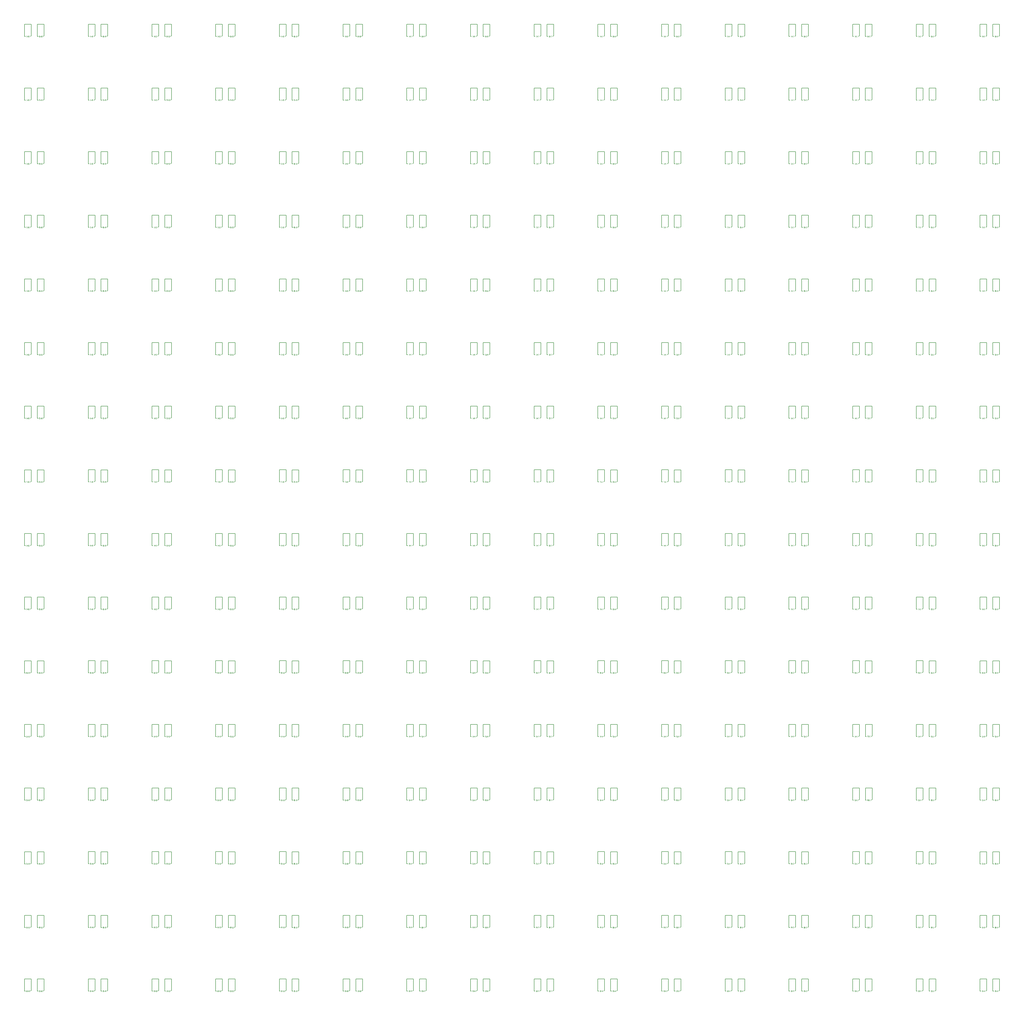
<source format=gbo>
G04 #@! TF.FileFunction,Legend,Bot*
%FSLAX46Y46*%
G04 Gerber Fmt 4.6, Leading zero omitted, Abs format (unit mm)*
G04 Created by KiCad (PCBNEW (2015-10-10 BZR 6258)-product) date Thursday, October 15, 2015 'PMt' 09:29:02 PM*
%MOMM*%
G01*
G04 APERTURE LIST*
%ADD10C,0.100000*%
%ADD11C,0.150000*%
%ADD12C,0.062500*%
G04 APERTURE END LIST*
D10*
D11*
X39650489Y-401572116D02*
X39269489Y-401826116D01*
X37110489Y-401826116D02*
X37491489Y-401826116D01*
X39650489Y-401572116D02*
X39650489Y-397254116D01*
X39650489Y-397254116D02*
X37110489Y-397254116D01*
X37110489Y-397254116D02*
X37110489Y-401699116D01*
X37110489Y-401699116D02*
X37110489Y-401826116D01*
X39650489Y-377583229D02*
X39269489Y-377837229D01*
X37110489Y-377837229D02*
X37491489Y-377837229D01*
X39650489Y-377583229D02*
X39650489Y-373265229D01*
X39650489Y-373265229D02*
X37110489Y-373265229D01*
X37110489Y-373265229D02*
X37110489Y-377710229D01*
X37110489Y-377710229D02*
X37110489Y-377837229D01*
X39650489Y-353594341D02*
X39269489Y-353848341D01*
X37110489Y-353848341D02*
X37491489Y-353848341D01*
X39650489Y-353594341D02*
X39650489Y-349276341D01*
X39650489Y-349276341D02*
X37110489Y-349276341D01*
X37110489Y-349276341D02*
X37110489Y-353721341D01*
X37110489Y-353721341D02*
X37110489Y-353848341D01*
X39650489Y-329605453D02*
X39269489Y-329859453D01*
X37110489Y-329859453D02*
X37491489Y-329859453D01*
X39650489Y-329605453D02*
X39650489Y-325287453D01*
X39650489Y-325287453D02*
X37110489Y-325287453D01*
X37110489Y-325287453D02*
X37110489Y-329732453D01*
X37110489Y-329732453D02*
X37110489Y-329859453D01*
X39650489Y-305616565D02*
X39269489Y-305870565D01*
X37110489Y-305870565D02*
X37491489Y-305870565D01*
X39650489Y-305616565D02*
X39650489Y-301298565D01*
X39650489Y-301298565D02*
X37110489Y-301298565D01*
X37110489Y-301298565D02*
X37110489Y-305743565D01*
X37110489Y-305743565D02*
X37110489Y-305870565D01*
X39650489Y-281627678D02*
X39269489Y-281881678D01*
X37110489Y-281881678D02*
X37491489Y-281881678D01*
X39650489Y-281627678D02*
X39650489Y-277309678D01*
X39650489Y-277309678D02*
X37110489Y-277309678D01*
X37110489Y-277309678D02*
X37110489Y-281754678D01*
X37110489Y-281754678D02*
X37110489Y-281881678D01*
X39650489Y-257638790D02*
X39269489Y-257892790D01*
X37110489Y-257892790D02*
X37491489Y-257892790D01*
X39650489Y-257638790D02*
X39650489Y-253320790D01*
X39650489Y-253320790D02*
X37110489Y-253320790D01*
X37110489Y-253320790D02*
X37110489Y-257765790D01*
X37110489Y-257765790D02*
X37110489Y-257892790D01*
X39650489Y-233649902D02*
X39269489Y-233903902D01*
X37110489Y-233903902D02*
X37491489Y-233903902D01*
X39650489Y-233649902D02*
X39650489Y-229331902D01*
X39650489Y-229331902D02*
X37110489Y-229331902D01*
X37110489Y-229331902D02*
X37110489Y-233776902D01*
X37110489Y-233776902D02*
X37110489Y-233903902D01*
X39650489Y-209661014D02*
X39269489Y-209915014D01*
X37110489Y-209915014D02*
X37491489Y-209915014D01*
X39650489Y-209661014D02*
X39650489Y-205343014D01*
X39650489Y-205343014D02*
X37110489Y-205343014D01*
X37110489Y-205343014D02*
X37110489Y-209788014D01*
X37110489Y-209788014D02*
X37110489Y-209915014D01*
X39650489Y-185672127D02*
X39269489Y-185926127D01*
X37110489Y-185926127D02*
X37491489Y-185926127D01*
X39650489Y-185672127D02*
X39650489Y-181354127D01*
X39650489Y-181354127D02*
X37110489Y-181354127D01*
X37110489Y-181354127D02*
X37110489Y-185799127D01*
X37110489Y-185799127D02*
X37110489Y-185926127D01*
X39650489Y-161683239D02*
X39269489Y-161937239D01*
X37110489Y-161937239D02*
X37491489Y-161937239D01*
X39650489Y-161683239D02*
X39650489Y-157365239D01*
X39650489Y-157365239D02*
X37110489Y-157365239D01*
X37110489Y-157365239D02*
X37110489Y-161810239D01*
X37110489Y-161810239D02*
X37110489Y-161937239D01*
X39650489Y-137694351D02*
X39269489Y-137948351D01*
X37110489Y-137948351D02*
X37491489Y-137948351D01*
X39650489Y-137694351D02*
X39650489Y-133376351D01*
X39650489Y-133376351D02*
X37110489Y-133376351D01*
X37110489Y-133376351D02*
X37110489Y-137821351D01*
X37110489Y-137821351D02*
X37110489Y-137948351D01*
X39650489Y-113705463D02*
X39269489Y-113959463D01*
X37110489Y-113959463D02*
X37491489Y-113959463D01*
X39650489Y-113705463D02*
X39650489Y-109387463D01*
X39650489Y-109387463D02*
X37110489Y-109387463D01*
X37110489Y-109387463D02*
X37110489Y-113832463D01*
X37110489Y-113832463D02*
X37110489Y-113959463D01*
X39650489Y-89716576D02*
X39269489Y-89970576D01*
X37110489Y-89970576D02*
X37491489Y-89970576D01*
X39650489Y-89716576D02*
X39650489Y-85398576D01*
X39650489Y-85398576D02*
X37110489Y-85398576D01*
X37110489Y-85398576D02*
X37110489Y-89843576D01*
X37110489Y-89843576D02*
X37110489Y-89970576D01*
X39650489Y-65727688D02*
X39269489Y-65981688D01*
X37110489Y-65981688D02*
X37491489Y-65981688D01*
X39650489Y-65727688D02*
X39650489Y-61409688D01*
X39650489Y-61409688D02*
X37110489Y-61409688D01*
X37110489Y-61409688D02*
X37110489Y-65854688D01*
X37110489Y-65854688D02*
X37110489Y-65981688D01*
X39650489Y-41738800D02*
X39269489Y-41992800D01*
X37110489Y-41992800D02*
X37491489Y-41992800D01*
X39650489Y-41738800D02*
X39650489Y-37420800D01*
X39650489Y-37420800D02*
X37110489Y-37420800D01*
X37110489Y-37420800D02*
X37110489Y-41865800D01*
X37110489Y-41865800D02*
X37110489Y-41992800D01*
X63639377Y-401572116D02*
X63258377Y-401826116D01*
X61099377Y-401826116D02*
X61480377Y-401826116D01*
X63639377Y-401572116D02*
X63639377Y-397254116D01*
X63639377Y-397254116D02*
X61099377Y-397254116D01*
X61099377Y-397254116D02*
X61099377Y-401699116D01*
X61099377Y-401699116D02*
X61099377Y-401826116D01*
X63639377Y-377583229D02*
X63258377Y-377837229D01*
X61099377Y-377837229D02*
X61480377Y-377837229D01*
X63639377Y-377583229D02*
X63639377Y-373265229D01*
X63639377Y-373265229D02*
X61099377Y-373265229D01*
X61099377Y-373265229D02*
X61099377Y-377710229D01*
X61099377Y-377710229D02*
X61099377Y-377837229D01*
X63639377Y-353594341D02*
X63258377Y-353848341D01*
X61099377Y-353848341D02*
X61480377Y-353848341D01*
X63639377Y-353594341D02*
X63639377Y-349276341D01*
X63639377Y-349276341D02*
X61099377Y-349276341D01*
X61099377Y-349276341D02*
X61099377Y-353721341D01*
X61099377Y-353721341D02*
X61099377Y-353848341D01*
X63639377Y-329605453D02*
X63258377Y-329859453D01*
X61099377Y-329859453D02*
X61480377Y-329859453D01*
X63639377Y-329605453D02*
X63639377Y-325287453D01*
X63639377Y-325287453D02*
X61099377Y-325287453D01*
X61099377Y-325287453D02*
X61099377Y-329732453D01*
X61099377Y-329732453D02*
X61099377Y-329859453D01*
X63639377Y-305616565D02*
X63258377Y-305870565D01*
X61099377Y-305870565D02*
X61480377Y-305870565D01*
X63639377Y-305616565D02*
X63639377Y-301298565D01*
X63639377Y-301298565D02*
X61099377Y-301298565D01*
X61099377Y-301298565D02*
X61099377Y-305743565D01*
X61099377Y-305743565D02*
X61099377Y-305870565D01*
X63639377Y-281627678D02*
X63258377Y-281881678D01*
X61099377Y-281881678D02*
X61480377Y-281881678D01*
X63639377Y-281627678D02*
X63639377Y-277309678D01*
X63639377Y-277309678D02*
X61099377Y-277309678D01*
X61099377Y-277309678D02*
X61099377Y-281754678D01*
X61099377Y-281754678D02*
X61099377Y-281881678D01*
X63639377Y-257638790D02*
X63258377Y-257892790D01*
X61099377Y-257892790D02*
X61480377Y-257892790D01*
X63639377Y-257638790D02*
X63639377Y-253320790D01*
X63639377Y-253320790D02*
X61099377Y-253320790D01*
X61099377Y-253320790D02*
X61099377Y-257765790D01*
X61099377Y-257765790D02*
X61099377Y-257892790D01*
X63639377Y-233649902D02*
X63258377Y-233903902D01*
X61099377Y-233903902D02*
X61480377Y-233903902D01*
X63639377Y-233649902D02*
X63639377Y-229331902D01*
X63639377Y-229331902D02*
X61099377Y-229331902D01*
X61099377Y-229331902D02*
X61099377Y-233776902D01*
X61099377Y-233776902D02*
X61099377Y-233903902D01*
X63639377Y-209661014D02*
X63258377Y-209915014D01*
X61099377Y-209915014D02*
X61480377Y-209915014D01*
X63639377Y-209661014D02*
X63639377Y-205343014D01*
X63639377Y-205343014D02*
X61099377Y-205343014D01*
X61099377Y-205343014D02*
X61099377Y-209788014D01*
X61099377Y-209788014D02*
X61099377Y-209915014D01*
X63639377Y-185672127D02*
X63258377Y-185926127D01*
X61099377Y-185926127D02*
X61480377Y-185926127D01*
X63639377Y-185672127D02*
X63639377Y-181354127D01*
X63639377Y-181354127D02*
X61099377Y-181354127D01*
X61099377Y-181354127D02*
X61099377Y-185799127D01*
X61099377Y-185799127D02*
X61099377Y-185926127D01*
X63639377Y-161683239D02*
X63258377Y-161937239D01*
X61099377Y-161937239D02*
X61480377Y-161937239D01*
X63639377Y-161683239D02*
X63639377Y-157365239D01*
X63639377Y-157365239D02*
X61099377Y-157365239D01*
X61099377Y-157365239D02*
X61099377Y-161810239D01*
X61099377Y-161810239D02*
X61099377Y-161937239D01*
X63639377Y-137694351D02*
X63258377Y-137948351D01*
X61099377Y-137948351D02*
X61480377Y-137948351D01*
X63639377Y-137694351D02*
X63639377Y-133376351D01*
X63639377Y-133376351D02*
X61099377Y-133376351D01*
X61099377Y-133376351D02*
X61099377Y-137821351D01*
X61099377Y-137821351D02*
X61099377Y-137948351D01*
X63639377Y-113705463D02*
X63258377Y-113959463D01*
X61099377Y-113959463D02*
X61480377Y-113959463D01*
X63639377Y-113705463D02*
X63639377Y-109387463D01*
X63639377Y-109387463D02*
X61099377Y-109387463D01*
X61099377Y-109387463D02*
X61099377Y-113832463D01*
X61099377Y-113832463D02*
X61099377Y-113959463D01*
X63639377Y-89716576D02*
X63258377Y-89970576D01*
X61099377Y-89970576D02*
X61480377Y-89970576D01*
X63639377Y-89716576D02*
X63639377Y-85398576D01*
X63639377Y-85398576D02*
X61099377Y-85398576D01*
X61099377Y-85398576D02*
X61099377Y-89843576D01*
X61099377Y-89843576D02*
X61099377Y-89970576D01*
X63639377Y-65727688D02*
X63258377Y-65981688D01*
X61099377Y-65981688D02*
X61480377Y-65981688D01*
X63639377Y-65727688D02*
X63639377Y-61409688D01*
X63639377Y-61409688D02*
X61099377Y-61409688D01*
X61099377Y-61409688D02*
X61099377Y-65854688D01*
X61099377Y-65854688D02*
X61099377Y-65981688D01*
X63639377Y-41738800D02*
X63258377Y-41992800D01*
X61099377Y-41992800D02*
X61480377Y-41992800D01*
X63639377Y-41738800D02*
X63639377Y-37420800D01*
X63639377Y-37420800D02*
X61099377Y-37420800D01*
X61099377Y-37420800D02*
X61099377Y-41865800D01*
X61099377Y-41865800D02*
X61099377Y-41992800D01*
X87628264Y-401572116D02*
X87247264Y-401826116D01*
X85088264Y-401826116D02*
X85469264Y-401826116D01*
X87628264Y-401572116D02*
X87628264Y-397254116D01*
X87628264Y-397254116D02*
X85088264Y-397254116D01*
X85088264Y-397254116D02*
X85088264Y-401699116D01*
X85088264Y-401699116D02*
X85088264Y-401826116D01*
X87628264Y-377583229D02*
X87247264Y-377837229D01*
X85088264Y-377837229D02*
X85469264Y-377837229D01*
X87628264Y-377583229D02*
X87628264Y-373265229D01*
X87628264Y-373265229D02*
X85088264Y-373265229D01*
X85088264Y-373265229D02*
X85088264Y-377710229D01*
X85088264Y-377710229D02*
X85088264Y-377837229D01*
X87628264Y-353594341D02*
X87247264Y-353848341D01*
X85088264Y-353848341D02*
X85469264Y-353848341D01*
X87628264Y-353594341D02*
X87628264Y-349276341D01*
X87628264Y-349276341D02*
X85088264Y-349276341D01*
X85088264Y-349276341D02*
X85088264Y-353721341D01*
X85088264Y-353721341D02*
X85088264Y-353848341D01*
X87628264Y-329605453D02*
X87247264Y-329859453D01*
X85088264Y-329859453D02*
X85469264Y-329859453D01*
X87628264Y-329605453D02*
X87628264Y-325287453D01*
X87628264Y-325287453D02*
X85088264Y-325287453D01*
X85088264Y-325287453D02*
X85088264Y-329732453D01*
X85088264Y-329732453D02*
X85088264Y-329859453D01*
X87628264Y-305616565D02*
X87247264Y-305870565D01*
X85088264Y-305870565D02*
X85469264Y-305870565D01*
X87628264Y-305616565D02*
X87628264Y-301298565D01*
X87628264Y-301298565D02*
X85088264Y-301298565D01*
X85088264Y-301298565D02*
X85088264Y-305743565D01*
X85088264Y-305743565D02*
X85088264Y-305870565D01*
X87628264Y-281627678D02*
X87247264Y-281881678D01*
X85088264Y-281881678D02*
X85469264Y-281881678D01*
X87628264Y-281627678D02*
X87628264Y-277309678D01*
X87628264Y-277309678D02*
X85088264Y-277309678D01*
X85088264Y-277309678D02*
X85088264Y-281754678D01*
X85088264Y-281754678D02*
X85088264Y-281881678D01*
X87628264Y-257638790D02*
X87247264Y-257892790D01*
X85088264Y-257892790D02*
X85469264Y-257892790D01*
X87628264Y-257638790D02*
X87628264Y-253320790D01*
X87628264Y-253320790D02*
X85088264Y-253320790D01*
X85088264Y-253320790D02*
X85088264Y-257765790D01*
X85088264Y-257765790D02*
X85088264Y-257892790D01*
X87628264Y-233649902D02*
X87247264Y-233903902D01*
X85088264Y-233903902D02*
X85469264Y-233903902D01*
X87628264Y-233649902D02*
X87628264Y-229331902D01*
X87628264Y-229331902D02*
X85088264Y-229331902D01*
X85088264Y-229331902D02*
X85088264Y-233776902D01*
X85088264Y-233776902D02*
X85088264Y-233903902D01*
X87628264Y-209661014D02*
X87247264Y-209915014D01*
X85088264Y-209915014D02*
X85469264Y-209915014D01*
X87628264Y-209661014D02*
X87628264Y-205343014D01*
X87628264Y-205343014D02*
X85088264Y-205343014D01*
X85088264Y-205343014D02*
X85088264Y-209788014D01*
X85088264Y-209788014D02*
X85088264Y-209915014D01*
X87628264Y-185672127D02*
X87247264Y-185926127D01*
X85088264Y-185926127D02*
X85469264Y-185926127D01*
X87628264Y-185672127D02*
X87628264Y-181354127D01*
X87628264Y-181354127D02*
X85088264Y-181354127D01*
X85088264Y-181354127D02*
X85088264Y-185799127D01*
X85088264Y-185799127D02*
X85088264Y-185926127D01*
X87628264Y-161683239D02*
X87247264Y-161937239D01*
X85088264Y-161937239D02*
X85469264Y-161937239D01*
X87628264Y-161683239D02*
X87628264Y-157365239D01*
X87628264Y-157365239D02*
X85088264Y-157365239D01*
X85088264Y-157365239D02*
X85088264Y-161810239D01*
X85088264Y-161810239D02*
X85088264Y-161937239D01*
X87628264Y-137694351D02*
X87247264Y-137948351D01*
X85088264Y-137948351D02*
X85469264Y-137948351D01*
X87628264Y-137694351D02*
X87628264Y-133376351D01*
X87628264Y-133376351D02*
X85088264Y-133376351D01*
X85088264Y-133376351D02*
X85088264Y-137821351D01*
X85088264Y-137821351D02*
X85088264Y-137948351D01*
X87628264Y-113705463D02*
X87247264Y-113959463D01*
X85088264Y-113959463D02*
X85469264Y-113959463D01*
X87628264Y-113705463D02*
X87628264Y-109387463D01*
X87628264Y-109387463D02*
X85088264Y-109387463D01*
X85088264Y-109387463D02*
X85088264Y-113832463D01*
X85088264Y-113832463D02*
X85088264Y-113959463D01*
X87628264Y-89716576D02*
X87247264Y-89970576D01*
X85088264Y-89970576D02*
X85469264Y-89970576D01*
X87628264Y-89716576D02*
X87628264Y-85398576D01*
X87628264Y-85398576D02*
X85088264Y-85398576D01*
X85088264Y-85398576D02*
X85088264Y-89843576D01*
X85088264Y-89843576D02*
X85088264Y-89970576D01*
X87628264Y-65727688D02*
X87247264Y-65981688D01*
X85088264Y-65981688D02*
X85469264Y-65981688D01*
X87628264Y-65727688D02*
X87628264Y-61409688D01*
X87628264Y-61409688D02*
X85088264Y-61409688D01*
X85088264Y-61409688D02*
X85088264Y-65854688D01*
X85088264Y-65854688D02*
X85088264Y-65981688D01*
X87628264Y-41738800D02*
X87247264Y-41992800D01*
X85088264Y-41992800D02*
X85469264Y-41992800D01*
X87628264Y-41738800D02*
X87628264Y-37420800D01*
X87628264Y-37420800D02*
X85088264Y-37420800D01*
X85088264Y-37420800D02*
X85088264Y-41865800D01*
X85088264Y-41865800D02*
X85088264Y-41992800D01*
X111617152Y-401572116D02*
X111236152Y-401826116D01*
X109077152Y-401826116D02*
X109458152Y-401826116D01*
X111617152Y-401572116D02*
X111617152Y-397254116D01*
X111617152Y-397254116D02*
X109077152Y-397254116D01*
X109077152Y-397254116D02*
X109077152Y-401699116D01*
X109077152Y-401699116D02*
X109077152Y-401826116D01*
X111617152Y-377583229D02*
X111236152Y-377837229D01*
X109077152Y-377837229D02*
X109458152Y-377837229D01*
X111617152Y-377583229D02*
X111617152Y-373265229D01*
X111617152Y-373265229D02*
X109077152Y-373265229D01*
X109077152Y-373265229D02*
X109077152Y-377710229D01*
X109077152Y-377710229D02*
X109077152Y-377837229D01*
X111617152Y-353594341D02*
X111236152Y-353848341D01*
X109077152Y-353848341D02*
X109458152Y-353848341D01*
X111617152Y-353594341D02*
X111617152Y-349276341D01*
X111617152Y-349276341D02*
X109077152Y-349276341D01*
X109077152Y-349276341D02*
X109077152Y-353721341D01*
X109077152Y-353721341D02*
X109077152Y-353848341D01*
X111617152Y-329605453D02*
X111236152Y-329859453D01*
X109077152Y-329859453D02*
X109458152Y-329859453D01*
X111617152Y-329605453D02*
X111617152Y-325287453D01*
X111617152Y-325287453D02*
X109077152Y-325287453D01*
X109077152Y-325287453D02*
X109077152Y-329732453D01*
X109077152Y-329732453D02*
X109077152Y-329859453D01*
X111617152Y-305616565D02*
X111236152Y-305870565D01*
X109077152Y-305870565D02*
X109458152Y-305870565D01*
X111617152Y-305616565D02*
X111617152Y-301298565D01*
X111617152Y-301298565D02*
X109077152Y-301298565D01*
X109077152Y-301298565D02*
X109077152Y-305743565D01*
X109077152Y-305743565D02*
X109077152Y-305870565D01*
X111617152Y-281627678D02*
X111236152Y-281881678D01*
X109077152Y-281881678D02*
X109458152Y-281881678D01*
X111617152Y-281627678D02*
X111617152Y-277309678D01*
X111617152Y-277309678D02*
X109077152Y-277309678D01*
X109077152Y-277309678D02*
X109077152Y-281754678D01*
X109077152Y-281754678D02*
X109077152Y-281881678D01*
X111617152Y-257638790D02*
X111236152Y-257892790D01*
X109077152Y-257892790D02*
X109458152Y-257892790D01*
X111617152Y-257638790D02*
X111617152Y-253320790D01*
X111617152Y-253320790D02*
X109077152Y-253320790D01*
X109077152Y-253320790D02*
X109077152Y-257765790D01*
X109077152Y-257765790D02*
X109077152Y-257892790D01*
X111617152Y-233649902D02*
X111236152Y-233903902D01*
X109077152Y-233903902D02*
X109458152Y-233903902D01*
X111617152Y-233649902D02*
X111617152Y-229331902D01*
X111617152Y-229331902D02*
X109077152Y-229331902D01*
X109077152Y-229331902D02*
X109077152Y-233776902D01*
X109077152Y-233776902D02*
X109077152Y-233903902D01*
X111617152Y-209661014D02*
X111236152Y-209915014D01*
X109077152Y-209915014D02*
X109458152Y-209915014D01*
X111617152Y-209661014D02*
X111617152Y-205343014D01*
X111617152Y-205343014D02*
X109077152Y-205343014D01*
X109077152Y-205343014D02*
X109077152Y-209788014D01*
X109077152Y-209788014D02*
X109077152Y-209915014D01*
X111617152Y-185672127D02*
X111236152Y-185926127D01*
X109077152Y-185926127D02*
X109458152Y-185926127D01*
X111617152Y-185672127D02*
X111617152Y-181354127D01*
X111617152Y-181354127D02*
X109077152Y-181354127D01*
X109077152Y-181354127D02*
X109077152Y-185799127D01*
X109077152Y-185799127D02*
X109077152Y-185926127D01*
X111617152Y-161683239D02*
X111236152Y-161937239D01*
X109077152Y-161937239D02*
X109458152Y-161937239D01*
X111617152Y-161683239D02*
X111617152Y-157365239D01*
X111617152Y-157365239D02*
X109077152Y-157365239D01*
X109077152Y-157365239D02*
X109077152Y-161810239D01*
X109077152Y-161810239D02*
X109077152Y-161937239D01*
X111617152Y-137694351D02*
X111236152Y-137948351D01*
X109077152Y-137948351D02*
X109458152Y-137948351D01*
X111617152Y-137694351D02*
X111617152Y-133376351D01*
X111617152Y-133376351D02*
X109077152Y-133376351D01*
X109077152Y-133376351D02*
X109077152Y-137821351D01*
X109077152Y-137821351D02*
X109077152Y-137948351D01*
X111617152Y-113705463D02*
X111236152Y-113959463D01*
X109077152Y-113959463D02*
X109458152Y-113959463D01*
X111617152Y-113705463D02*
X111617152Y-109387463D01*
X111617152Y-109387463D02*
X109077152Y-109387463D01*
X109077152Y-109387463D02*
X109077152Y-113832463D01*
X109077152Y-113832463D02*
X109077152Y-113959463D01*
X111617152Y-89716576D02*
X111236152Y-89970576D01*
X109077152Y-89970576D02*
X109458152Y-89970576D01*
X111617152Y-89716576D02*
X111617152Y-85398576D01*
X111617152Y-85398576D02*
X109077152Y-85398576D01*
X109077152Y-85398576D02*
X109077152Y-89843576D01*
X109077152Y-89843576D02*
X109077152Y-89970576D01*
X111617152Y-65727688D02*
X111236152Y-65981688D01*
X109077152Y-65981688D02*
X109458152Y-65981688D01*
X111617152Y-65727688D02*
X111617152Y-61409688D01*
X111617152Y-61409688D02*
X109077152Y-61409688D01*
X109077152Y-61409688D02*
X109077152Y-65854688D01*
X109077152Y-65854688D02*
X109077152Y-65981688D01*
X111617152Y-41738800D02*
X111236152Y-41992800D01*
X109077152Y-41992800D02*
X109458152Y-41992800D01*
X111617152Y-41738800D02*
X111617152Y-37420800D01*
X111617152Y-37420800D02*
X109077152Y-37420800D01*
X109077152Y-37420800D02*
X109077152Y-41865800D01*
X109077152Y-41865800D02*
X109077152Y-41992800D01*
X135606040Y-401572116D02*
X135225040Y-401826116D01*
X133066040Y-401826116D02*
X133447040Y-401826116D01*
X135606040Y-401572116D02*
X135606040Y-397254116D01*
X135606040Y-397254116D02*
X133066040Y-397254116D01*
X133066040Y-397254116D02*
X133066040Y-401699116D01*
X133066040Y-401699116D02*
X133066040Y-401826116D01*
X135606040Y-377583229D02*
X135225040Y-377837229D01*
X133066040Y-377837229D02*
X133447040Y-377837229D01*
X135606040Y-377583229D02*
X135606040Y-373265229D01*
X135606040Y-373265229D02*
X133066040Y-373265229D01*
X133066040Y-373265229D02*
X133066040Y-377710229D01*
X133066040Y-377710229D02*
X133066040Y-377837229D01*
X135606040Y-353594341D02*
X135225040Y-353848341D01*
X133066040Y-353848341D02*
X133447040Y-353848341D01*
X135606040Y-353594341D02*
X135606040Y-349276341D01*
X135606040Y-349276341D02*
X133066040Y-349276341D01*
X133066040Y-349276341D02*
X133066040Y-353721341D01*
X133066040Y-353721341D02*
X133066040Y-353848341D01*
X135606040Y-329605453D02*
X135225040Y-329859453D01*
X133066040Y-329859453D02*
X133447040Y-329859453D01*
X135606040Y-329605453D02*
X135606040Y-325287453D01*
X135606040Y-325287453D02*
X133066040Y-325287453D01*
X133066040Y-325287453D02*
X133066040Y-329732453D01*
X133066040Y-329732453D02*
X133066040Y-329859453D01*
X135606040Y-305616565D02*
X135225040Y-305870565D01*
X133066040Y-305870565D02*
X133447040Y-305870565D01*
X135606040Y-305616565D02*
X135606040Y-301298565D01*
X135606040Y-301298565D02*
X133066040Y-301298565D01*
X133066040Y-301298565D02*
X133066040Y-305743565D01*
X133066040Y-305743565D02*
X133066040Y-305870565D01*
X135606040Y-281627678D02*
X135225040Y-281881678D01*
X133066040Y-281881678D02*
X133447040Y-281881678D01*
X135606040Y-281627678D02*
X135606040Y-277309678D01*
X135606040Y-277309678D02*
X133066040Y-277309678D01*
X133066040Y-277309678D02*
X133066040Y-281754678D01*
X133066040Y-281754678D02*
X133066040Y-281881678D01*
X135606040Y-257638790D02*
X135225040Y-257892790D01*
X133066040Y-257892790D02*
X133447040Y-257892790D01*
X135606040Y-257638790D02*
X135606040Y-253320790D01*
X135606040Y-253320790D02*
X133066040Y-253320790D01*
X133066040Y-253320790D02*
X133066040Y-257765790D01*
X133066040Y-257765790D02*
X133066040Y-257892790D01*
X135606040Y-233649902D02*
X135225040Y-233903902D01*
X133066040Y-233903902D02*
X133447040Y-233903902D01*
X135606040Y-233649902D02*
X135606040Y-229331902D01*
X135606040Y-229331902D02*
X133066040Y-229331902D01*
X133066040Y-229331902D02*
X133066040Y-233776902D01*
X133066040Y-233776902D02*
X133066040Y-233903902D01*
X135606040Y-209661014D02*
X135225040Y-209915014D01*
X133066040Y-209915014D02*
X133447040Y-209915014D01*
X135606040Y-209661014D02*
X135606040Y-205343014D01*
X135606040Y-205343014D02*
X133066040Y-205343014D01*
X133066040Y-205343014D02*
X133066040Y-209788014D01*
X133066040Y-209788014D02*
X133066040Y-209915014D01*
X135606040Y-185672127D02*
X135225040Y-185926127D01*
X133066040Y-185926127D02*
X133447040Y-185926127D01*
X135606040Y-185672127D02*
X135606040Y-181354127D01*
X135606040Y-181354127D02*
X133066040Y-181354127D01*
X133066040Y-181354127D02*
X133066040Y-185799127D01*
X133066040Y-185799127D02*
X133066040Y-185926127D01*
X135606040Y-161683239D02*
X135225040Y-161937239D01*
X133066040Y-161937239D02*
X133447040Y-161937239D01*
X135606040Y-161683239D02*
X135606040Y-157365239D01*
X135606040Y-157365239D02*
X133066040Y-157365239D01*
X133066040Y-157365239D02*
X133066040Y-161810239D01*
X133066040Y-161810239D02*
X133066040Y-161937239D01*
X135606040Y-137694351D02*
X135225040Y-137948351D01*
X133066040Y-137948351D02*
X133447040Y-137948351D01*
X135606040Y-137694351D02*
X135606040Y-133376351D01*
X135606040Y-133376351D02*
X133066040Y-133376351D01*
X133066040Y-133376351D02*
X133066040Y-137821351D01*
X133066040Y-137821351D02*
X133066040Y-137948351D01*
X135606040Y-113705463D02*
X135225040Y-113959463D01*
X133066040Y-113959463D02*
X133447040Y-113959463D01*
X135606040Y-113705463D02*
X135606040Y-109387463D01*
X135606040Y-109387463D02*
X133066040Y-109387463D01*
X133066040Y-109387463D02*
X133066040Y-113832463D01*
X133066040Y-113832463D02*
X133066040Y-113959463D01*
X135606040Y-89716576D02*
X135225040Y-89970576D01*
X133066040Y-89970576D02*
X133447040Y-89970576D01*
X135606040Y-89716576D02*
X135606040Y-85398576D01*
X135606040Y-85398576D02*
X133066040Y-85398576D01*
X133066040Y-85398576D02*
X133066040Y-89843576D01*
X133066040Y-89843576D02*
X133066040Y-89970576D01*
X135606040Y-65727688D02*
X135225040Y-65981688D01*
X133066040Y-65981688D02*
X133447040Y-65981688D01*
X135606040Y-65727688D02*
X135606040Y-61409688D01*
X135606040Y-61409688D02*
X133066040Y-61409688D01*
X133066040Y-61409688D02*
X133066040Y-65854688D01*
X133066040Y-65854688D02*
X133066040Y-65981688D01*
X135606040Y-41738800D02*
X135225040Y-41992800D01*
X133066040Y-41992800D02*
X133447040Y-41992800D01*
X135606040Y-41738800D02*
X135606040Y-37420800D01*
X135606040Y-37420800D02*
X133066040Y-37420800D01*
X133066040Y-37420800D02*
X133066040Y-41865800D01*
X133066040Y-41865800D02*
X133066040Y-41992800D01*
X159594928Y-401572116D02*
X159213928Y-401826116D01*
X157054928Y-401826116D02*
X157435928Y-401826116D01*
X159594928Y-401572116D02*
X159594928Y-397254116D01*
X159594928Y-397254116D02*
X157054928Y-397254116D01*
X157054928Y-397254116D02*
X157054928Y-401699116D01*
X157054928Y-401699116D02*
X157054928Y-401826116D01*
X159594928Y-377583229D02*
X159213928Y-377837229D01*
X157054928Y-377837229D02*
X157435928Y-377837229D01*
X159594928Y-377583229D02*
X159594928Y-373265229D01*
X159594928Y-373265229D02*
X157054928Y-373265229D01*
X157054928Y-373265229D02*
X157054928Y-377710229D01*
X157054928Y-377710229D02*
X157054928Y-377837229D01*
X159594928Y-353594341D02*
X159213928Y-353848341D01*
X157054928Y-353848341D02*
X157435928Y-353848341D01*
X159594928Y-353594341D02*
X159594928Y-349276341D01*
X159594928Y-349276341D02*
X157054928Y-349276341D01*
X157054928Y-349276341D02*
X157054928Y-353721341D01*
X157054928Y-353721341D02*
X157054928Y-353848341D01*
X159594928Y-329605453D02*
X159213928Y-329859453D01*
X157054928Y-329859453D02*
X157435928Y-329859453D01*
X159594928Y-329605453D02*
X159594928Y-325287453D01*
X159594928Y-325287453D02*
X157054928Y-325287453D01*
X157054928Y-325287453D02*
X157054928Y-329732453D01*
X157054928Y-329732453D02*
X157054928Y-329859453D01*
X159594928Y-305616565D02*
X159213928Y-305870565D01*
X157054928Y-305870565D02*
X157435928Y-305870565D01*
X159594928Y-305616565D02*
X159594928Y-301298565D01*
X159594928Y-301298565D02*
X157054928Y-301298565D01*
X157054928Y-301298565D02*
X157054928Y-305743565D01*
X157054928Y-305743565D02*
X157054928Y-305870565D01*
X159594928Y-281627678D02*
X159213928Y-281881678D01*
X157054928Y-281881678D02*
X157435928Y-281881678D01*
X159594928Y-281627678D02*
X159594928Y-277309678D01*
X159594928Y-277309678D02*
X157054928Y-277309678D01*
X157054928Y-277309678D02*
X157054928Y-281754678D01*
X157054928Y-281754678D02*
X157054928Y-281881678D01*
X159594928Y-257638790D02*
X159213928Y-257892790D01*
X157054928Y-257892790D02*
X157435928Y-257892790D01*
X159594928Y-257638790D02*
X159594928Y-253320790D01*
X159594928Y-253320790D02*
X157054928Y-253320790D01*
X157054928Y-253320790D02*
X157054928Y-257765790D01*
X157054928Y-257765790D02*
X157054928Y-257892790D01*
X159594928Y-233649902D02*
X159213928Y-233903902D01*
X157054928Y-233903902D02*
X157435928Y-233903902D01*
X159594928Y-233649902D02*
X159594928Y-229331902D01*
X159594928Y-229331902D02*
X157054928Y-229331902D01*
X157054928Y-229331902D02*
X157054928Y-233776902D01*
X157054928Y-233776902D02*
X157054928Y-233903902D01*
X159594928Y-209661014D02*
X159213928Y-209915014D01*
X157054928Y-209915014D02*
X157435928Y-209915014D01*
X159594928Y-209661014D02*
X159594928Y-205343014D01*
X159594928Y-205343014D02*
X157054928Y-205343014D01*
X157054928Y-205343014D02*
X157054928Y-209788014D01*
X157054928Y-209788014D02*
X157054928Y-209915014D01*
X159594928Y-185672127D02*
X159213928Y-185926127D01*
X157054928Y-185926127D02*
X157435928Y-185926127D01*
X159594928Y-185672127D02*
X159594928Y-181354127D01*
X159594928Y-181354127D02*
X157054928Y-181354127D01*
X157054928Y-181354127D02*
X157054928Y-185799127D01*
X157054928Y-185799127D02*
X157054928Y-185926127D01*
X159594928Y-161683239D02*
X159213928Y-161937239D01*
X157054928Y-161937239D02*
X157435928Y-161937239D01*
X159594928Y-161683239D02*
X159594928Y-157365239D01*
X159594928Y-157365239D02*
X157054928Y-157365239D01*
X157054928Y-157365239D02*
X157054928Y-161810239D01*
X157054928Y-161810239D02*
X157054928Y-161937239D01*
X159594928Y-137694351D02*
X159213928Y-137948351D01*
X157054928Y-137948351D02*
X157435928Y-137948351D01*
X159594928Y-137694351D02*
X159594928Y-133376351D01*
X159594928Y-133376351D02*
X157054928Y-133376351D01*
X157054928Y-133376351D02*
X157054928Y-137821351D01*
X157054928Y-137821351D02*
X157054928Y-137948351D01*
X159594928Y-113705463D02*
X159213928Y-113959463D01*
X157054928Y-113959463D02*
X157435928Y-113959463D01*
X159594928Y-113705463D02*
X159594928Y-109387463D01*
X159594928Y-109387463D02*
X157054928Y-109387463D01*
X157054928Y-109387463D02*
X157054928Y-113832463D01*
X157054928Y-113832463D02*
X157054928Y-113959463D01*
X159594928Y-89716576D02*
X159213928Y-89970576D01*
X157054928Y-89970576D02*
X157435928Y-89970576D01*
X159594928Y-89716576D02*
X159594928Y-85398576D01*
X159594928Y-85398576D02*
X157054928Y-85398576D01*
X157054928Y-85398576D02*
X157054928Y-89843576D01*
X157054928Y-89843576D02*
X157054928Y-89970576D01*
X159594928Y-65727688D02*
X159213928Y-65981688D01*
X157054928Y-65981688D02*
X157435928Y-65981688D01*
X159594928Y-65727688D02*
X159594928Y-61409688D01*
X159594928Y-61409688D02*
X157054928Y-61409688D01*
X157054928Y-61409688D02*
X157054928Y-65854688D01*
X157054928Y-65854688D02*
X157054928Y-65981688D01*
X159594928Y-41738800D02*
X159213928Y-41992800D01*
X157054928Y-41992800D02*
X157435928Y-41992800D01*
X159594928Y-41738800D02*
X159594928Y-37420800D01*
X159594928Y-37420800D02*
X157054928Y-37420800D01*
X157054928Y-37420800D02*
X157054928Y-41865800D01*
X157054928Y-41865800D02*
X157054928Y-41992800D01*
X183583815Y-401572116D02*
X183202815Y-401826116D01*
X181043815Y-401826116D02*
X181424815Y-401826116D01*
X183583815Y-401572116D02*
X183583815Y-397254116D01*
X183583815Y-397254116D02*
X181043815Y-397254116D01*
X181043815Y-397254116D02*
X181043815Y-401699116D01*
X181043815Y-401699116D02*
X181043815Y-401826116D01*
X183583815Y-377583229D02*
X183202815Y-377837229D01*
X181043815Y-377837229D02*
X181424815Y-377837229D01*
X183583815Y-377583229D02*
X183583815Y-373265229D01*
X183583815Y-373265229D02*
X181043815Y-373265229D01*
X181043815Y-373265229D02*
X181043815Y-377710229D01*
X181043815Y-377710229D02*
X181043815Y-377837229D01*
X183583815Y-353594341D02*
X183202815Y-353848341D01*
X181043815Y-353848341D02*
X181424815Y-353848341D01*
X183583815Y-353594341D02*
X183583815Y-349276341D01*
X183583815Y-349276341D02*
X181043815Y-349276341D01*
X181043815Y-349276341D02*
X181043815Y-353721341D01*
X181043815Y-353721341D02*
X181043815Y-353848341D01*
X183583815Y-329605453D02*
X183202815Y-329859453D01*
X181043815Y-329859453D02*
X181424815Y-329859453D01*
X183583815Y-329605453D02*
X183583815Y-325287453D01*
X183583815Y-325287453D02*
X181043815Y-325287453D01*
X181043815Y-325287453D02*
X181043815Y-329732453D01*
X181043815Y-329732453D02*
X181043815Y-329859453D01*
X183583815Y-305616565D02*
X183202815Y-305870565D01*
X181043815Y-305870565D02*
X181424815Y-305870565D01*
X183583815Y-305616565D02*
X183583815Y-301298565D01*
X183583815Y-301298565D02*
X181043815Y-301298565D01*
X181043815Y-301298565D02*
X181043815Y-305743565D01*
X181043815Y-305743565D02*
X181043815Y-305870565D01*
X183583815Y-281627678D02*
X183202815Y-281881678D01*
X181043815Y-281881678D02*
X181424815Y-281881678D01*
X183583815Y-281627678D02*
X183583815Y-277309678D01*
X183583815Y-277309678D02*
X181043815Y-277309678D01*
X181043815Y-277309678D02*
X181043815Y-281754678D01*
X181043815Y-281754678D02*
X181043815Y-281881678D01*
X183583815Y-257638790D02*
X183202815Y-257892790D01*
X181043815Y-257892790D02*
X181424815Y-257892790D01*
X183583815Y-257638790D02*
X183583815Y-253320790D01*
X183583815Y-253320790D02*
X181043815Y-253320790D01*
X181043815Y-253320790D02*
X181043815Y-257765790D01*
X181043815Y-257765790D02*
X181043815Y-257892790D01*
X183583815Y-233649902D02*
X183202815Y-233903902D01*
X181043815Y-233903902D02*
X181424815Y-233903902D01*
X183583815Y-233649902D02*
X183583815Y-229331902D01*
X183583815Y-229331902D02*
X181043815Y-229331902D01*
X181043815Y-229331902D02*
X181043815Y-233776902D01*
X181043815Y-233776902D02*
X181043815Y-233903902D01*
X183583815Y-209661014D02*
X183202815Y-209915014D01*
X181043815Y-209915014D02*
X181424815Y-209915014D01*
X183583815Y-209661014D02*
X183583815Y-205343014D01*
X183583815Y-205343014D02*
X181043815Y-205343014D01*
X181043815Y-205343014D02*
X181043815Y-209788014D01*
X181043815Y-209788014D02*
X181043815Y-209915014D01*
X183583815Y-185672127D02*
X183202815Y-185926127D01*
X181043815Y-185926127D02*
X181424815Y-185926127D01*
X183583815Y-185672127D02*
X183583815Y-181354127D01*
X183583815Y-181354127D02*
X181043815Y-181354127D01*
X181043815Y-181354127D02*
X181043815Y-185799127D01*
X181043815Y-185799127D02*
X181043815Y-185926127D01*
X183583815Y-161683239D02*
X183202815Y-161937239D01*
X181043815Y-161937239D02*
X181424815Y-161937239D01*
X183583815Y-161683239D02*
X183583815Y-157365239D01*
X183583815Y-157365239D02*
X181043815Y-157365239D01*
X181043815Y-157365239D02*
X181043815Y-161810239D01*
X181043815Y-161810239D02*
X181043815Y-161937239D01*
X183583815Y-137694351D02*
X183202815Y-137948351D01*
X181043815Y-137948351D02*
X181424815Y-137948351D01*
X183583815Y-137694351D02*
X183583815Y-133376351D01*
X183583815Y-133376351D02*
X181043815Y-133376351D01*
X181043815Y-133376351D02*
X181043815Y-137821351D01*
X181043815Y-137821351D02*
X181043815Y-137948351D01*
X183583815Y-113705463D02*
X183202815Y-113959463D01*
X181043815Y-113959463D02*
X181424815Y-113959463D01*
X183583815Y-113705463D02*
X183583815Y-109387463D01*
X183583815Y-109387463D02*
X181043815Y-109387463D01*
X181043815Y-109387463D02*
X181043815Y-113832463D01*
X181043815Y-113832463D02*
X181043815Y-113959463D01*
X183583815Y-89716576D02*
X183202815Y-89970576D01*
X181043815Y-89970576D02*
X181424815Y-89970576D01*
X183583815Y-89716576D02*
X183583815Y-85398576D01*
X183583815Y-85398576D02*
X181043815Y-85398576D01*
X181043815Y-85398576D02*
X181043815Y-89843576D01*
X181043815Y-89843576D02*
X181043815Y-89970576D01*
X183583815Y-65727688D02*
X183202815Y-65981688D01*
X181043815Y-65981688D02*
X181424815Y-65981688D01*
X183583815Y-65727688D02*
X183583815Y-61409688D01*
X183583815Y-61409688D02*
X181043815Y-61409688D01*
X181043815Y-61409688D02*
X181043815Y-65854688D01*
X181043815Y-65854688D02*
X181043815Y-65981688D01*
X183583815Y-41738800D02*
X183202815Y-41992800D01*
X181043815Y-41992800D02*
X181424815Y-41992800D01*
X183583815Y-41738800D02*
X183583815Y-37420800D01*
X183583815Y-37420800D02*
X181043815Y-37420800D01*
X181043815Y-37420800D02*
X181043815Y-41865800D01*
X181043815Y-41865800D02*
X181043815Y-41992800D01*
X207572703Y-401572116D02*
X207191703Y-401826116D01*
X205032703Y-401826116D02*
X205413703Y-401826116D01*
X207572703Y-401572116D02*
X207572703Y-397254116D01*
X207572703Y-397254116D02*
X205032703Y-397254116D01*
X205032703Y-397254116D02*
X205032703Y-401699116D01*
X205032703Y-401699116D02*
X205032703Y-401826116D01*
X207572703Y-377583228D02*
X207191703Y-377837228D01*
X205032703Y-377837228D02*
X205413703Y-377837228D01*
X207572703Y-377583228D02*
X207572703Y-373265228D01*
X207572703Y-373265228D02*
X205032703Y-373265228D01*
X205032703Y-373265228D02*
X205032703Y-377710228D01*
X205032703Y-377710228D02*
X205032703Y-377837228D01*
X207572703Y-353594341D02*
X207191703Y-353848341D01*
X205032703Y-353848341D02*
X205413703Y-353848341D01*
X207572703Y-353594341D02*
X207572703Y-349276341D01*
X207572703Y-349276341D02*
X205032703Y-349276341D01*
X205032703Y-349276341D02*
X205032703Y-353721341D01*
X205032703Y-353721341D02*
X205032703Y-353848341D01*
X207572703Y-329605453D02*
X207191703Y-329859453D01*
X205032703Y-329859453D02*
X205413703Y-329859453D01*
X207572703Y-329605453D02*
X207572703Y-325287453D01*
X207572703Y-325287453D02*
X205032703Y-325287453D01*
X205032703Y-325287453D02*
X205032703Y-329732453D01*
X205032703Y-329732453D02*
X205032703Y-329859453D01*
X207572703Y-305616565D02*
X207191703Y-305870565D01*
X205032703Y-305870565D02*
X205413703Y-305870565D01*
X207572703Y-305616565D02*
X207572703Y-301298565D01*
X207572703Y-301298565D02*
X205032703Y-301298565D01*
X205032703Y-301298565D02*
X205032703Y-305743565D01*
X205032703Y-305743565D02*
X205032703Y-305870565D01*
X207572703Y-281627677D02*
X207191703Y-281881677D01*
X205032703Y-281881677D02*
X205413703Y-281881677D01*
X207572703Y-281627677D02*
X207572703Y-277309677D01*
X207572703Y-277309677D02*
X205032703Y-277309677D01*
X205032703Y-277309677D02*
X205032703Y-281754677D01*
X205032703Y-281754677D02*
X205032703Y-281881677D01*
X207572703Y-257638790D02*
X207191703Y-257892790D01*
X205032703Y-257892790D02*
X205413703Y-257892790D01*
X207572703Y-257638790D02*
X207572703Y-253320790D01*
X207572703Y-253320790D02*
X205032703Y-253320790D01*
X205032703Y-253320790D02*
X205032703Y-257765790D01*
X205032703Y-257765790D02*
X205032703Y-257892790D01*
X207572703Y-233649902D02*
X207191703Y-233903902D01*
X205032703Y-233903902D02*
X205413703Y-233903902D01*
X207572703Y-233649902D02*
X207572703Y-229331902D01*
X207572703Y-229331902D02*
X205032703Y-229331902D01*
X205032703Y-229331902D02*
X205032703Y-233776902D01*
X205032703Y-233776902D02*
X205032703Y-233903902D01*
X207572703Y-209661014D02*
X207191703Y-209915014D01*
X205032703Y-209915014D02*
X205413703Y-209915014D01*
X207572703Y-209661014D02*
X207572703Y-205343014D01*
X207572703Y-205343014D02*
X205032703Y-205343014D01*
X205032703Y-205343014D02*
X205032703Y-209788014D01*
X205032703Y-209788014D02*
X205032703Y-209915014D01*
X207572703Y-185672126D02*
X207191703Y-185926126D01*
X205032703Y-185926126D02*
X205413703Y-185926126D01*
X207572703Y-185672126D02*
X207572703Y-181354126D01*
X207572703Y-181354126D02*
X205032703Y-181354126D01*
X205032703Y-181354126D02*
X205032703Y-185799126D01*
X205032703Y-185799126D02*
X205032703Y-185926126D01*
X207572703Y-161683239D02*
X207191703Y-161937239D01*
X205032703Y-161937239D02*
X205413703Y-161937239D01*
X207572703Y-161683239D02*
X207572703Y-157365239D01*
X207572703Y-157365239D02*
X205032703Y-157365239D01*
X205032703Y-157365239D02*
X205032703Y-161810239D01*
X205032703Y-161810239D02*
X205032703Y-161937239D01*
X207572703Y-137694351D02*
X207191703Y-137948351D01*
X205032703Y-137948351D02*
X205413703Y-137948351D01*
X207572703Y-137694351D02*
X207572703Y-133376351D01*
X207572703Y-133376351D02*
X205032703Y-133376351D01*
X205032703Y-133376351D02*
X205032703Y-137821351D01*
X205032703Y-137821351D02*
X205032703Y-137948351D01*
X207572703Y-113705463D02*
X207191703Y-113959463D01*
X205032703Y-113959463D02*
X205413703Y-113959463D01*
X207572703Y-113705463D02*
X207572703Y-109387463D01*
X207572703Y-109387463D02*
X205032703Y-109387463D01*
X205032703Y-109387463D02*
X205032703Y-113832463D01*
X205032703Y-113832463D02*
X205032703Y-113959463D01*
X207572703Y-89716575D02*
X207191703Y-89970575D01*
X205032703Y-89970575D02*
X205413703Y-89970575D01*
X207572703Y-89716575D02*
X207572703Y-85398575D01*
X207572703Y-85398575D02*
X205032703Y-85398575D01*
X205032703Y-85398575D02*
X205032703Y-89843575D01*
X205032703Y-89843575D02*
X205032703Y-89970575D01*
X207572703Y-65727688D02*
X207191703Y-65981688D01*
X205032703Y-65981688D02*
X205413703Y-65981688D01*
X207572703Y-65727688D02*
X207572703Y-61409688D01*
X207572703Y-61409688D02*
X205032703Y-61409688D01*
X205032703Y-61409688D02*
X205032703Y-65854688D01*
X205032703Y-65854688D02*
X205032703Y-65981688D01*
X207572703Y-41738800D02*
X207191703Y-41992800D01*
X205032703Y-41992800D02*
X205413703Y-41992800D01*
X207572703Y-41738800D02*
X207572703Y-37420800D01*
X207572703Y-37420800D02*
X205032703Y-37420800D01*
X205032703Y-37420800D02*
X205032703Y-41865800D01*
X205032703Y-41865800D02*
X205032703Y-41992800D01*
X231561591Y-401572116D02*
X231180591Y-401826116D01*
X229021591Y-401826116D02*
X229402591Y-401826116D01*
X231561591Y-401572116D02*
X231561591Y-397254116D01*
X231561591Y-397254116D02*
X229021591Y-397254116D01*
X229021591Y-397254116D02*
X229021591Y-401699116D01*
X229021591Y-401699116D02*
X229021591Y-401826116D01*
X231561591Y-377583229D02*
X231180591Y-377837229D01*
X229021591Y-377837229D02*
X229402591Y-377837229D01*
X231561591Y-377583229D02*
X231561591Y-373265229D01*
X231561591Y-373265229D02*
X229021591Y-373265229D01*
X229021591Y-373265229D02*
X229021591Y-377710229D01*
X229021591Y-377710229D02*
X229021591Y-377837229D01*
X231561591Y-353594341D02*
X231180591Y-353848341D01*
X229021591Y-353848341D02*
X229402591Y-353848341D01*
X231561591Y-353594341D02*
X231561591Y-349276341D01*
X231561591Y-349276341D02*
X229021591Y-349276341D01*
X229021591Y-349276341D02*
X229021591Y-353721341D01*
X229021591Y-353721341D02*
X229021591Y-353848341D01*
X231561591Y-329605453D02*
X231180591Y-329859453D01*
X229021591Y-329859453D02*
X229402591Y-329859453D01*
X231561591Y-329605453D02*
X231561591Y-325287453D01*
X231561591Y-325287453D02*
X229021591Y-325287453D01*
X229021591Y-325287453D02*
X229021591Y-329732453D01*
X229021591Y-329732453D02*
X229021591Y-329859453D01*
X231561591Y-305616565D02*
X231180591Y-305870565D01*
X229021591Y-305870565D02*
X229402591Y-305870565D01*
X231561591Y-305616565D02*
X231561591Y-301298565D01*
X231561591Y-301298565D02*
X229021591Y-301298565D01*
X229021591Y-301298565D02*
X229021591Y-305743565D01*
X229021591Y-305743565D02*
X229021591Y-305870565D01*
X231561591Y-281627678D02*
X231180591Y-281881678D01*
X229021591Y-281881678D02*
X229402591Y-281881678D01*
X231561591Y-281627678D02*
X231561591Y-277309678D01*
X231561591Y-277309678D02*
X229021591Y-277309678D01*
X229021591Y-277309678D02*
X229021591Y-281754678D01*
X229021591Y-281754678D02*
X229021591Y-281881678D01*
X231561591Y-257638790D02*
X231180591Y-257892790D01*
X229021591Y-257892790D02*
X229402591Y-257892790D01*
X231561591Y-257638790D02*
X231561591Y-253320790D01*
X231561591Y-253320790D02*
X229021591Y-253320790D01*
X229021591Y-253320790D02*
X229021591Y-257765790D01*
X229021591Y-257765790D02*
X229021591Y-257892790D01*
X231561591Y-233649902D02*
X231180591Y-233903902D01*
X229021591Y-233903902D02*
X229402591Y-233903902D01*
X231561591Y-233649902D02*
X231561591Y-229331902D01*
X231561591Y-229331902D02*
X229021591Y-229331902D01*
X229021591Y-229331902D02*
X229021591Y-233776902D01*
X229021591Y-233776902D02*
X229021591Y-233903902D01*
X231561591Y-209661014D02*
X231180591Y-209915014D01*
X229021591Y-209915014D02*
X229402591Y-209915014D01*
X231561591Y-209661014D02*
X231561591Y-205343014D01*
X231561591Y-205343014D02*
X229021591Y-205343014D01*
X229021591Y-205343014D02*
X229021591Y-209788014D01*
X229021591Y-209788014D02*
X229021591Y-209915014D01*
X231561591Y-185672127D02*
X231180591Y-185926127D01*
X229021591Y-185926127D02*
X229402591Y-185926127D01*
X231561591Y-185672127D02*
X231561591Y-181354127D01*
X231561591Y-181354127D02*
X229021591Y-181354127D01*
X229021591Y-181354127D02*
X229021591Y-185799127D01*
X229021591Y-185799127D02*
X229021591Y-185926127D01*
X231561591Y-161683239D02*
X231180591Y-161937239D01*
X229021591Y-161937239D02*
X229402591Y-161937239D01*
X231561591Y-161683239D02*
X231561591Y-157365239D01*
X231561591Y-157365239D02*
X229021591Y-157365239D01*
X229021591Y-157365239D02*
X229021591Y-161810239D01*
X229021591Y-161810239D02*
X229021591Y-161937239D01*
X231561591Y-137694351D02*
X231180591Y-137948351D01*
X229021591Y-137948351D02*
X229402591Y-137948351D01*
X231561591Y-137694351D02*
X231561591Y-133376351D01*
X231561591Y-133376351D02*
X229021591Y-133376351D01*
X229021591Y-133376351D02*
X229021591Y-137821351D01*
X229021591Y-137821351D02*
X229021591Y-137948351D01*
X231561591Y-113705463D02*
X231180591Y-113959463D01*
X229021591Y-113959463D02*
X229402591Y-113959463D01*
X231561591Y-113705463D02*
X231561591Y-109387463D01*
X231561591Y-109387463D02*
X229021591Y-109387463D01*
X229021591Y-109387463D02*
X229021591Y-113832463D01*
X229021591Y-113832463D02*
X229021591Y-113959463D01*
X231561591Y-89716576D02*
X231180591Y-89970576D01*
X229021591Y-89970576D02*
X229402591Y-89970576D01*
X231561591Y-89716576D02*
X231561591Y-85398576D01*
X231561591Y-85398576D02*
X229021591Y-85398576D01*
X229021591Y-85398576D02*
X229021591Y-89843576D01*
X229021591Y-89843576D02*
X229021591Y-89970576D01*
X231561591Y-65727688D02*
X231180591Y-65981688D01*
X229021591Y-65981688D02*
X229402591Y-65981688D01*
X231561591Y-65727688D02*
X231561591Y-61409688D01*
X231561591Y-61409688D02*
X229021591Y-61409688D01*
X229021591Y-61409688D02*
X229021591Y-65854688D01*
X229021591Y-65854688D02*
X229021591Y-65981688D01*
X231561591Y-41738800D02*
X231180591Y-41992800D01*
X229021591Y-41992800D02*
X229402591Y-41992800D01*
X231561591Y-41738800D02*
X231561591Y-37420800D01*
X231561591Y-37420800D02*
X229021591Y-37420800D01*
X229021591Y-37420800D02*
X229021591Y-41865800D01*
X229021591Y-41865800D02*
X229021591Y-41992800D01*
X255550479Y-401572116D02*
X255169479Y-401826116D01*
X253010479Y-401826116D02*
X253391479Y-401826116D01*
X255550479Y-401572116D02*
X255550479Y-397254116D01*
X255550479Y-397254116D02*
X253010479Y-397254116D01*
X253010479Y-397254116D02*
X253010479Y-401699116D01*
X253010479Y-401699116D02*
X253010479Y-401826116D01*
X255550479Y-377583229D02*
X255169479Y-377837229D01*
X253010479Y-377837229D02*
X253391479Y-377837229D01*
X255550479Y-377583229D02*
X255550479Y-373265229D01*
X255550479Y-373265229D02*
X253010479Y-373265229D01*
X253010479Y-373265229D02*
X253010479Y-377710229D01*
X253010479Y-377710229D02*
X253010479Y-377837229D01*
X255550479Y-353594341D02*
X255169479Y-353848341D01*
X253010479Y-353848341D02*
X253391479Y-353848341D01*
X255550479Y-353594341D02*
X255550479Y-349276341D01*
X255550479Y-349276341D02*
X253010479Y-349276341D01*
X253010479Y-349276341D02*
X253010479Y-353721341D01*
X253010479Y-353721341D02*
X253010479Y-353848341D01*
X255550479Y-329605453D02*
X255169479Y-329859453D01*
X253010479Y-329859453D02*
X253391479Y-329859453D01*
X255550479Y-329605453D02*
X255550479Y-325287453D01*
X255550479Y-325287453D02*
X253010479Y-325287453D01*
X253010479Y-325287453D02*
X253010479Y-329732453D01*
X253010479Y-329732453D02*
X253010479Y-329859453D01*
X255550479Y-305616565D02*
X255169479Y-305870565D01*
X253010479Y-305870565D02*
X253391479Y-305870565D01*
X255550479Y-305616565D02*
X255550479Y-301298565D01*
X255550479Y-301298565D02*
X253010479Y-301298565D01*
X253010479Y-301298565D02*
X253010479Y-305743565D01*
X253010479Y-305743565D02*
X253010479Y-305870565D01*
X255550479Y-281627678D02*
X255169479Y-281881678D01*
X253010479Y-281881678D02*
X253391479Y-281881678D01*
X255550479Y-281627678D02*
X255550479Y-277309678D01*
X255550479Y-277309678D02*
X253010479Y-277309678D01*
X253010479Y-277309678D02*
X253010479Y-281754678D01*
X253010479Y-281754678D02*
X253010479Y-281881678D01*
X255550479Y-257638790D02*
X255169479Y-257892790D01*
X253010479Y-257892790D02*
X253391479Y-257892790D01*
X255550479Y-257638790D02*
X255550479Y-253320790D01*
X255550479Y-253320790D02*
X253010479Y-253320790D01*
X253010479Y-253320790D02*
X253010479Y-257765790D01*
X253010479Y-257765790D02*
X253010479Y-257892790D01*
X255550479Y-233649902D02*
X255169479Y-233903902D01*
X253010479Y-233903902D02*
X253391479Y-233903902D01*
X255550479Y-233649902D02*
X255550479Y-229331902D01*
X255550479Y-229331902D02*
X253010479Y-229331902D01*
X253010479Y-229331902D02*
X253010479Y-233776902D01*
X253010479Y-233776902D02*
X253010479Y-233903902D01*
X255550479Y-209661014D02*
X255169479Y-209915014D01*
X253010479Y-209915014D02*
X253391479Y-209915014D01*
X255550479Y-209661014D02*
X255550479Y-205343014D01*
X255550479Y-205343014D02*
X253010479Y-205343014D01*
X253010479Y-205343014D02*
X253010479Y-209788014D01*
X253010479Y-209788014D02*
X253010479Y-209915014D01*
X255550479Y-185672127D02*
X255169479Y-185926127D01*
X253010479Y-185926127D02*
X253391479Y-185926127D01*
X255550479Y-185672127D02*
X255550479Y-181354127D01*
X255550479Y-181354127D02*
X253010479Y-181354127D01*
X253010479Y-181354127D02*
X253010479Y-185799127D01*
X253010479Y-185799127D02*
X253010479Y-185926127D01*
X255550479Y-161683239D02*
X255169479Y-161937239D01*
X253010479Y-161937239D02*
X253391479Y-161937239D01*
X255550479Y-161683239D02*
X255550479Y-157365239D01*
X255550479Y-157365239D02*
X253010479Y-157365239D01*
X253010479Y-157365239D02*
X253010479Y-161810239D01*
X253010479Y-161810239D02*
X253010479Y-161937239D01*
X255550479Y-137694351D02*
X255169479Y-137948351D01*
X253010479Y-137948351D02*
X253391479Y-137948351D01*
X255550479Y-137694351D02*
X255550479Y-133376351D01*
X255550479Y-133376351D02*
X253010479Y-133376351D01*
X253010479Y-133376351D02*
X253010479Y-137821351D01*
X253010479Y-137821351D02*
X253010479Y-137948351D01*
X255550479Y-113705463D02*
X255169479Y-113959463D01*
X253010479Y-113959463D02*
X253391479Y-113959463D01*
X255550479Y-113705463D02*
X255550479Y-109387463D01*
X255550479Y-109387463D02*
X253010479Y-109387463D01*
X253010479Y-109387463D02*
X253010479Y-113832463D01*
X253010479Y-113832463D02*
X253010479Y-113959463D01*
X255550479Y-89716576D02*
X255169479Y-89970576D01*
X253010479Y-89970576D02*
X253391479Y-89970576D01*
X255550479Y-89716576D02*
X255550479Y-85398576D01*
X255550479Y-85398576D02*
X253010479Y-85398576D01*
X253010479Y-85398576D02*
X253010479Y-89843576D01*
X253010479Y-89843576D02*
X253010479Y-89970576D01*
X255550479Y-65727688D02*
X255169479Y-65981688D01*
X253010479Y-65981688D02*
X253391479Y-65981688D01*
X255550479Y-65727688D02*
X255550479Y-61409688D01*
X255550479Y-61409688D02*
X253010479Y-61409688D01*
X253010479Y-61409688D02*
X253010479Y-65854688D01*
X253010479Y-65854688D02*
X253010479Y-65981688D01*
X255550479Y-41738800D02*
X255169479Y-41992800D01*
X253010479Y-41992800D02*
X253391479Y-41992800D01*
X255550479Y-41738800D02*
X255550479Y-37420800D01*
X255550479Y-37420800D02*
X253010479Y-37420800D01*
X253010479Y-37420800D02*
X253010479Y-41865800D01*
X253010479Y-41865800D02*
X253010479Y-41992800D01*
X279539366Y-401572116D02*
X279158366Y-401826116D01*
X276999366Y-401826116D02*
X277380366Y-401826116D01*
X279539366Y-401572116D02*
X279539366Y-397254116D01*
X279539366Y-397254116D02*
X276999366Y-397254116D01*
X276999366Y-397254116D02*
X276999366Y-401699116D01*
X276999366Y-401699116D02*
X276999366Y-401826116D01*
X279539366Y-377583229D02*
X279158366Y-377837229D01*
X276999366Y-377837229D02*
X277380366Y-377837229D01*
X279539366Y-377583229D02*
X279539366Y-373265229D01*
X279539366Y-373265229D02*
X276999366Y-373265229D01*
X276999366Y-373265229D02*
X276999366Y-377710229D01*
X276999366Y-377710229D02*
X276999366Y-377837229D01*
X279539366Y-353594341D02*
X279158366Y-353848341D01*
X276999366Y-353848341D02*
X277380366Y-353848341D01*
X279539366Y-353594341D02*
X279539366Y-349276341D01*
X279539366Y-349276341D02*
X276999366Y-349276341D01*
X276999366Y-349276341D02*
X276999366Y-353721341D01*
X276999366Y-353721341D02*
X276999366Y-353848341D01*
X279539366Y-329605453D02*
X279158366Y-329859453D01*
X276999366Y-329859453D02*
X277380366Y-329859453D01*
X279539366Y-329605453D02*
X279539366Y-325287453D01*
X279539366Y-325287453D02*
X276999366Y-325287453D01*
X276999366Y-325287453D02*
X276999366Y-329732453D01*
X276999366Y-329732453D02*
X276999366Y-329859453D01*
X279539366Y-305616565D02*
X279158366Y-305870565D01*
X276999366Y-305870565D02*
X277380366Y-305870565D01*
X279539366Y-305616565D02*
X279539366Y-301298565D01*
X279539366Y-301298565D02*
X276999366Y-301298565D01*
X276999366Y-301298565D02*
X276999366Y-305743565D01*
X276999366Y-305743565D02*
X276999366Y-305870565D01*
X279539366Y-281627678D02*
X279158366Y-281881678D01*
X276999366Y-281881678D02*
X277380366Y-281881678D01*
X279539366Y-281627678D02*
X279539366Y-277309678D01*
X279539366Y-277309678D02*
X276999366Y-277309678D01*
X276999366Y-277309678D02*
X276999366Y-281754678D01*
X276999366Y-281754678D02*
X276999366Y-281881678D01*
X279539366Y-257638790D02*
X279158366Y-257892790D01*
X276999366Y-257892790D02*
X277380366Y-257892790D01*
X279539366Y-257638790D02*
X279539366Y-253320790D01*
X279539366Y-253320790D02*
X276999366Y-253320790D01*
X276999366Y-253320790D02*
X276999366Y-257765790D01*
X276999366Y-257765790D02*
X276999366Y-257892790D01*
X279539366Y-233649902D02*
X279158366Y-233903902D01*
X276999366Y-233903902D02*
X277380366Y-233903902D01*
X279539366Y-233649902D02*
X279539366Y-229331902D01*
X279539366Y-229331902D02*
X276999366Y-229331902D01*
X276999366Y-229331902D02*
X276999366Y-233776902D01*
X276999366Y-233776902D02*
X276999366Y-233903902D01*
X279539366Y-209661014D02*
X279158366Y-209915014D01*
X276999366Y-209915014D02*
X277380366Y-209915014D01*
X279539366Y-209661014D02*
X279539366Y-205343014D01*
X279539366Y-205343014D02*
X276999366Y-205343014D01*
X276999366Y-205343014D02*
X276999366Y-209788014D01*
X276999366Y-209788014D02*
X276999366Y-209915014D01*
X279539366Y-185672127D02*
X279158366Y-185926127D01*
X276999366Y-185926127D02*
X277380366Y-185926127D01*
X279539366Y-185672127D02*
X279539366Y-181354127D01*
X279539366Y-181354127D02*
X276999366Y-181354127D01*
X276999366Y-181354127D02*
X276999366Y-185799127D01*
X276999366Y-185799127D02*
X276999366Y-185926127D01*
X279539366Y-161683239D02*
X279158366Y-161937239D01*
X276999366Y-161937239D02*
X277380366Y-161937239D01*
X279539366Y-161683239D02*
X279539366Y-157365239D01*
X279539366Y-157365239D02*
X276999366Y-157365239D01*
X276999366Y-157365239D02*
X276999366Y-161810239D01*
X276999366Y-161810239D02*
X276999366Y-161937239D01*
X279539366Y-137694351D02*
X279158366Y-137948351D01*
X276999366Y-137948351D02*
X277380366Y-137948351D01*
X279539366Y-137694351D02*
X279539366Y-133376351D01*
X279539366Y-133376351D02*
X276999366Y-133376351D01*
X276999366Y-133376351D02*
X276999366Y-137821351D01*
X276999366Y-137821351D02*
X276999366Y-137948351D01*
X279539366Y-113705463D02*
X279158366Y-113959463D01*
X276999366Y-113959463D02*
X277380366Y-113959463D01*
X279539366Y-113705463D02*
X279539366Y-109387463D01*
X279539366Y-109387463D02*
X276999366Y-109387463D01*
X276999366Y-109387463D02*
X276999366Y-113832463D01*
X276999366Y-113832463D02*
X276999366Y-113959463D01*
X279539366Y-89716576D02*
X279158366Y-89970576D01*
X276999366Y-89970576D02*
X277380366Y-89970576D01*
X279539366Y-89716576D02*
X279539366Y-85398576D01*
X279539366Y-85398576D02*
X276999366Y-85398576D01*
X276999366Y-85398576D02*
X276999366Y-89843576D01*
X276999366Y-89843576D02*
X276999366Y-89970576D01*
X279539366Y-65727688D02*
X279158366Y-65981688D01*
X276999366Y-65981688D02*
X277380366Y-65981688D01*
X279539366Y-65727688D02*
X279539366Y-61409688D01*
X279539366Y-61409688D02*
X276999366Y-61409688D01*
X276999366Y-61409688D02*
X276999366Y-65854688D01*
X276999366Y-65854688D02*
X276999366Y-65981688D01*
X279539366Y-41738800D02*
X279158366Y-41992800D01*
X276999366Y-41992800D02*
X277380366Y-41992800D01*
X279539366Y-41738800D02*
X279539366Y-37420800D01*
X279539366Y-37420800D02*
X276999366Y-37420800D01*
X276999366Y-37420800D02*
X276999366Y-41865800D01*
X276999366Y-41865800D02*
X276999366Y-41992800D01*
X303528254Y-401572116D02*
X303147254Y-401826116D01*
X300988254Y-401826116D02*
X301369254Y-401826116D01*
X303528254Y-401572116D02*
X303528254Y-397254116D01*
X303528254Y-397254116D02*
X300988254Y-397254116D01*
X300988254Y-397254116D02*
X300988254Y-401699116D01*
X300988254Y-401699116D02*
X300988254Y-401826116D01*
X303528254Y-377583229D02*
X303147254Y-377837229D01*
X300988254Y-377837229D02*
X301369254Y-377837229D01*
X303528254Y-377583229D02*
X303528254Y-373265229D01*
X303528254Y-373265229D02*
X300988254Y-373265229D01*
X300988254Y-373265229D02*
X300988254Y-377710229D01*
X300988254Y-377710229D02*
X300988254Y-377837229D01*
X303528254Y-353594341D02*
X303147254Y-353848341D01*
X300988254Y-353848341D02*
X301369254Y-353848341D01*
X303528254Y-353594341D02*
X303528254Y-349276341D01*
X303528254Y-349276341D02*
X300988254Y-349276341D01*
X300988254Y-349276341D02*
X300988254Y-353721341D01*
X300988254Y-353721341D02*
X300988254Y-353848341D01*
X303528254Y-329605453D02*
X303147254Y-329859453D01*
X300988254Y-329859453D02*
X301369254Y-329859453D01*
X303528254Y-329605453D02*
X303528254Y-325287453D01*
X303528254Y-325287453D02*
X300988254Y-325287453D01*
X300988254Y-325287453D02*
X300988254Y-329732453D01*
X300988254Y-329732453D02*
X300988254Y-329859453D01*
X303528254Y-305616565D02*
X303147254Y-305870565D01*
X300988254Y-305870565D02*
X301369254Y-305870565D01*
X303528254Y-305616565D02*
X303528254Y-301298565D01*
X303528254Y-301298565D02*
X300988254Y-301298565D01*
X300988254Y-301298565D02*
X300988254Y-305743565D01*
X300988254Y-305743565D02*
X300988254Y-305870565D01*
X303528254Y-281627678D02*
X303147254Y-281881678D01*
X300988254Y-281881678D02*
X301369254Y-281881678D01*
X303528254Y-281627678D02*
X303528254Y-277309678D01*
X303528254Y-277309678D02*
X300988254Y-277309678D01*
X300988254Y-277309678D02*
X300988254Y-281754678D01*
X300988254Y-281754678D02*
X300988254Y-281881678D01*
X303528254Y-257638790D02*
X303147254Y-257892790D01*
X300988254Y-257892790D02*
X301369254Y-257892790D01*
X303528254Y-257638790D02*
X303528254Y-253320790D01*
X303528254Y-253320790D02*
X300988254Y-253320790D01*
X300988254Y-253320790D02*
X300988254Y-257765790D01*
X300988254Y-257765790D02*
X300988254Y-257892790D01*
X303528254Y-233649902D02*
X303147254Y-233903902D01*
X300988254Y-233903902D02*
X301369254Y-233903902D01*
X303528254Y-233649902D02*
X303528254Y-229331902D01*
X303528254Y-229331902D02*
X300988254Y-229331902D01*
X300988254Y-229331902D02*
X300988254Y-233776902D01*
X300988254Y-233776902D02*
X300988254Y-233903902D01*
X303528254Y-209661014D02*
X303147254Y-209915014D01*
X300988254Y-209915014D02*
X301369254Y-209915014D01*
X303528254Y-209661014D02*
X303528254Y-205343014D01*
X303528254Y-205343014D02*
X300988254Y-205343014D01*
X300988254Y-205343014D02*
X300988254Y-209788014D01*
X300988254Y-209788014D02*
X300988254Y-209915014D01*
X303528254Y-185672127D02*
X303147254Y-185926127D01*
X300988254Y-185926127D02*
X301369254Y-185926127D01*
X303528254Y-185672127D02*
X303528254Y-181354127D01*
X303528254Y-181354127D02*
X300988254Y-181354127D01*
X300988254Y-181354127D02*
X300988254Y-185799127D01*
X300988254Y-185799127D02*
X300988254Y-185926127D01*
X303528254Y-161683239D02*
X303147254Y-161937239D01*
X300988254Y-161937239D02*
X301369254Y-161937239D01*
X303528254Y-161683239D02*
X303528254Y-157365239D01*
X303528254Y-157365239D02*
X300988254Y-157365239D01*
X300988254Y-157365239D02*
X300988254Y-161810239D01*
X300988254Y-161810239D02*
X300988254Y-161937239D01*
X303528254Y-137694351D02*
X303147254Y-137948351D01*
X300988254Y-137948351D02*
X301369254Y-137948351D01*
X303528254Y-137694351D02*
X303528254Y-133376351D01*
X303528254Y-133376351D02*
X300988254Y-133376351D01*
X300988254Y-133376351D02*
X300988254Y-137821351D01*
X300988254Y-137821351D02*
X300988254Y-137948351D01*
X303528254Y-113705463D02*
X303147254Y-113959463D01*
X300988254Y-113959463D02*
X301369254Y-113959463D01*
X303528254Y-113705463D02*
X303528254Y-109387463D01*
X303528254Y-109387463D02*
X300988254Y-109387463D01*
X300988254Y-109387463D02*
X300988254Y-113832463D01*
X300988254Y-113832463D02*
X300988254Y-113959463D01*
X303528254Y-89716576D02*
X303147254Y-89970576D01*
X300988254Y-89970576D02*
X301369254Y-89970576D01*
X303528254Y-89716576D02*
X303528254Y-85398576D01*
X303528254Y-85398576D02*
X300988254Y-85398576D01*
X300988254Y-85398576D02*
X300988254Y-89843576D01*
X300988254Y-89843576D02*
X300988254Y-89970576D01*
X303528254Y-65727688D02*
X303147254Y-65981688D01*
X300988254Y-65981688D02*
X301369254Y-65981688D01*
X303528254Y-65727688D02*
X303528254Y-61409688D01*
X303528254Y-61409688D02*
X300988254Y-61409688D01*
X300988254Y-61409688D02*
X300988254Y-65854688D01*
X300988254Y-65854688D02*
X300988254Y-65981688D01*
X303528254Y-41738800D02*
X303147254Y-41992800D01*
X300988254Y-41992800D02*
X301369254Y-41992800D01*
X303528254Y-41738800D02*
X303528254Y-37420800D01*
X303528254Y-37420800D02*
X300988254Y-37420800D01*
X300988254Y-37420800D02*
X300988254Y-41865800D01*
X300988254Y-41865800D02*
X300988254Y-41992800D01*
X327517142Y-401572116D02*
X327136142Y-401826116D01*
X324977142Y-401826116D02*
X325358142Y-401826116D01*
X327517142Y-401572116D02*
X327517142Y-397254116D01*
X327517142Y-397254116D02*
X324977142Y-397254116D01*
X324977142Y-397254116D02*
X324977142Y-401699116D01*
X324977142Y-401699116D02*
X324977142Y-401826116D01*
X327517142Y-377583229D02*
X327136142Y-377837229D01*
X324977142Y-377837229D02*
X325358142Y-377837229D01*
X327517142Y-377583229D02*
X327517142Y-373265229D01*
X327517142Y-373265229D02*
X324977142Y-373265229D01*
X324977142Y-373265229D02*
X324977142Y-377710229D01*
X324977142Y-377710229D02*
X324977142Y-377837229D01*
X327517142Y-353594341D02*
X327136142Y-353848341D01*
X324977142Y-353848341D02*
X325358142Y-353848341D01*
X327517142Y-353594341D02*
X327517142Y-349276341D01*
X327517142Y-349276341D02*
X324977142Y-349276341D01*
X324977142Y-349276341D02*
X324977142Y-353721341D01*
X324977142Y-353721341D02*
X324977142Y-353848341D01*
X327517142Y-329605453D02*
X327136142Y-329859453D01*
X324977142Y-329859453D02*
X325358142Y-329859453D01*
X327517142Y-329605453D02*
X327517142Y-325287453D01*
X327517142Y-325287453D02*
X324977142Y-325287453D01*
X324977142Y-325287453D02*
X324977142Y-329732453D01*
X324977142Y-329732453D02*
X324977142Y-329859453D01*
X327517142Y-305616565D02*
X327136142Y-305870565D01*
X324977142Y-305870565D02*
X325358142Y-305870565D01*
X327517142Y-305616565D02*
X327517142Y-301298565D01*
X327517142Y-301298565D02*
X324977142Y-301298565D01*
X324977142Y-301298565D02*
X324977142Y-305743565D01*
X324977142Y-305743565D02*
X324977142Y-305870565D01*
X327517142Y-281627678D02*
X327136142Y-281881678D01*
X324977142Y-281881678D02*
X325358142Y-281881678D01*
X327517142Y-281627678D02*
X327517142Y-277309678D01*
X327517142Y-277309678D02*
X324977142Y-277309678D01*
X324977142Y-277309678D02*
X324977142Y-281754678D01*
X324977142Y-281754678D02*
X324977142Y-281881678D01*
X327517142Y-257638790D02*
X327136142Y-257892790D01*
X324977142Y-257892790D02*
X325358142Y-257892790D01*
X327517142Y-257638790D02*
X327517142Y-253320790D01*
X327517142Y-253320790D02*
X324977142Y-253320790D01*
X324977142Y-253320790D02*
X324977142Y-257765790D01*
X324977142Y-257765790D02*
X324977142Y-257892790D01*
X327517142Y-233649902D02*
X327136142Y-233903902D01*
X324977142Y-233903902D02*
X325358142Y-233903902D01*
X327517142Y-233649902D02*
X327517142Y-229331902D01*
X327517142Y-229331902D02*
X324977142Y-229331902D01*
X324977142Y-229331902D02*
X324977142Y-233776902D01*
X324977142Y-233776902D02*
X324977142Y-233903902D01*
X327517142Y-209661014D02*
X327136142Y-209915014D01*
X324977142Y-209915014D02*
X325358142Y-209915014D01*
X327517142Y-209661014D02*
X327517142Y-205343014D01*
X327517142Y-205343014D02*
X324977142Y-205343014D01*
X324977142Y-205343014D02*
X324977142Y-209788014D01*
X324977142Y-209788014D02*
X324977142Y-209915014D01*
X327517142Y-185672127D02*
X327136142Y-185926127D01*
X324977142Y-185926127D02*
X325358142Y-185926127D01*
X327517142Y-185672127D02*
X327517142Y-181354127D01*
X327517142Y-181354127D02*
X324977142Y-181354127D01*
X324977142Y-181354127D02*
X324977142Y-185799127D01*
X324977142Y-185799127D02*
X324977142Y-185926127D01*
X327517142Y-161683239D02*
X327136142Y-161937239D01*
X324977142Y-161937239D02*
X325358142Y-161937239D01*
X327517142Y-161683239D02*
X327517142Y-157365239D01*
X327517142Y-157365239D02*
X324977142Y-157365239D01*
X324977142Y-157365239D02*
X324977142Y-161810239D01*
X324977142Y-161810239D02*
X324977142Y-161937239D01*
X327517142Y-137694351D02*
X327136142Y-137948351D01*
X324977142Y-137948351D02*
X325358142Y-137948351D01*
X327517142Y-137694351D02*
X327517142Y-133376351D01*
X327517142Y-133376351D02*
X324977142Y-133376351D01*
X324977142Y-133376351D02*
X324977142Y-137821351D01*
X324977142Y-137821351D02*
X324977142Y-137948351D01*
X327517142Y-113705463D02*
X327136142Y-113959463D01*
X324977142Y-113959463D02*
X325358142Y-113959463D01*
X327517142Y-113705463D02*
X327517142Y-109387463D01*
X327517142Y-109387463D02*
X324977142Y-109387463D01*
X324977142Y-109387463D02*
X324977142Y-113832463D01*
X324977142Y-113832463D02*
X324977142Y-113959463D01*
X327517142Y-89716576D02*
X327136142Y-89970576D01*
X324977142Y-89970576D02*
X325358142Y-89970576D01*
X327517142Y-89716576D02*
X327517142Y-85398576D01*
X327517142Y-85398576D02*
X324977142Y-85398576D01*
X324977142Y-85398576D02*
X324977142Y-89843576D01*
X324977142Y-89843576D02*
X324977142Y-89970576D01*
X327517142Y-65727688D02*
X327136142Y-65981688D01*
X324977142Y-65981688D02*
X325358142Y-65981688D01*
X327517142Y-65727688D02*
X327517142Y-61409688D01*
X327517142Y-61409688D02*
X324977142Y-61409688D01*
X324977142Y-61409688D02*
X324977142Y-65854688D01*
X324977142Y-65854688D02*
X324977142Y-65981688D01*
X327517142Y-41738800D02*
X327136142Y-41992800D01*
X324977142Y-41992800D02*
X325358142Y-41992800D01*
X327517142Y-41738800D02*
X327517142Y-37420800D01*
X327517142Y-37420800D02*
X324977142Y-37420800D01*
X324977142Y-37420800D02*
X324977142Y-41865800D01*
X324977142Y-41865800D02*
X324977142Y-41992800D01*
X351506030Y-401572116D02*
X351125030Y-401826116D01*
X348966030Y-401826116D02*
X349347030Y-401826116D01*
X351506030Y-401572116D02*
X351506030Y-397254116D01*
X351506030Y-397254116D02*
X348966030Y-397254116D01*
X348966030Y-397254116D02*
X348966030Y-401699116D01*
X348966030Y-401699116D02*
X348966030Y-401826116D01*
X351506030Y-377583229D02*
X351125030Y-377837229D01*
X348966030Y-377837229D02*
X349347030Y-377837229D01*
X351506030Y-377583229D02*
X351506030Y-373265229D01*
X351506030Y-373265229D02*
X348966030Y-373265229D01*
X348966030Y-373265229D02*
X348966030Y-377710229D01*
X348966030Y-377710229D02*
X348966030Y-377837229D01*
X351506030Y-353594341D02*
X351125030Y-353848341D01*
X348966030Y-353848341D02*
X349347030Y-353848341D01*
X351506030Y-353594341D02*
X351506030Y-349276341D01*
X351506030Y-349276341D02*
X348966030Y-349276341D01*
X348966030Y-349276341D02*
X348966030Y-353721341D01*
X348966030Y-353721341D02*
X348966030Y-353848341D01*
X351520111Y-329592300D02*
X351139111Y-329846300D01*
X348980111Y-329846300D02*
X349361111Y-329846300D01*
X351520111Y-329592300D02*
X351520111Y-325274300D01*
X351520111Y-325274300D02*
X348980111Y-325274300D01*
X348980111Y-325274300D02*
X348980111Y-329719300D01*
X348980111Y-329719300D02*
X348980111Y-329846300D01*
X351520111Y-305589300D02*
X351139111Y-305843300D01*
X348980111Y-305843300D02*
X349361111Y-305843300D01*
X351520111Y-305589300D02*
X351520111Y-301271300D01*
X351520111Y-301271300D02*
X348980111Y-301271300D01*
X348980111Y-301271300D02*
X348980111Y-305716300D01*
X348980111Y-305716300D02*
X348980111Y-305843300D01*
X351506030Y-281627678D02*
X351125030Y-281881678D01*
X348966030Y-281881678D02*
X349347030Y-281881678D01*
X351506030Y-281627678D02*
X351506030Y-277309678D01*
X351506030Y-277309678D02*
X348966030Y-277309678D01*
X348966030Y-277309678D02*
X348966030Y-281754678D01*
X348966030Y-281754678D02*
X348966030Y-281881678D01*
X351506030Y-257638790D02*
X351125030Y-257892790D01*
X348966030Y-257892790D02*
X349347030Y-257892790D01*
X351506030Y-257638790D02*
X351506030Y-253320790D01*
X351506030Y-253320790D02*
X348966030Y-253320790D01*
X348966030Y-253320790D02*
X348966030Y-257765790D01*
X348966030Y-257765790D02*
X348966030Y-257892790D01*
X351506030Y-233649902D02*
X351125030Y-233903902D01*
X348966030Y-233903902D02*
X349347030Y-233903902D01*
X351506030Y-233649902D02*
X351506030Y-229331902D01*
X351506030Y-229331902D02*
X348966030Y-229331902D01*
X348966030Y-229331902D02*
X348966030Y-233776902D01*
X348966030Y-233776902D02*
X348966030Y-233903902D01*
X351506030Y-209661014D02*
X351125030Y-209915014D01*
X348966030Y-209915014D02*
X349347030Y-209915014D01*
X351506030Y-209661014D02*
X351506030Y-205343014D01*
X351506030Y-205343014D02*
X348966030Y-205343014D01*
X348966030Y-205343014D02*
X348966030Y-209788014D01*
X348966030Y-209788014D02*
X348966030Y-209915014D01*
X351506030Y-185672127D02*
X351125030Y-185926127D01*
X348966030Y-185926127D02*
X349347030Y-185926127D01*
X351506030Y-185672127D02*
X351506030Y-181354127D01*
X351506030Y-181354127D02*
X348966030Y-181354127D01*
X348966030Y-181354127D02*
X348966030Y-185799127D01*
X348966030Y-185799127D02*
X348966030Y-185926127D01*
X351506030Y-161683239D02*
X351125030Y-161937239D01*
X348966030Y-161937239D02*
X349347030Y-161937239D01*
X351506030Y-161683239D02*
X351506030Y-157365239D01*
X351506030Y-157365239D02*
X348966030Y-157365239D01*
X348966030Y-157365239D02*
X348966030Y-161810239D01*
X348966030Y-161810239D02*
X348966030Y-161937239D01*
X351506030Y-137694351D02*
X351125030Y-137948351D01*
X348966030Y-137948351D02*
X349347030Y-137948351D01*
X351506030Y-137694351D02*
X351506030Y-133376351D01*
X351506030Y-133376351D02*
X348966030Y-133376351D01*
X348966030Y-133376351D02*
X348966030Y-137821351D01*
X348966030Y-137821351D02*
X348966030Y-137948351D01*
X351506030Y-113705463D02*
X351125030Y-113959463D01*
X348966030Y-113959463D02*
X349347030Y-113959463D01*
X351506030Y-113705463D02*
X351506030Y-109387463D01*
X351506030Y-109387463D02*
X348966030Y-109387463D01*
X348966030Y-109387463D02*
X348966030Y-113832463D01*
X348966030Y-113832463D02*
X348966030Y-113959463D01*
X351506030Y-89716576D02*
X351125030Y-89970576D01*
X348966030Y-89970576D02*
X349347030Y-89970576D01*
X351506030Y-89716576D02*
X351506030Y-85398576D01*
X351506030Y-85398576D02*
X348966030Y-85398576D01*
X348966030Y-85398576D02*
X348966030Y-89843576D01*
X348966030Y-89843576D02*
X348966030Y-89970576D01*
X351506030Y-65727688D02*
X351125030Y-65981688D01*
X348966030Y-65981688D02*
X349347030Y-65981688D01*
X351506030Y-65727688D02*
X351506030Y-61409688D01*
X351506030Y-61409688D02*
X348966030Y-61409688D01*
X348966030Y-61409688D02*
X348966030Y-65854688D01*
X348966030Y-65854688D02*
X348966030Y-65981688D01*
X351506030Y-41738800D02*
X351125030Y-41992800D01*
X348966030Y-41992800D02*
X349347030Y-41992800D01*
X351506030Y-41738800D02*
X351506030Y-37420800D01*
X351506030Y-37420800D02*
X348966030Y-37420800D01*
X348966030Y-37420800D02*
X348966030Y-41865800D01*
X348966030Y-41865800D02*
X348966030Y-41992800D01*
X375494917Y-401572116D02*
X375113917Y-401826116D01*
X372954917Y-401826116D02*
X373335917Y-401826116D01*
X375494917Y-401572116D02*
X375494917Y-397254116D01*
X375494917Y-397254116D02*
X372954917Y-397254116D01*
X372954917Y-397254116D02*
X372954917Y-401699116D01*
X372954917Y-401699116D02*
X372954917Y-401826116D01*
X375494917Y-377583229D02*
X375113917Y-377837229D01*
X372954917Y-377837229D02*
X373335917Y-377837229D01*
X375494917Y-377583229D02*
X375494917Y-373265229D01*
X375494917Y-373265229D02*
X372954917Y-373265229D01*
X372954917Y-373265229D02*
X372954917Y-377710229D01*
X372954917Y-377710229D02*
X372954917Y-377837229D01*
X375494917Y-353594341D02*
X375113917Y-353848341D01*
X372954917Y-353848341D02*
X373335917Y-353848341D01*
X375494917Y-353594341D02*
X375494917Y-349276341D01*
X375494917Y-349276341D02*
X372954917Y-349276341D01*
X372954917Y-349276341D02*
X372954917Y-353721341D01*
X372954917Y-353721341D02*
X372954917Y-353848341D01*
X375494917Y-329605453D02*
X375113917Y-329859453D01*
X372954917Y-329859453D02*
X373335917Y-329859453D01*
X375494917Y-329605453D02*
X375494917Y-325287453D01*
X375494917Y-325287453D02*
X372954917Y-325287453D01*
X372954917Y-325287453D02*
X372954917Y-329732453D01*
X372954917Y-329732453D02*
X372954917Y-329859453D01*
X375494917Y-305616565D02*
X375113917Y-305870565D01*
X372954917Y-305870565D02*
X373335917Y-305870565D01*
X375494917Y-305616565D02*
X375494917Y-301298565D01*
X375494917Y-301298565D02*
X372954917Y-301298565D01*
X372954917Y-301298565D02*
X372954917Y-305743565D01*
X372954917Y-305743565D02*
X372954917Y-305870565D01*
X375494917Y-281627678D02*
X375113917Y-281881678D01*
X372954917Y-281881678D02*
X373335917Y-281881678D01*
X375494917Y-281627678D02*
X375494917Y-277309678D01*
X375494917Y-277309678D02*
X372954917Y-277309678D01*
X372954917Y-277309678D02*
X372954917Y-281754678D01*
X372954917Y-281754678D02*
X372954917Y-281881678D01*
X375494917Y-257638790D02*
X375113917Y-257892790D01*
X372954917Y-257892790D02*
X373335917Y-257892790D01*
X375494917Y-257638790D02*
X375494917Y-253320790D01*
X375494917Y-253320790D02*
X372954917Y-253320790D01*
X372954917Y-253320790D02*
X372954917Y-257765790D01*
X372954917Y-257765790D02*
X372954917Y-257892790D01*
X375494917Y-233649902D02*
X375113917Y-233903902D01*
X372954917Y-233903902D02*
X373335917Y-233903902D01*
X375494917Y-233649902D02*
X375494917Y-229331902D01*
X375494917Y-229331902D02*
X372954917Y-229331902D01*
X372954917Y-229331902D02*
X372954917Y-233776902D01*
X372954917Y-233776902D02*
X372954917Y-233903902D01*
X375494917Y-209661014D02*
X375113917Y-209915014D01*
X372954917Y-209915014D02*
X373335917Y-209915014D01*
X375494917Y-209661014D02*
X375494917Y-205343014D01*
X375494917Y-205343014D02*
X372954917Y-205343014D01*
X372954917Y-205343014D02*
X372954917Y-209788014D01*
X372954917Y-209788014D02*
X372954917Y-209915014D01*
X375494917Y-185672127D02*
X375113917Y-185926127D01*
X372954917Y-185926127D02*
X373335917Y-185926127D01*
X375494917Y-185672127D02*
X375494917Y-181354127D01*
X375494917Y-181354127D02*
X372954917Y-181354127D01*
X372954917Y-181354127D02*
X372954917Y-185799127D01*
X372954917Y-185799127D02*
X372954917Y-185926127D01*
X375494917Y-161683239D02*
X375113917Y-161937239D01*
X372954917Y-161937239D02*
X373335917Y-161937239D01*
X375494917Y-161683239D02*
X375494917Y-157365239D01*
X375494917Y-157365239D02*
X372954917Y-157365239D01*
X372954917Y-157365239D02*
X372954917Y-161810239D01*
X372954917Y-161810239D02*
X372954917Y-161937239D01*
X375494917Y-137694351D02*
X375113917Y-137948351D01*
X372954917Y-137948351D02*
X373335917Y-137948351D01*
X375494917Y-137694351D02*
X375494917Y-133376351D01*
X375494917Y-133376351D02*
X372954917Y-133376351D01*
X372954917Y-133376351D02*
X372954917Y-137821351D01*
X372954917Y-137821351D02*
X372954917Y-137948351D01*
X375494917Y-113705463D02*
X375113917Y-113959463D01*
X372954917Y-113959463D02*
X373335917Y-113959463D01*
X375494917Y-113705463D02*
X375494917Y-109387463D01*
X375494917Y-109387463D02*
X372954917Y-109387463D01*
X372954917Y-109387463D02*
X372954917Y-113832463D01*
X372954917Y-113832463D02*
X372954917Y-113959463D01*
X375494917Y-89716576D02*
X375113917Y-89970576D01*
X372954917Y-89970576D02*
X373335917Y-89970576D01*
X375494917Y-89716576D02*
X375494917Y-85398576D01*
X375494917Y-85398576D02*
X372954917Y-85398576D01*
X372954917Y-85398576D02*
X372954917Y-89843576D01*
X372954917Y-89843576D02*
X372954917Y-89970576D01*
X375494917Y-65727688D02*
X375113917Y-65981688D01*
X372954917Y-65981688D02*
X373335917Y-65981688D01*
X375494917Y-65727688D02*
X375494917Y-61409688D01*
X375494917Y-61409688D02*
X372954917Y-61409688D01*
X372954917Y-61409688D02*
X372954917Y-65854688D01*
X372954917Y-65854688D02*
X372954917Y-65981688D01*
X375494917Y-41738800D02*
X375113917Y-41992800D01*
X372954917Y-41992800D02*
X373335917Y-41992800D01*
X375494917Y-41738800D02*
X375494917Y-37420800D01*
X375494917Y-37420800D02*
X372954917Y-37420800D01*
X372954917Y-37420800D02*
X372954917Y-41865800D01*
X372954917Y-41865800D02*
X372954917Y-41992800D01*
X399483805Y-401572116D02*
X399102805Y-401826116D01*
X396943805Y-401826116D02*
X397324805Y-401826116D01*
X399483805Y-401572116D02*
X399483805Y-397254116D01*
X399483805Y-397254116D02*
X396943805Y-397254116D01*
X396943805Y-397254116D02*
X396943805Y-401699116D01*
X396943805Y-401699116D02*
X396943805Y-401826116D01*
X399483805Y-377583229D02*
X399102805Y-377837229D01*
X396943805Y-377837229D02*
X397324805Y-377837229D01*
X399483805Y-377583229D02*
X399483805Y-373265229D01*
X399483805Y-373265229D02*
X396943805Y-373265229D01*
X396943805Y-373265229D02*
X396943805Y-377710229D01*
X396943805Y-377710229D02*
X396943805Y-377837229D01*
X399483805Y-353594341D02*
X399102805Y-353848341D01*
X396943805Y-353848341D02*
X397324805Y-353848341D01*
X399483805Y-353594341D02*
X399483805Y-349276341D01*
X399483805Y-349276341D02*
X396943805Y-349276341D01*
X396943805Y-349276341D02*
X396943805Y-353721341D01*
X396943805Y-353721341D02*
X396943805Y-353848341D01*
X399483805Y-329605453D02*
X399102805Y-329859453D01*
X396943805Y-329859453D02*
X397324805Y-329859453D01*
X399483805Y-329605453D02*
X399483805Y-325287453D01*
X399483805Y-325287453D02*
X396943805Y-325287453D01*
X396943805Y-325287453D02*
X396943805Y-329732453D01*
X396943805Y-329732453D02*
X396943805Y-329859453D01*
X399483805Y-305616565D02*
X399102805Y-305870565D01*
X396943805Y-305870565D02*
X397324805Y-305870565D01*
X399483805Y-305616565D02*
X399483805Y-301298565D01*
X399483805Y-301298565D02*
X396943805Y-301298565D01*
X396943805Y-301298565D02*
X396943805Y-305743565D01*
X396943805Y-305743565D02*
X396943805Y-305870565D01*
X399483805Y-281627678D02*
X399102805Y-281881678D01*
X396943805Y-281881678D02*
X397324805Y-281881678D01*
X399483805Y-281627678D02*
X399483805Y-277309678D01*
X399483805Y-277309678D02*
X396943805Y-277309678D01*
X396943805Y-277309678D02*
X396943805Y-281754678D01*
X396943805Y-281754678D02*
X396943805Y-281881678D01*
X399483805Y-257638790D02*
X399102805Y-257892790D01*
X396943805Y-257892790D02*
X397324805Y-257892790D01*
X399483805Y-257638790D02*
X399483805Y-253320790D01*
X399483805Y-253320790D02*
X396943805Y-253320790D01*
X396943805Y-253320790D02*
X396943805Y-257765790D01*
X396943805Y-257765790D02*
X396943805Y-257892790D01*
X399483805Y-233649902D02*
X399102805Y-233903902D01*
X396943805Y-233903902D02*
X397324805Y-233903902D01*
X399483805Y-233649902D02*
X399483805Y-229331902D01*
X399483805Y-229331902D02*
X396943805Y-229331902D01*
X396943805Y-229331902D02*
X396943805Y-233776902D01*
X396943805Y-233776902D02*
X396943805Y-233903902D01*
X399483805Y-209661014D02*
X399102805Y-209915014D01*
X396943805Y-209915014D02*
X397324805Y-209915014D01*
X399483805Y-209661014D02*
X399483805Y-205343014D01*
X399483805Y-205343014D02*
X396943805Y-205343014D01*
X396943805Y-205343014D02*
X396943805Y-209788014D01*
X396943805Y-209788014D02*
X396943805Y-209915014D01*
X399483805Y-185672127D02*
X399102805Y-185926127D01*
X396943805Y-185926127D02*
X397324805Y-185926127D01*
X399483805Y-185672127D02*
X399483805Y-181354127D01*
X399483805Y-181354127D02*
X396943805Y-181354127D01*
X396943805Y-181354127D02*
X396943805Y-185799127D01*
X396943805Y-185799127D02*
X396943805Y-185926127D01*
X399483805Y-161683239D02*
X399102805Y-161937239D01*
X396943805Y-161937239D02*
X397324805Y-161937239D01*
X399483805Y-161683239D02*
X399483805Y-157365239D01*
X399483805Y-157365239D02*
X396943805Y-157365239D01*
X396943805Y-157365239D02*
X396943805Y-161810239D01*
X396943805Y-161810239D02*
X396943805Y-161937239D01*
X399483805Y-137694351D02*
X399102805Y-137948351D01*
X396943805Y-137948351D02*
X397324805Y-137948351D01*
X399483805Y-137694351D02*
X399483805Y-133376351D01*
X399483805Y-133376351D02*
X396943805Y-133376351D01*
X396943805Y-133376351D02*
X396943805Y-137821351D01*
X396943805Y-137821351D02*
X396943805Y-137948351D01*
X399483805Y-113705463D02*
X399102805Y-113959463D01*
X396943805Y-113959463D02*
X397324805Y-113959463D01*
X399483805Y-113705463D02*
X399483805Y-109387463D01*
X399483805Y-109387463D02*
X396943805Y-109387463D01*
X396943805Y-109387463D02*
X396943805Y-113832463D01*
X396943805Y-113832463D02*
X396943805Y-113959463D01*
X399483805Y-89716576D02*
X399102805Y-89970576D01*
X396943805Y-89970576D02*
X397324805Y-89970576D01*
X399483805Y-89716576D02*
X399483805Y-85398576D01*
X399483805Y-85398576D02*
X396943805Y-85398576D01*
X396943805Y-85398576D02*
X396943805Y-89843576D01*
X396943805Y-89843576D02*
X396943805Y-89970576D01*
X399483805Y-65727688D02*
X399102805Y-65981688D01*
X396943805Y-65981688D02*
X397324805Y-65981688D01*
X399483805Y-65727688D02*
X399483805Y-61409688D01*
X399483805Y-61409688D02*
X396943805Y-61409688D01*
X396943805Y-61409688D02*
X396943805Y-65854688D01*
X396943805Y-65854688D02*
X396943805Y-65981688D01*
X399483805Y-41738800D02*
X399102805Y-41992800D01*
X396943805Y-41992800D02*
X397324805Y-41992800D01*
X399483805Y-41738800D02*
X399483805Y-37420800D01*
X399483805Y-37420800D02*
X396943805Y-37420800D01*
X396943805Y-37420800D02*
X396943805Y-41865800D01*
X396943805Y-41865800D02*
X396943805Y-41992800D01*
X34852711Y-401572116D02*
X34471711Y-401826116D01*
X32312711Y-401826116D02*
X32693711Y-401826116D01*
X34852711Y-401572116D02*
X34852711Y-397254116D01*
X34852711Y-397254116D02*
X32312711Y-397254116D01*
X32312711Y-397254116D02*
X32312711Y-401699116D01*
X32312711Y-401699116D02*
X32312711Y-401826116D01*
X34852711Y-377583229D02*
X34471711Y-377837229D01*
X32312711Y-377837229D02*
X32693711Y-377837229D01*
X34852711Y-377583229D02*
X34852711Y-373265229D01*
X34852711Y-373265229D02*
X32312711Y-373265229D01*
X32312711Y-373265229D02*
X32312711Y-377710229D01*
X32312711Y-377710229D02*
X32312711Y-377837229D01*
X34852711Y-353594341D02*
X34471711Y-353848341D01*
X32312711Y-353848341D02*
X32693711Y-353848341D01*
X34852711Y-353594341D02*
X34852711Y-349276341D01*
X34852711Y-349276341D02*
X32312711Y-349276341D01*
X32312711Y-349276341D02*
X32312711Y-353721341D01*
X32312711Y-353721341D02*
X32312711Y-353848341D01*
X34852711Y-329605453D02*
X34471711Y-329859453D01*
X32312711Y-329859453D02*
X32693711Y-329859453D01*
X34852711Y-329605453D02*
X34852711Y-325287453D01*
X34852711Y-325287453D02*
X32312711Y-325287453D01*
X32312711Y-325287453D02*
X32312711Y-329732453D01*
X32312711Y-329732453D02*
X32312711Y-329859453D01*
X34852711Y-305616565D02*
X34471711Y-305870565D01*
X32312711Y-305870565D02*
X32693711Y-305870565D01*
X34852711Y-305616565D02*
X34852711Y-301298565D01*
X34852711Y-301298565D02*
X32312711Y-301298565D01*
X32312711Y-301298565D02*
X32312711Y-305743565D01*
X32312711Y-305743565D02*
X32312711Y-305870565D01*
X34852711Y-281627678D02*
X34471711Y-281881678D01*
X32312711Y-281881678D02*
X32693711Y-281881678D01*
X34852711Y-281627678D02*
X34852711Y-277309678D01*
X34852711Y-277309678D02*
X32312711Y-277309678D01*
X32312711Y-277309678D02*
X32312711Y-281754678D01*
X32312711Y-281754678D02*
X32312711Y-281881678D01*
X34852711Y-257638790D02*
X34471711Y-257892790D01*
X32312711Y-257892790D02*
X32693711Y-257892790D01*
X34852711Y-257638790D02*
X34852711Y-253320790D01*
X34852711Y-253320790D02*
X32312711Y-253320790D01*
X32312711Y-253320790D02*
X32312711Y-257765790D01*
X32312711Y-257765790D02*
X32312711Y-257892790D01*
X34852711Y-233649902D02*
X34471711Y-233903902D01*
X32312711Y-233903902D02*
X32693711Y-233903902D01*
X34852711Y-233649902D02*
X34852711Y-229331902D01*
X34852711Y-229331902D02*
X32312711Y-229331902D01*
X32312711Y-229331902D02*
X32312711Y-233776902D01*
X32312711Y-233776902D02*
X32312711Y-233903902D01*
X34852711Y-209661014D02*
X34471711Y-209915014D01*
X32312711Y-209915014D02*
X32693711Y-209915014D01*
X34852711Y-209661014D02*
X34852711Y-205343014D01*
X34852711Y-205343014D02*
X32312711Y-205343014D01*
X32312711Y-205343014D02*
X32312711Y-209788014D01*
X32312711Y-209788014D02*
X32312711Y-209915014D01*
X34852711Y-185672127D02*
X34471711Y-185926127D01*
X32312711Y-185926127D02*
X32693711Y-185926127D01*
X34852711Y-185672127D02*
X34852711Y-181354127D01*
X34852711Y-181354127D02*
X32312711Y-181354127D01*
X32312711Y-181354127D02*
X32312711Y-185799127D01*
X32312711Y-185799127D02*
X32312711Y-185926127D01*
X34852711Y-161683239D02*
X34471711Y-161937239D01*
X32312711Y-161937239D02*
X32693711Y-161937239D01*
X34852711Y-161683239D02*
X34852711Y-157365239D01*
X34852711Y-157365239D02*
X32312711Y-157365239D01*
X32312711Y-157365239D02*
X32312711Y-161810239D01*
X32312711Y-161810239D02*
X32312711Y-161937239D01*
X34852711Y-137694351D02*
X34471711Y-137948351D01*
X32312711Y-137948351D02*
X32693711Y-137948351D01*
X34852711Y-137694351D02*
X34852711Y-133376351D01*
X34852711Y-133376351D02*
X32312711Y-133376351D01*
X32312711Y-133376351D02*
X32312711Y-137821351D01*
X32312711Y-137821351D02*
X32312711Y-137948351D01*
X34852711Y-113705463D02*
X34471711Y-113959463D01*
X32312711Y-113959463D02*
X32693711Y-113959463D01*
X34852711Y-113705463D02*
X34852711Y-109387463D01*
X34852711Y-109387463D02*
X32312711Y-109387463D01*
X32312711Y-109387463D02*
X32312711Y-113832463D01*
X32312711Y-113832463D02*
X32312711Y-113959463D01*
X34852711Y-89716576D02*
X34471711Y-89970576D01*
X32312711Y-89970576D02*
X32693711Y-89970576D01*
X34852711Y-89716576D02*
X34852711Y-85398576D01*
X34852711Y-85398576D02*
X32312711Y-85398576D01*
X32312711Y-85398576D02*
X32312711Y-89843576D01*
X32312711Y-89843576D02*
X32312711Y-89970576D01*
X34852711Y-65727688D02*
X34471711Y-65981688D01*
X32312711Y-65981688D02*
X32693711Y-65981688D01*
X34852711Y-65727688D02*
X34852711Y-61409688D01*
X34852711Y-61409688D02*
X32312711Y-61409688D01*
X32312711Y-61409688D02*
X32312711Y-65854688D01*
X32312711Y-65854688D02*
X32312711Y-65981688D01*
X34852711Y-41738800D02*
X34471711Y-41992800D01*
X32312711Y-41992800D02*
X32693711Y-41992800D01*
X34852711Y-41738800D02*
X34852711Y-37420800D01*
X34852711Y-37420800D02*
X32312711Y-37420800D01*
X32312711Y-37420800D02*
X32312711Y-41865800D01*
X32312711Y-41865800D02*
X32312711Y-41992800D01*
X58840511Y-401555000D02*
X58459511Y-401809000D01*
X56300511Y-401809000D02*
X56681511Y-401809000D01*
X58840511Y-401555000D02*
X58840511Y-397237000D01*
X58840511Y-397237000D02*
X56300511Y-397237000D01*
X56300511Y-397237000D02*
X56300511Y-401682000D01*
X56300511Y-401682000D02*
X56300511Y-401809000D01*
X58840511Y-377567000D02*
X58459511Y-377821000D01*
X56300511Y-377821000D02*
X56681511Y-377821000D01*
X58840511Y-377567000D02*
X58840511Y-373249000D01*
X58840511Y-373249000D02*
X56300511Y-373249000D01*
X56300511Y-373249000D02*
X56300511Y-377694000D01*
X56300511Y-377694000D02*
X56300511Y-377821000D01*
X58840511Y-353580000D02*
X58459511Y-353834000D01*
X56300511Y-353834000D02*
X56681511Y-353834000D01*
X58840511Y-353580000D02*
X58840511Y-349262000D01*
X58840511Y-349262000D02*
X56300511Y-349262000D01*
X56300511Y-349262000D02*
X56300511Y-353707000D01*
X56300511Y-353707000D02*
X56300511Y-353834000D01*
X58840511Y-329592000D02*
X58459511Y-329846000D01*
X56300511Y-329846000D02*
X56681511Y-329846000D01*
X58840511Y-329592000D02*
X58840511Y-325274000D01*
X58840511Y-325274000D02*
X56300511Y-325274000D01*
X56300511Y-325274000D02*
X56300511Y-329719000D01*
X56300511Y-329719000D02*
X56300511Y-329846000D01*
X58840511Y-305604000D02*
X58459511Y-305858000D01*
X56300511Y-305858000D02*
X56681511Y-305858000D01*
X58840511Y-305604000D02*
X58840511Y-301286000D01*
X58840511Y-301286000D02*
X56300511Y-301286000D01*
X56300511Y-301286000D02*
X56300511Y-305731000D01*
X56300511Y-305731000D02*
X56300511Y-305858000D01*
X58840511Y-281616000D02*
X58459511Y-281870000D01*
X56300511Y-281870000D02*
X56681511Y-281870000D01*
X58840511Y-281616000D02*
X58840511Y-277298000D01*
X58840511Y-277298000D02*
X56300511Y-277298000D01*
X56300511Y-277298000D02*
X56300511Y-281743000D01*
X56300511Y-281743000D02*
X56300511Y-281870000D01*
X58840511Y-257629000D02*
X58459511Y-257883000D01*
X56300511Y-257883000D02*
X56681511Y-257883000D01*
X58840511Y-257629000D02*
X58840511Y-253311000D01*
X58840511Y-253311000D02*
X56300511Y-253311000D01*
X56300511Y-253311000D02*
X56300511Y-257756000D01*
X56300511Y-257756000D02*
X56300511Y-257883000D01*
X58840511Y-233641000D02*
X58459511Y-233895000D01*
X56300511Y-233895000D02*
X56681511Y-233895000D01*
X58840511Y-233641000D02*
X58840511Y-229323000D01*
X58840511Y-229323000D02*
X56300511Y-229323000D01*
X56300511Y-229323000D02*
X56300511Y-233768000D01*
X56300511Y-233768000D02*
X56300511Y-233895000D01*
X58840511Y-209653000D02*
X58459511Y-209907000D01*
X56300511Y-209907000D02*
X56681511Y-209907000D01*
X58840511Y-209653000D02*
X58840511Y-205335000D01*
X58840511Y-205335000D02*
X56300511Y-205335000D01*
X56300511Y-205335000D02*
X56300511Y-209780000D01*
X56300511Y-209780000D02*
X56300511Y-209907000D01*
X58840511Y-185665000D02*
X58459511Y-185919000D01*
X56300511Y-185919000D02*
X56681511Y-185919000D01*
X58840511Y-185665000D02*
X58840511Y-181347000D01*
X58840511Y-181347000D02*
X56300511Y-181347000D01*
X56300511Y-181347000D02*
X56300511Y-185792000D01*
X56300511Y-185792000D02*
X56300511Y-185919000D01*
X58840511Y-161678000D02*
X58459511Y-161932000D01*
X56300511Y-161932000D02*
X56681511Y-161932000D01*
X58840511Y-161678000D02*
X58840511Y-157360000D01*
X58840511Y-157360000D02*
X56300511Y-157360000D01*
X56300511Y-157360000D02*
X56300511Y-161805000D01*
X56300511Y-161805000D02*
X56300511Y-161932000D01*
X58840511Y-137690000D02*
X58459511Y-137944000D01*
X56300511Y-137944000D02*
X56681511Y-137944000D01*
X58840511Y-137690000D02*
X58840511Y-133372000D01*
X58840511Y-133372000D02*
X56300511Y-133372000D01*
X56300511Y-133372000D02*
X56300511Y-137817000D01*
X56300511Y-137817000D02*
X56300511Y-137944000D01*
X58840511Y-113702000D02*
X58459511Y-113956000D01*
X56300511Y-113956000D02*
X56681511Y-113956000D01*
X58840511Y-113702000D02*
X58840511Y-109384000D01*
X58840511Y-109384000D02*
X56300511Y-109384000D01*
X56300511Y-109384000D02*
X56300511Y-113829000D01*
X56300511Y-113829000D02*
X56300511Y-113956000D01*
X58840511Y-89714300D02*
X58459511Y-89968300D01*
X56300511Y-89968300D02*
X56681511Y-89968300D01*
X58840511Y-89714300D02*
X58840511Y-85396300D01*
X58840511Y-85396300D02*
X56300511Y-85396300D01*
X56300511Y-85396300D02*
X56300511Y-89841300D01*
X56300511Y-89841300D02*
X56300511Y-89968300D01*
X58840511Y-65726600D02*
X58459511Y-65980600D01*
X56300511Y-65980600D02*
X56681511Y-65980600D01*
X58840511Y-65726600D02*
X58840511Y-61408600D01*
X58840511Y-61408600D02*
X56300511Y-61408600D01*
X56300511Y-61408600D02*
X56300511Y-65853600D01*
X56300511Y-65853600D02*
X56300511Y-65980600D01*
X58840511Y-41738800D02*
X58459511Y-41992800D01*
X56300511Y-41992800D02*
X56681511Y-41992800D01*
X58840511Y-41738800D02*
X58840511Y-37420800D01*
X58840511Y-37420800D02*
X56300511Y-37420800D01*
X56300511Y-37420800D02*
X56300511Y-41865800D01*
X56300511Y-41865800D02*
X56300511Y-41992800D01*
X82828312Y-401555000D02*
X82447312Y-401809000D01*
X80288312Y-401809000D02*
X80669312Y-401809000D01*
X82828312Y-401555000D02*
X82828312Y-397237000D01*
X82828312Y-397237000D02*
X80288312Y-397237000D01*
X80288312Y-397237000D02*
X80288312Y-401682000D01*
X80288312Y-401682000D02*
X80288312Y-401809000D01*
X82828312Y-377567000D02*
X82447312Y-377821000D01*
X80288312Y-377821000D02*
X80669312Y-377821000D01*
X82828312Y-377567000D02*
X82828312Y-373249000D01*
X82828312Y-373249000D02*
X80288312Y-373249000D01*
X80288312Y-373249000D02*
X80288312Y-377694000D01*
X80288312Y-377694000D02*
X80288312Y-377821000D01*
X82828312Y-353580000D02*
X82447312Y-353834000D01*
X80288312Y-353834000D02*
X80669312Y-353834000D01*
X82828312Y-353580000D02*
X82828312Y-349262000D01*
X82828312Y-349262000D02*
X80288312Y-349262000D01*
X80288312Y-349262000D02*
X80288312Y-353707000D01*
X80288312Y-353707000D02*
X80288312Y-353834000D01*
X82828312Y-329592000D02*
X82447312Y-329846000D01*
X80288312Y-329846000D02*
X80669312Y-329846000D01*
X82828312Y-329592000D02*
X82828312Y-325274000D01*
X82828312Y-325274000D02*
X80288312Y-325274000D01*
X80288312Y-325274000D02*
X80288312Y-329719000D01*
X80288312Y-329719000D02*
X80288312Y-329846000D01*
X82828312Y-305604000D02*
X82447312Y-305858000D01*
X80288312Y-305858000D02*
X80669312Y-305858000D01*
X82828312Y-305604000D02*
X82828312Y-301286000D01*
X82828312Y-301286000D02*
X80288312Y-301286000D01*
X80288312Y-301286000D02*
X80288312Y-305731000D01*
X80288312Y-305731000D02*
X80288312Y-305858000D01*
X82828312Y-281616000D02*
X82447312Y-281870000D01*
X80288312Y-281870000D02*
X80669312Y-281870000D01*
X82828312Y-281616000D02*
X82828312Y-277298000D01*
X82828312Y-277298000D02*
X80288312Y-277298000D01*
X80288312Y-277298000D02*
X80288312Y-281743000D01*
X80288312Y-281743000D02*
X80288312Y-281870000D01*
X82828312Y-257629000D02*
X82447312Y-257883000D01*
X80288312Y-257883000D02*
X80669312Y-257883000D01*
X82828312Y-257629000D02*
X82828312Y-253311000D01*
X82828312Y-253311000D02*
X80288312Y-253311000D01*
X80288312Y-253311000D02*
X80288312Y-257756000D01*
X80288312Y-257756000D02*
X80288312Y-257883000D01*
X82828312Y-233641000D02*
X82447312Y-233895000D01*
X80288312Y-233895000D02*
X80669312Y-233895000D01*
X82828312Y-233641000D02*
X82828312Y-229323000D01*
X82828312Y-229323000D02*
X80288312Y-229323000D01*
X80288312Y-229323000D02*
X80288312Y-233768000D01*
X80288312Y-233768000D02*
X80288312Y-233895000D01*
X82828312Y-209653000D02*
X82447312Y-209907000D01*
X80288312Y-209907000D02*
X80669312Y-209907000D01*
X82828312Y-209653000D02*
X82828312Y-205335000D01*
X82828312Y-205335000D02*
X80288312Y-205335000D01*
X80288312Y-205335000D02*
X80288312Y-209780000D01*
X80288312Y-209780000D02*
X80288312Y-209907000D01*
X82828312Y-185665000D02*
X82447312Y-185919000D01*
X80288312Y-185919000D02*
X80669312Y-185919000D01*
X82828312Y-185665000D02*
X82828312Y-181347000D01*
X82828312Y-181347000D02*
X80288312Y-181347000D01*
X80288312Y-181347000D02*
X80288312Y-185792000D01*
X80288312Y-185792000D02*
X80288312Y-185919000D01*
X82828312Y-161678000D02*
X82447312Y-161932000D01*
X80288312Y-161932000D02*
X80669312Y-161932000D01*
X82828312Y-161678000D02*
X82828312Y-157360000D01*
X82828312Y-157360000D02*
X80288312Y-157360000D01*
X80288312Y-157360000D02*
X80288312Y-161805000D01*
X80288312Y-161805000D02*
X80288312Y-161932000D01*
X82828312Y-137690000D02*
X82447312Y-137944000D01*
X80288312Y-137944000D02*
X80669312Y-137944000D01*
X82828312Y-137690000D02*
X82828312Y-133372000D01*
X82828312Y-133372000D02*
X80288312Y-133372000D01*
X80288312Y-133372000D02*
X80288312Y-137817000D01*
X80288312Y-137817000D02*
X80288312Y-137944000D01*
X82828312Y-113702000D02*
X82447312Y-113956000D01*
X80288312Y-113956000D02*
X80669312Y-113956000D01*
X82828312Y-113702000D02*
X82828312Y-109384000D01*
X82828312Y-109384000D02*
X80288312Y-109384000D01*
X80288312Y-109384000D02*
X80288312Y-113829000D01*
X80288312Y-113829000D02*
X80288312Y-113956000D01*
X82828312Y-89714300D02*
X82447312Y-89968300D01*
X80288312Y-89968300D02*
X80669312Y-89968300D01*
X82828312Y-89714300D02*
X82828312Y-85396300D01*
X82828312Y-85396300D02*
X80288312Y-85396300D01*
X80288312Y-85396300D02*
X80288312Y-89841300D01*
X80288312Y-89841300D02*
X80288312Y-89968300D01*
X82828312Y-65726600D02*
X82447312Y-65980600D01*
X80288312Y-65980600D02*
X80669312Y-65980600D01*
X82828312Y-65726600D02*
X82828312Y-61408600D01*
X82828312Y-61408600D02*
X80288312Y-61408600D01*
X80288312Y-61408600D02*
X80288312Y-65853600D01*
X80288312Y-65853600D02*
X80288312Y-65980600D01*
X82828312Y-41738800D02*
X82447312Y-41992800D01*
X80288312Y-41992800D02*
X80669312Y-41992800D01*
X82828312Y-41738800D02*
X82828312Y-37420800D01*
X82828312Y-37420800D02*
X80288312Y-37420800D01*
X80288312Y-37420800D02*
X80288312Y-41865800D01*
X80288312Y-41865800D02*
X80288312Y-41992800D01*
X106816112Y-401555000D02*
X106435112Y-401809000D01*
X104276112Y-401809000D02*
X104657112Y-401809000D01*
X106816112Y-401555000D02*
X106816112Y-397237000D01*
X106816112Y-397237000D02*
X104276112Y-397237000D01*
X104276112Y-397237000D02*
X104276112Y-401682000D01*
X104276112Y-401682000D02*
X104276112Y-401809000D01*
X106816112Y-377567000D02*
X106435112Y-377821000D01*
X104276112Y-377821000D02*
X104657112Y-377821000D01*
X106816112Y-377567000D02*
X106816112Y-373249000D01*
X106816112Y-373249000D02*
X104276112Y-373249000D01*
X104276112Y-373249000D02*
X104276112Y-377694000D01*
X104276112Y-377694000D02*
X104276112Y-377821000D01*
X106816112Y-353580000D02*
X106435112Y-353834000D01*
X104276112Y-353834000D02*
X104657112Y-353834000D01*
X106816112Y-353580000D02*
X106816112Y-349262000D01*
X106816112Y-349262000D02*
X104276112Y-349262000D01*
X104276112Y-349262000D02*
X104276112Y-353707000D01*
X104276112Y-353707000D02*
X104276112Y-353834000D01*
X106816112Y-329592000D02*
X106435112Y-329846000D01*
X104276112Y-329846000D02*
X104657112Y-329846000D01*
X106816112Y-329592000D02*
X106816112Y-325274000D01*
X106816112Y-325274000D02*
X104276112Y-325274000D01*
X104276112Y-325274000D02*
X104276112Y-329719000D01*
X104276112Y-329719000D02*
X104276112Y-329846000D01*
X106816112Y-305604000D02*
X106435112Y-305858000D01*
X104276112Y-305858000D02*
X104657112Y-305858000D01*
X106816112Y-305604000D02*
X106816112Y-301286000D01*
X106816112Y-301286000D02*
X104276112Y-301286000D01*
X104276112Y-301286000D02*
X104276112Y-305731000D01*
X104276112Y-305731000D02*
X104276112Y-305858000D01*
X106816112Y-281616000D02*
X106435112Y-281870000D01*
X104276112Y-281870000D02*
X104657112Y-281870000D01*
X106816112Y-281616000D02*
X106816112Y-277298000D01*
X106816112Y-277298000D02*
X104276112Y-277298000D01*
X104276112Y-277298000D02*
X104276112Y-281743000D01*
X104276112Y-281743000D02*
X104276112Y-281870000D01*
X106816112Y-257629000D02*
X106435112Y-257883000D01*
X104276112Y-257883000D02*
X104657112Y-257883000D01*
X106816112Y-257629000D02*
X106816112Y-253311000D01*
X106816112Y-253311000D02*
X104276112Y-253311000D01*
X104276112Y-253311000D02*
X104276112Y-257756000D01*
X104276112Y-257756000D02*
X104276112Y-257883000D01*
X106816112Y-233641000D02*
X106435112Y-233895000D01*
X104276112Y-233895000D02*
X104657112Y-233895000D01*
X106816112Y-233641000D02*
X106816112Y-229323000D01*
X106816112Y-229323000D02*
X104276112Y-229323000D01*
X104276112Y-229323000D02*
X104276112Y-233768000D01*
X104276112Y-233768000D02*
X104276112Y-233895000D01*
X106816112Y-209653000D02*
X106435112Y-209907000D01*
X104276112Y-209907000D02*
X104657112Y-209907000D01*
X106816112Y-209653000D02*
X106816112Y-205335000D01*
X106816112Y-205335000D02*
X104276112Y-205335000D01*
X104276112Y-205335000D02*
X104276112Y-209780000D01*
X104276112Y-209780000D02*
X104276112Y-209907000D01*
X106816112Y-185665000D02*
X106435112Y-185919000D01*
X104276112Y-185919000D02*
X104657112Y-185919000D01*
X106816112Y-185665000D02*
X106816112Y-181347000D01*
X106816112Y-181347000D02*
X104276112Y-181347000D01*
X104276112Y-181347000D02*
X104276112Y-185792000D01*
X104276112Y-185792000D02*
X104276112Y-185919000D01*
X106816112Y-161678000D02*
X106435112Y-161932000D01*
X104276112Y-161932000D02*
X104657112Y-161932000D01*
X106816112Y-161678000D02*
X106816112Y-157360000D01*
X106816112Y-157360000D02*
X104276112Y-157360000D01*
X104276112Y-157360000D02*
X104276112Y-161805000D01*
X104276112Y-161805000D02*
X104276112Y-161932000D01*
X106816112Y-137690000D02*
X106435112Y-137944000D01*
X104276112Y-137944000D02*
X104657112Y-137944000D01*
X106816112Y-137690000D02*
X106816112Y-133372000D01*
X106816112Y-133372000D02*
X104276112Y-133372000D01*
X104276112Y-133372000D02*
X104276112Y-137817000D01*
X104276112Y-137817000D02*
X104276112Y-137944000D01*
X106816112Y-113702000D02*
X106435112Y-113956000D01*
X104276112Y-113956000D02*
X104657112Y-113956000D01*
X106816112Y-113702000D02*
X106816112Y-109384000D01*
X106816112Y-109384000D02*
X104276112Y-109384000D01*
X104276112Y-109384000D02*
X104276112Y-113829000D01*
X104276112Y-113829000D02*
X104276112Y-113956000D01*
X106816112Y-89714300D02*
X106435112Y-89968300D01*
X104276112Y-89968300D02*
X104657112Y-89968300D01*
X106816112Y-89714300D02*
X106816112Y-85396300D01*
X106816112Y-85396300D02*
X104276112Y-85396300D01*
X104276112Y-85396300D02*
X104276112Y-89841300D01*
X104276112Y-89841300D02*
X104276112Y-89968300D01*
X106816112Y-65726600D02*
X106435112Y-65980600D01*
X104276112Y-65980600D02*
X104657112Y-65980600D01*
X106816112Y-65726600D02*
X106816112Y-61408600D01*
X106816112Y-61408600D02*
X104276112Y-61408600D01*
X104276112Y-61408600D02*
X104276112Y-65853600D01*
X104276112Y-65853600D02*
X104276112Y-65980600D01*
X106816112Y-41738800D02*
X106435112Y-41992800D01*
X104276112Y-41992800D02*
X104657112Y-41992800D01*
X106816112Y-41738800D02*
X106816112Y-37420800D01*
X106816112Y-37420800D02*
X104276112Y-37420800D01*
X104276112Y-37420800D02*
X104276112Y-41865800D01*
X104276112Y-41865800D02*
X104276112Y-41992800D01*
X130804112Y-401555000D02*
X130423112Y-401809000D01*
X128264112Y-401809000D02*
X128645112Y-401809000D01*
X130804112Y-401555000D02*
X130804112Y-397237000D01*
X130804112Y-397237000D02*
X128264112Y-397237000D01*
X128264112Y-397237000D02*
X128264112Y-401682000D01*
X128264112Y-401682000D02*
X128264112Y-401809000D01*
X130804112Y-377567000D02*
X130423112Y-377821000D01*
X128264112Y-377821000D02*
X128645112Y-377821000D01*
X130804112Y-377567000D02*
X130804112Y-373249000D01*
X130804112Y-373249000D02*
X128264112Y-373249000D01*
X128264112Y-373249000D02*
X128264112Y-377694000D01*
X128264112Y-377694000D02*
X128264112Y-377821000D01*
X130804112Y-353580000D02*
X130423112Y-353834000D01*
X128264112Y-353834000D02*
X128645112Y-353834000D01*
X130804112Y-353580000D02*
X130804112Y-349262000D01*
X130804112Y-349262000D02*
X128264112Y-349262000D01*
X128264112Y-349262000D02*
X128264112Y-353707000D01*
X128264112Y-353707000D02*
X128264112Y-353834000D01*
X130804112Y-329592000D02*
X130423112Y-329846000D01*
X128264112Y-329846000D02*
X128645112Y-329846000D01*
X130804112Y-329592000D02*
X130804112Y-325274000D01*
X130804112Y-325274000D02*
X128264112Y-325274000D01*
X128264112Y-325274000D02*
X128264112Y-329719000D01*
X128264112Y-329719000D02*
X128264112Y-329846000D01*
X130804112Y-305604000D02*
X130423112Y-305858000D01*
X128264112Y-305858000D02*
X128645112Y-305858000D01*
X130804112Y-305604000D02*
X130804112Y-301286000D01*
X130804112Y-301286000D02*
X128264112Y-301286000D01*
X128264112Y-301286000D02*
X128264112Y-305731000D01*
X128264112Y-305731000D02*
X128264112Y-305858000D01*
X130804112Y-281616000D02*
X130423112Y-281870000D01*
X128264112Y-281870000D02*
X128645112Y-281870000D01*
X130804112Y-281616000D02*
X130804112Y-277298000D01*
X130804112Y-277298000D02*
X128264112Y-277298000D01*
X128264112Y-277298000D02*
X128264112Y-281743000D01*
X128264112Y-281743000D02*
X128264112Y-281870000D01*
X130804112Y-257629000D02*
X130423112Y-257883000D01*
X128264112Y-257883000D02*
X128645112Y-257883000D01*
X130804112Y-257629000D02*
X130804112Y-253311000D01*
X130804112Y-253311000D02*
X128264112Y-253311000D01*
X128264112Y-253311000D02*
X128264112Y-257756000D01*
X128264112Y-257756000D02*
X128264112Y-257883000D01*
X130804112Y-233641000D02*
X130423112Y-233895000D01*
X128264112Y-233895000D02*
X128645112Y-233895000D01*
X130804112Y-233641000D02*
X130804112Y-229323000D01*
X130804112Y-229323000D02*
X128264112Y-229323000D01*
X128264112Y-229323000D02*
X128264112Y-233768000D01*
X128264112Y-233768000D02*
X128264112Y-233895000D01*
X130804112Y-209653000D02*
X130423112Y-209907000D01*
X128264112Y-209907000D02*
X128645112Y-209907000D01*
X130804112Y-209653000D02*
X130804112Y-205335000D01*
X130804112Y-205335000D02*
X128264112Y-205335000D01*
X128264112Y-205335000D02*
X128264112Y-209780000D01*
X128264112Y-209780000D02*
X128264112Y-209907000D01*
X130804112Y-185665000D02*
X130423112Y-185919000D01*
X128264112Y-185919000D02*
X128645112Y-185919000D01*
X130804112Y-185665000D02*
X130804112Y-181347000D01*
X130804112Y-181347000D02*
X128264112Y-181347000D01*
X128264112Y-181347000D02*
X128264112Y-185792000D01*
X128264112Y-185792000D02*
X128264112Y-185919000D01*
X130804112Y-161678000D02*
X130423112Y-161932000D01*
X128264112Y-161932000D02*
X128645112Y-161932000D01*
X130804112Y-161678000D02*
X130804112Y-157360000D01*
X130804112Y-157360000D02*
X128264112Y-157360000D01*
X128264112Y-157360000D02*
X128264112Y-161805000D01*
X128264112Y-161805000D02*
X128264112Y-161932000D01*
X130804112Y-137690000D02*
X130423112Y-137944000D01*
X128264112Y-137944000D02*
X128645112Y-137944000D01*
X130804112Y-137690000D02*
X130804112Y-133372000D01*
X130804112Y-133372000D02*
X128264112Y-133372000D01*
X128264112Y-133372000D02*
X128264112Y-137817000D01*
X128264112Y-137817000D02*
X128264112Y-137944000D01*
X130804112Y-113702000D02*
X130423112Y-113956000D01*
X128264112Y-113956000D02*
X128645112Y-113956000D01*
X130804112Y-113702000D02*
X130804112Y-109384000D01*
X130804112Y-109384000D02*
X128264112Y-109384000D01*
X128264112Y-109384000D02*
X128264112Y-113829000D01*
X128264112Y-113829000D02*
X128264112Y-113956000D01*
X130804112Y-89714300D02*
X130423112Y-89968300D01*
X128264112Y-89968300D02*
X128645112Y-89968300D01*
X130804112Y-89714300D02*
X130804112Y-85396300D01*
X130804112Y-85396300D02*
X128264112Y-85396300D01*
X128264112Y-85396300D02*
X128264112Y-89841300D01*
X128264112Y-89841300D02*
X128264112Y-89968300D01*
X130804112Y-65726600D02*
X130423112Y-65980600D01*
X128264112Y-65980600D02*
X128645112Y-65980600D01*
X130804112Y-65726600D02*
X130804112Y-61408600D01*
X130804112Y-61408600D02*
X128264112Y-61408600D01*
X128264112Y-61408600D02*
X128264112Y-65853600D01*
X128264112Y-65853600D02*
X128264112Y-65980600D01*
X130804112Y-41738800D02*
X130423112Y-41992800D01*
X128264112Y-41992800D02*
X128645112Y-41992800D01*
X130804112Y-41738800D02*
X130804112Y-37420800D01*
X130804112Y-37420800D02*
X128264112Y-37420800D01*
X128264112Y-37420800D02*
X128264112Y-41865800D01*
X128264112Y-41865800D02*
X128264112Y-41992800D01*
X154791111Y-401555000D02*
X154410111Y-401809000D01*
X152251111Y-401809000D02*
X152632111Y-401809000D01*
X154791111Y-401555000D02*
X154791111Y-397237000D01*
X154791111Y-397237000D02*
X152251111Y-397237000D01*
X152251111Y-397237000D02*
X152251111Y-401682000D01*
X152251111Y-401682000D02*
X152251111Y-401809000D01*
X154791111Y-377567000D02*
X154410111Y-377821000D01*
X152251111Y-377821000D02*
X152632111Y-377821000D01*
X154791111Y-377567000D02*
X154791111Y-373249000D01*
X154791111Y-373249000D02*
X152251111Y-373249000D01*
X152251111Y-373249000D02*
X152251111Y-377694000D01*
X152251111Y-377694000D02*
X152251111Y-377821000D01*
X154791111Y-353580000D02*
X154410111Y-353834000D01*
X152251111Y-353834000D02*
X152632111Y-353834000D01*
X154791111Y-353580000D02*
X154791111Y-349262000D01*
X154791111Y-349262000D02*
X152251111Y-349262000D01*
X152251111Y-349262000D02*
X152251111Y-353707000D01*
X152251111Y-353707000D02*
X152251111Y-353834000D01*
X154791111Y-329592000D02*
X154410111Y-329846000D01*
X152251111Y-329846000D02*
X152632111Y-329846000D01*
X154791111Y-329592000D02*
X154791111Y-325274000D01*
X154791111Y-325274000D02*
X152251111Y-325274000D01*
X152251111Y-325274000D02*
X152251111Y-329719000D01*
X152251111Y-329719000D02*
X152251111Y-329846000D01*
X154791111Y-305604000D02*
X154410111Y-305858000D01*
X152251111Y-305858000D02*
X152632111Y-305858000D01*
X154791111Y-305604000D02*
X154791111Y-301286000D01*
X154791111Y-301286000D02*
X152251111Y-301286000D01*
X152251111Y-301286000D02*
X152251111Y-305731000D01*
X152251111Y-305731000D02*
X152251111Y-305858000D01*
X154791111Y-281616000D02*
X154410111Y-281870000D01*
X152251111Y-281870000D02*
X152632111Y-281870000D01*
X154791111Y-281616000D02*
X154791111Y-277298000D01*
X154791111Y-277298000D02*
X152251111Y-277298000D01*
X152251111Y-277298000D02*
X152251111Y-281743000D01*
X152251111Y-281743000D02*
X152251111Y-281870000D01*
X154791111Y-257629000D02*
X154410111Y-257883000D01*
X152251111Y-257883000D02*
X152632111Y-257883000D01*
X154791111Y-257629000D02*
X154791111Y-253311000D01*
X154791111Y-253311000D02*
X152251111Y-253311000D01*
X152251111Y-253311000D02*
X152251111Y-257756000D01*
X152251111Y-257756000D02*
X152251111Y-257883000D01*
X154791111Y-233641000D02*
X154410111Y-233895000D01*
X152251111Y-233895000D02*
X152632111Y-233895000D01*
X154791111Y-233641000D02*
X154791111Y-229323000D01*
X154791111Y-229323000D02*
X152251111Y-229323000D01*
X152251111Y-229323000D02*
X152251111Y-233768000D01*
X152251111Y-233768000D02*
X152251111Y-233895000D01*
X154791111Y-209653000D02*
X154410111Y-209907000D01*
X152251111Y-209907000D02*
X152632111Y-209907000D01*
X154791111Y-209653000D02*
X154791111Y-205335000D01*
X154791111Y-205335000D02*
X152251111Y-205335000D01*
X152251111Y-205335000D02*
X152251111Y-209780000D01*
X152251111Y-209780000D02*
X152251111Y-209907000D01*
X154791111Y-185665000D02*
X154410111Y-185919000D01*
X152251111Y-185919000D02*
X152632111Y-185919000D01*
X154791111Y-185665000D02*
X154791111Y-181347000D01*
X154791111Y-181347000D02*
X152251111Y-181347000D01*
X152251111Y-181347000D02*
X152251111Y-185792000D01*
X152251111Y-185792000D02*
X152251111Y-185919000D01*
X154791111Y-161678000D02*
X154410111Y-161932000D01*
X152251111Y-161932000D02*
X152632111Y-161932000D01*
X154791111Y-161678000D02*
X154791111Y-157360000D01*
X154791111Y-157360000D02*
X152251111Y-157360000D01*
X152251111Y-157360000D02*
X152251111Y-161805000D01*
X152251111Y-161805000D02*
X152251111Y-161932000D01*
X154791111Y-137690000D02*
X154410111Y-137944000D01*
X152251111Y-137944000D02*
X152632111Y-137944000D01*
X154791111Y-137690000D02*
X154791111Y-133372000D01*
X154791111Y-133372000D02*
X152251111Y-133372000D01*
X152251111Y-133372000D02*
X152251111Y-137817000D01*
X152251111Y-137817000D02*
X152251111Y-137944000D01*
X154791111Y-113702000D02*
X154410111Y-113956000D01*
X152251111Y-113956000D02*
X152632111Y-113956000D01*
X154791111Y-113702000D02*
X154791111Y-109384000D01*
X154791111Y-109384000D02*
X152251111Y-109384000D01*
X152251111Y-109384000D02*
X152251111Y-113829000D01*
X152251111Y-113829000D02*
X152251111Y-113956000D01*
X154791111Y-89714300D02*
X154410111Y-89968300D01*
X152251111Y-89968300D02*
X152632111Y-89968300D01*
X154791111Y-89714300D02*
X154791111Y-85396300D01*
X154791111Y-85396300D02*
X152251111Y-85396300D01*
X152251111Y-85396300D02*
X152251111Y-89841300D01*
X152251111Y-89841300D02*
X152251111Y-89968300D01*
X154791111Y-65726600D02*
X154410111Y-65980600D01*
X152251111Y-65980600D02*
X152632111Y-65980600D01*
X154791111Y-65726600D02*
X154791111Y-61408600D01*
X154791111Y-61408600D02*
X152251111Y-61408600D01*
X152251111Y-61408600D02*
X152251111Y-65853600D01*
X152251111Y-65853600D02*
X152251111Y-65980600D01*
X154791111Y-41738800D02*
X154410111Y-41992800D01*
X152251111Y-41992800D02*
X152632111Y-41992800D01*
X154791111Y-41738800D02*
X154791111Y-37420800D01*
X154791111Y-37420800D02*
X152251111Y-37420800D01*
X152251111Y-37420800D02*
X152251111Y-41865800D01*
X152251111Y-41865800D02*
X152251111Y-41992800D01*
X178779111Y-401555000D02*
X178398111Y-401809000D01*
X176239111Y-401809000D02*
X176620111Y-401809000D01*
X178779111Y-401555000D02*
X178779111Y-397237000D01*
X178779111Y-397237000D02*
X176239111Y-397237000D01*
X176239111Y-397237000D02*
X176239111Y-401682000D01*
X176239111Y-401682000D02*
X176239111Y-401809000D01*
X178779111Y-377567000D02*
X178398111Y-377821000D01*
X176239111Y-377821000D02*
X176620111Y-377821000D01*
X178779111Y-377567000D02*
X178779111Y-373249000D01*
X178779111Y-373249000D02*
X176239111Y-373249000D01*
X176239111Y-373249000D02*
X176239111Y-377694000D01*
X176239111Y-377694000D02*
X176239111Y-377821000D01*
X178779111Y-353580000D02*
X178398111Y-353834000D01*
X176239111Y-353834000D02*
X176620111Y-353834000D01*
X178779111Y-353580000D02*
X178779111Y-349262000D01*
X178779111Y-349262000D02*
X176239111Y-349262000D01*
X176239111Y-349262000D02*
X176239111Y-353707000D01*
X176239111Y-353707000D02*
X176239111Y-353834000D01*
X178779111Y-329592000D02*
X178398111Y-329846000D01*
X176239111Y-329846000D02*
X176620111Y-329846000D01*
X178779111Y-329592000D02*
X178779111Y-325274000D01*
X178779111Y-325274000D02*
X176239111Y-325274000D01*
X176239111Y-325274000D02*
X176239111Y-329719000D01*
X176239111Y-329719000D02*
X176239111Y-329846000D01*
X178779111Y-305604000D02*
X178398111Y-305858000D01*
X176239111Y-305858000D02*
X176620111Y-305858000D01*
X178779111Y-305604000D02*
X178779111Y-301286000D01*
X178779111Y-301286000D02*
X176239111Y-301286000D01*
X176239111Y-301286000D02*
X176239111Y-305731000D01*
X176239111Y-305731000D02*
X176239111Y-305858000D01*
X178779111Y-281616000D02*
X178398111Y-281870000D01*
X176239111Y-281870000D02*
X176620111Y-281870000D01*
X178779111Y-281616000D02*
X178779111Y-277298000D01*
X178779111Y-277298000D02*
X176239111Y-277298000D01*
X176239111Y-277298000D02*
X176239111Y-281743000D01*
X176239111Y-281743000D02*
X176239111Y-281870000D01*
X178779111Y-257629000D02*
X178398111Y-257883000D01*
X176239111Y-257883000D02*
X176620111Y-257883000D01*
X178779111Y-257629000D02*
X178779111Y-253311000D01*
X178779111Y-253311000D02*
X176239111Y-253311000D01*
X176239111Y-253311000D02*
X176239111Y-257756000D01*
X176239111Y-257756000D02*
X176239111Y-257883000D01*
X178779111Y-233641000D02*
X178398111Y-233895000D01*
X176239111Y-233895000D02*
X176620111Y-233895000D01*
X178779111Y-233641000D02*
X178779111Y-229323000D01*
X178779111Y-229323000D02*
X176239111Y-229323000D01*
X176239111Y-229323000D02*
X176239111Y-233768000D01*
X176239111Y-233768000D02*
X176239111Y-233895000D01*
X178779111Y-209653000D02*
X178398111Y-209907000D01*
X176239111Y-209907000D02*
X176620111Y-209907000D01*
X178779111Y-209653000D02*
X178779111Y-205335000D01*
X178779111Y-205335000D02*
X176239111Y-205335000D01*
X176239111Y-205335000D02*
X176239111Y-209780000D01*
X176239111Y-209780000D02*
X176239111Y-209907000D01*
X178779111Y-185665000D02*
X178398111Y-185919000D01*
X176239111Y-185919000D02*
X176620111Y-185919000D01*
X178779111Y-185665000D02*
X178779111Y-181347000D01*
X178779111Y-181347000D02*
X176239111Y-181347000D01*
X176239111Y-181347000D02*
X176239111Y-185792000D01*
X176239111Y-185792000D02*
X176239111Y-185919000D01*
X178779111Y-161678000D02*
X178398111Y-161932000D01*
X176239111Y-161932000D02*
X176620111Y-161932000D01*
X178779111Y-161678000D02*
X178779111Y-157360000D01*
X178779111Y-157360000D02*
X176239111Y-157360000D01*
X176239111Y-157360000D02*
X176239111Y-161805000D01*
X176239111Y-161805000D02*
X176239111Y-161932000D01*
X178779111Y-137690000D02*
X178398111Y-137944000D01*
X176239111Y-137944000D02*
X176620111Y-137944000D01*
X178779111Y-137690000D02*
X178779111Y-133372000D01*
X178779111Y-133372000D02*
X176239111Y-133372000D01*
X176239111Y-133372000D02*
X176239111Y-137817000D01*
X176239111Y-137817000D02*
X176239111Y-137944000D01*
X178779111Y-113702000D02*
X178398111Y-113956000D01*
X176239111Y-113956000D02*
X176620111Y-113956000D01*
X178779111Y-113702000D02*
X178779111Y-109384000D01*
X178779111Y-109384000D02*
X176239111Y-109384000D01*
X176239111Y-109384000D02*
X176239111Y-113829000D01*
X176239111Y-113829000D02*
X176239111Y-113956000D01*
X178779111Y-89714300D02*
X178398111Y-89968300D01*
X176239111Y-89968300D02*
X176620111Y-89968300D01*
X178779111Y-89714300D02*
X178779111Y-85396300D01*
X178779111Y-85396300D02*
X176239111Y-85396300D01*
X176239111Y-85396300D02*
X176239111Y-89841300D01*
X176239111Y-89841300D02*
X176239111Y-89968300D01*
X178779111Y-65726600D02*
X178398111Y-65980600D01*
X176239111Y-65980600D02*
X176620111Y-65980600D01*
X178779111Y-65726600D02*
X178779111Y-61408600D01*
X178779111Y-61408600D02*
X176239111Y-61408600D01*
X176239111Y-61408600D02*
X176239111Y-65853600D01*
X176239111Y-65853600D02*
X176239111Y-65980600D01*
X178779111Y-41738800D02*
X178398111Y-41992800D01*
X176239111Y-41992800D02*
X176620111Y-41992800D01*
X178779111Y-41738800D02*
X178779111Y-37420800D01*
X178779111Y-37420800D02*
X176239111Y-37420800D01*
X176239111Y-37420800D02*
X176239111Y-41865800D01*
X176239111Y-41865800D02*
X176239111Y-41992800D01*
X202767111Y-401555000D02*
X202386111Y-401809000D01*
X200227111Y-401809000D02*
X200608111Y-401809000D01*
X202767111Y-401555000D02*
X202767111Y-397237000D01*
X202767111Y-397237000D02*
X200227111Y-397237000D01*
X200227111Y-397237000D02*
X200227111Y-401682000D01*
X200227111Y-401682000D02*
X200227111Y-401809000D01*
X202767111Y-377567000D02*
X202386111Y-377821000D01*
X200227111Y-377821000D02*
X200608111Y-377821000D01*
X202767111Y-377567000D02*
X202767111Y-373249000D01*
X202767111Y-373249000D02*
X200227111Y-373249000D01*
X200227111Y-373249000D02*
X200227111Y-377694000D01*
X200227111Y-377694000D02*
X200227111Y-377821000D01*
X202767111Y-353580000D02*
X202386111Y-353834000D01*
X200227111Y-353834000D02*
X200608111Y-353834000D01*
X202767111Y-353580000D02*
X202767111Y-349262000D01*
X202767111Y-349262000D02*
X200227111Y-349262000D01*
X200227111Y-349262000D02*
X200227111Y-353707000D01*
X200227111Y-353707000D02*
X200227111Y-353834000D01*
X202767111Y-329592000D02*
X202386111Y-329846000D01*
X200227111Y-329846000D02*
X200608111Y-329846000D01*
X202767111Y-329592000D02*
X202767111Y-325274000D01*
X202767111Y-325274000D02*
X200227111Y-325274000D01*
X200227111Y-325274000D02*
X200227111Y-329719000D01*
X200227111Y-329719000D02*
X200227111Y-329846000D01*
X202767111Y-305604000D02*
X202386111Y-305858000D01*
X200227111Y-305858000D02*
X200608111Y-305858000D01*
X202767111Y-305604000D02*
X202767111Y-301286000D01*
X202767111Y-301286000D02*
X200227111Y-301286000D01*
X200227111Y-301286000D02*
X200227111Y-305731000D01*
X200227111Y-305731000D02*
X200227111Y-305858000D01*
X202767111Y-281616000D02*
X202386111Y-281870000D01*
X200227111Y-281870000D02*
X200608111Y-281870000D01*
X202767111Y-281616000D02*
X202767111Y-277298000D01*
X202767111Y-277298000D02*
X200227111Y-277298000D01*
X200227111Y-277298000D02*
X200227111Y-281743000D01*
X200227111Y-281743000D02*
X200227111Y-281870000D01*
X202767111Y-257629000D02*
X202386111Y-257883000D01*
X200227111Y-257883000D02*
X200608111Y-257883000D01*
X202767111Y-257629000D02*
X202767111Y-253311000D01*
X202767111Y-253311000D02*
X200227111Y-253311000D01*
X200227111Y-253311000D02*
X200227111Y-257756000D01*
X200227111Y-257756000D02*
X200227111Y-257883000D01*
X202767111Y-233641000D02*
X202386111Y-233895000D01*
X200227111Y-233895000D02*
X200608111Y-233895000D01*
X202767111Y-233641000D02*
X202767111Y-229323000D01*
X202767111Y-229323000D02*
X200227111Y-229323000D01*
X200227111Y-229323000D02*
X200227111Y-233768000D01*
X200227111Y-233768000D02*
X200227111Y-233895000D01*
X202767111Y-209653000D02*
X202386111Y-209907000D01*
X200227111Y-209907000D02*
X200608111Y-209907000D01*
X202767111Y-209653000D02*
X202767111Y-205335000D01*
X202767111Y-205335000D02*
X200227111Y-205335000D01*
X200227111Y-205335000D02*
X200227111Y-209780000D01*
X200227111Y-209780000D02*
X200227111Y-209907000D01*
X202767111Y-185665000D02*
X202386111Y-185919000D01*
X200227111Y-185919000D02*
X200608111Y-185919000D01*
X202767111Y-185665000D02*
X202767111Y-181347000D01*
X202767111Y-181347000D02*
X200227111Y-181347000D01*
X200227111Y-181347000D02*
X200227111Y-185792000D01*
X200227111Y-185792000D02*
X200227111Y-185919000D01*
X202767111Y-161678000D02*
X202386111Y-161932000D01*
X200227111Y-161932000D02*
X200608111Y-161932000D01*
X202767111Y-161678000D02*
X202767111Y-157360000D01*
X202767111Y-157360000D02*
X200227111Y-157360000D01*
X200227111Y-157360000D02*
X200227111Y-161805000D01*
X200227111Y-161805000D02*
X200227111Y-161932000D01*
X202767111Y-137690000D02*
X202386111Y-137944000D01*
X200227111Y-137944000D02*
X200608111Y-137944000D01*
X202767111Y-137690000D02*
X202767111Y-133372000D01*
X202767111Y-133372000D02*
X200227111Y-133372000D01*
X200227111Y-133372000D02*
X200227111Y-137817000D01*
X200227111Y-137817000D02*
X200227111Y-137944000D01*
X202767111Y-113702000D02*
X202386111Y-113956000D01*
X200227111Y-113956000D02*
X200608111Y-113956000D01*
X202767111Y-113702000D02*
X202767111Y-109384000D01*
X202767111Y-109384000D02*
X200227111Y-109384000D01*
X200227111Y-109384000D02*
X200227111Y-113829000D01*
X200227111Y-113829000D02*
X200227111Y-113956000D01*
X202767111Y-89714300D02*
X202386111Y-89968300D01*
X200227111Y-89968300D02*
X200608111Y-89968300D01*
X202767111Y-89714300D02*
X202767111Y-85396300D01*
X202767111Y-85396300D02*
X200227111Y-85396300D01*
X200227111Y-85396300D02*
X200227111Y-89841300D01*
X200227111Y-89841300D02*
X200227111Y-89968300D01*
X202767111Y-65726600D02*
X202386111Y-65980600D01*
X200227111Y-65980600D02*
X200608111Y-65980600D01*
X202767111Y-65726600D02*
X202767111Y-61408600D01*
X202767111Y-61408600D02*
X200227111Y-61408600D01*
X200227111Y-61408600D02*
X200227111Y-65853600D01*
X200227111Y-65853600D02*
X200227111Y-65980600D01*
X202767111Y-41738800D02*
X202386111Y-41992800D01*
X200227111Y-41992800D02*
X200608111Y-41992800D01*
X202767111Y-41738800D02*
X202767111Y-37420800D01*
X202767111Y-37420800D02*
X200227111Y-37420800D01*
X200227111Y-37420800D02*
X200227111Y-41865800D01*
X200227111Y-41865800D02*
X200227111Y-41992800D01*
X226755111Y-401555000D02*
X226374111Y-401809000D01*
X224215111Y-401809000D02*
X224596111Y-401809000D01*
X226755111Y-401555000D02*
X226755111Y-397237000D01*
X226755111Y-397237000D02*
X224215111Y-397237000D01*
X224215111Y-397237000D02*
X224215111Y-401682000D01*
X224215111Y-401682000D02*
X224215111Y-401809000D01*
X226755111Y-377567000D02*
X226374111Y-377821000D01*
X224215111Y-377821000D02*
X224596111Y-377821000D01*
X226755111Y-377567000D02*
X226755111Y-373249000D01*
X226755111Y-373249000D02*
X224215111Y-373249000D01*
X224215111Y-373249000D02*
X224215111Y-377694000D01*
X224215111Y-377694000D02*
X224215111Y-377821000D01*
X226755111Y-353580000D02*
X226374111Y-353834000D01*
X224215111Y-353834000D02*
X224596111Y-353834000D01*
X226755111Y-353580000D02*
X226755111Y-349262000D01*
X226755111Y-349262000D02*
X224215111Y-349262000D01*
X224215111Y-349262000D02*
X224215111Y-353707000D01*
X224215111Y-353707000D02*
X224215111Y-353834000D01*
X226755111Y-329592000D02*
X226374111Y-329846000D01*
X224215111Y-329846000D02*
X224596111Y-329846000D01*
X226755111Y-329592000D02*
X226755111Y-325274000D01*
X226755111Y-325274000D02*
X224215111Y-325274000D01*
X224215111Y-325274000D02*
X224215111Y-329719000D01*
X224215111Y-329719000D02*
X224215111Y-329846000D01*
X226755111Y-305604000D02*
X226374111Y-305858000D01*
X224215111Y-305858000D02*
X224596111Y-305858000D01*
X226755111Y-305604000D02*
X226755111Y-301286000D01*
X226755111Y-301286000D02*
X224215111Y-301286000D01*
X224215111Y-301286000D02*
X224215111Y-305731000D01*
X224215111Y-305731000D02*
X224215111Y-305858000D01*
X226755111Y-281616000D02*
X226374111Y-281870000D01*
X224215111Y-281870000D02*
X224596111Y-281870000D01*
X226755111Y-281616000D02*
X226755111Y-277298000D01*
X226755111Y-277298000D02*
X224215111Y-277298000D01*
X224215111Y-277298000D02*
X224215111Y-281743000D01*
X224215111Y-281743000D02*
X224215111Y-281870000D01*
X226755111Y-257629000D02*
X226374111Y-257883000D01*
X224215111Y-257883000D02*
X224596111Y-257883000D01*
X226755111Y-257629000D02*
X226755111Y-253311000D01*
X226755111Y-253311000D02*
X224215111Y-253311000D01*
X224215111Y-253311000D02*
X224215111Y-257756000D01*
X224215111Y-257756000D02*
X224215111Y-257883000D01*
X226755111Y-233641000D02*
X226374111Y-233895000D01*
X224215111Y-233895000D02*
X224596111Y-233895000D01*
X226755111Y-233641000D02*
X226755111Y-229323000D01*
X226755111Y-229323000D02*
X224215111Y-229323000D01*
X224215111Y-229323000D02*
X224215111Y-233768000D01*
X224215111Y-233768000D02*
X224215111Y-233895000D01*
X226755111Y-209653000D02*
X226374111Y-209907000D01*
X224215111Y-209907000D02*
X224596111Y-209907000D01*
X226755111Y-209653000D02*
X226755111Y-205335000D01*
X226755111Y-205335000D02*
X224215111Y-205335000D01*
X224215111Y-205335000D02*
X224215111Y-209780000D01*
X224215111Y-209780000D02*
X224215111Y-209907000D01*
X226755111Y-185665000D02*
X226374111Y-185919000D01*
X224215111Y-185919000D02*
X224596111Y-185919000D01*
X226755111Y-185665000D02*
X226755111Y-181347000D01*
X226755111Y-181347000D02*
X224215111Y-181347000D01*
X224215111Y-181347000D02*
X224215111Y-185792000D01*
X224215111Y-185792000D02*
X224215111Y-185919000D01*
X226755111Y-161677000D02*
X226374111Y-161931000D01*
X224215111Y-161931000D02*
X224596111Y-161931000D01*
X226755111Y-161677000D02*
X226755111Y-157359000D01*
X226755111Y-157359000D02*
X224215111Y-157359000D01*
X224215111Y-157359000D02*
X224215111Y-161804000D01*
X224215111Y-161804000D02*
X224215111Y-161931000D01*
X226755111Y-137690000D02*
X226374111Y-137944000D01*
X224215111Y-137944000D02*
X224596111Y-137944000D01*
X226755111Y-137690000D02*
X226755111Y-133372000D01*
X226755111Y-133372000D02*
X224215111Y-133372000D01*
X224215111Y-133372000D02*
X224215111Y-137817000D01*
X224215111Y-137817000D02*
X224215111Y-137944000D01*
X226755111Y-113702000D02*
X226374111Y-113956000D01*
X224215111Y-113956000D02*
X224596111Y-113956000D01*
X226755111Y-113702000D02*
X226755111Y-109384000D01*
X226755111Y-109384000D02*
X224215111Y-109384000D01*
X224215111Y-109384000D02*
X224215111Y-113829000D01*
X224215111Y-113829000D02*
X224215111Y-113956000D01*
X226755111Y-89714300D02*
X226374111Y-89968300D01*
X224215111Y-89968300D02*
X224596111Y-89968300D01*
X226755111Y-89714300D02*
X226755111Y-85396300D01*
X226755111Y-85396300D02*
X224215111Y-85396300D01*
X224215111Y-85396300D02*
X224215111Y-89841300D01*
X224215111Y-89841300D02*
X224215111Y-89968300D01*
X226755111Y-65726600D02*
X226374111Y-65980600D01*
X224215111Y-65980600D02*
X224596111Y-65980600D01*
X226755111Y-65726600D02*
X226755111Y-61408600D01*
X226755111Y-61408600D02*
X224215111Y-61408600D01*
X224215111Y-61408600D02*
X224215111Y-65853600D01*
X224215111Y-65853600D02*
X224215111Y-65980600D01*
X226755111Y-41738800D02*
X226374111Y-41992800D01*
X224215111Y-41992800D02*
X224596111Y-41992800D01*
X226755111Y-41738800D02*
X226755111Y-37420800D01*
X226755111Y-37420800D02*
X224215111Y-37420800D01*
X224215111Y-37420800D02*
X224215111Y-41865800D01*
X224215111Y-41865800D02*
X224215111Y-41992800D01*
X250742111Y-401555000D02*
X250361111Y-401809000D01*
X248202111Y-401809000D02*
X248583111Y-401809000D01*
X250742111Y-401555000D02*
X250742111Y-397237000D01*
X250742111Y-397237000D02*
X248202111Y-397237000D01*
X248202111Y-397237000D02*
X248202111Y-401682000D01*
X248202111Y-401682000D02*
X248202111Y-401809000D01*
X250742111Y-377567000D02*
X250361111Y-377821000D01*
X248202111Y-377821000D02*
X248583111Y-377821000D01*
X250742111Y-377567000D02*
X250742111Y-373249000D01*
X250742111Y-373249000D02*
X248202111Y-373249000D01*
X248202111Y-373249000D02*
X248202111Y-377694000D01*
X248202111Y-377694000D02*
X248202111Y-377821000D01*
X250742111Y-353580000D02*
X250361111Y-353834000D01*
X248202111Y-353834000D02*
X248583111Y-353834000D01*
X250742111Y-353580000D02*
X250742111Y-349262000D01*
X250742111Y-349262000D02*
X248202111Y-349262000D01*
X248202111Y-349262000D02*
X248202111Y-353707000D01*
X248202111Y-353707000D02*
X248202111Y-353834000D01*
X250742111Y-329592000D02*
X250361111Y-329846000D01*
X248202111Y-329846000D02*
X248583111Y-329846000D01*
X250742111Y-329592000D02*
X250742111Y-325274000D01*
X250742111Y-325274000D02*
X248202111Y-325274000D01*
X248202111Y-325274000D02*
X248202111Y-329719000D01*
X248202111Y-329719000D02*
X248202111Y-329846000D01*
X250742111Y-305604000D02*
X250361111Y-305858000D01*
X248202111Y-305858000D02*
X248583111Y-305858000D01*
X250742111Y-305604000D02*
X250742111Y-301286000D01*
X250742111Y-301286000D02*
X248202111Y-301286000D01*
X248202111Y-301286000D02*
X248202111Y-305731000D01*
X248202111Y-305731000D02*
X248202111Y-305858000D01*
X250742111Y-281616000D02*
X250361111Y-281870000D01*
X248202111Y-281870000D02*
X248583111Y-281870000D01*
X250742111Y-281616000D02*
X250742111Y-277298000D01*
X250742111Y-277298000D02*
X248202111Y-277298000D01*
X248202111Y-277298000D02*
X248202111Y-281743000D01*
X248202111Y-281743000D02*
X248202111Y-281870000D01*
X250742111Y-257629000D02*
X250361111Y-257883000D01*
X248202111Y-257883000D02*
X248583111Y-257883000D01*
X250742111Y-257629000D02*
X250742111Y-253311000D01*
X250742111Y-253311000D02*
X248202111Y-253311000D01*
X248202111Y-253311000D02*
X248202111Y-257756000D01*
X248202111Y-257756000D02*
X248202111Y-257883000D01*
X250742111Y-233641000D02*
X250361111Y-233895000D01*
X248202111Y-233895000D02*
X248583111Y-233895000D01*
X250742111Y-233641000D02*
X250742111Y-229323000D01*
X250742111Y-229323000D02*
X248202111Y-229323000D01*
X248202111Y-229323000D02*
X248202111Y-233768000D01*
X248202111Y-233768000D02*
X248202111Y-233895000D01*
X250742111Y-209653000D02*
X250361111Y-209907000D01*
X248202111Y-209907000D02*
X248583111Y-209907000D01*
X250742111Y-209653000D02*
X250742111Y-205335000D01*
X250742111Y-205335000D02*
X248202111Y-205335000D01*
X248202111Y-205335000D02*
X248202111Y-209780000D01*
X248202111Y-209780000D02*
X248202111Y-209907000D01*
X250742111Y-185665000D02*
X250361111Y-185919000D01*
X248202111Y-185919000D02*
X248583111Y-185919000D01*
X250742111Y-185665000D02*
X250742111Y-181347000D01*
X250742111Y-181347000D02*
X248202111Y-181347000D01*
X248202111Y-181347000D02*
X248202111Y-185792000D01*
X248202111Y-185792000D02*
X248202111Y-185919000D01*
X250742111Y-161677000D02*
X250361111Y-161931000D01*
X248202111Y-161931000D02*
X248583111Y-161931000D01*
X250742111Y-161677000D02*
X250742111Y-157359000D01*
X250742111Y-157359000D02*
X248202111Y-157359000D01*
X248202111Y-157359000D02*
X248202111Y-161804000D01*
X248202111Y-161804000D02*
X248202111Y-161931000D01*
X250742111Y-137690000D02*
X250361111Y-137944000D01*
X248202111Y-137944000D02*
X248583111Y-137944000D01*
X250742111Y-137690000D02*
X250742111Y-133372000D01*
X250742111Y-133372000D02*
X248202111Y-133372000D01*
X248202111Y-133372000D02*
X248202111Y-137817000D01*
X248202111Y-137817000D02*
X248202111Y-137944000D01*
X250742111Y-113702000D02*
X250361111Y-113956000D01*
X248202111Y-113956000D02*
X248583111Y-113956000D01*
X250742111Y-113702000D02*
X250742111Y-109384000D01*
X250742111Y-109384000D02*
X248202111Y-109384000D01*
X248202111Y-109384000D02*
X248202111Y-113829000D01*
X248202111Y-113829000D02*
X248202111Y-113956000D01*
X250742111Y-89714300D02*
X250361111Y-89968300D01*
X248202111Y-89968300D02*
X248583111Y-89968300D01*
X250742111Y-89714300D02*
X250742111Y-85396300D01*
X250742111Y-85396300D02*
X248202111Y-85396300D01*
X248202111Y-85396300D02*
X248202111Y-89841300D01*
X248202111Y-89841300D02*
X248202111Y-89968300D01*
X250742111Y-65726600D02*
X250361111Y-65980600D01*
X248202111Y-65980600D02*
X248583111Y-65980600D01*
X250742111Y-65726600D02*
X250742111Y-61408600D01*
X250742111Y-61408600D02*
X248202111Y-61408600D01*
X248202111Y-61408600D02*
X248202111Y-65853600D01*
X248202111Y-65853600D02*
X248202111Y-65980600D01*
X250742111Y-41738800D02*
X250361111Y-41992800D01*
X248202111Y-41992800D02*
X248583111Y-41992800D01*
X250742111Y-41738800D02*
X250742111Y-37420800D01*
X250742111Y-37420800D02*
X248202111Y-37420800D01*
X248202111Y-37420800D02*
X248202111Y-41865800D01*
X248202111Y-41865800D02*
X248202111Y-41992800D01*
X274730111Y-401555000D02*
X274349111Y-401809000D01*
X272190111Y-401809000D02*
X272571111Y-401809000D01*
X274730111Y-401555000D02*
X274730111Y-397237000D01*
X274730111Y-397237000D02*
X272190111Y-397237000D01*
X272190111Y-397237000D02*
X272190111Y-401682000D01*
X272190111Y-401682000D02*
X272190111Y-401809000D01*
X274730111Y-377567000D02*
X274349111Y-377821000D01*
X272190111Y-377821000D02*
X272571111Y-377821000D01*
X274730111Y-377567000D02*
X274730111Y-373249000D01*
X274730111Y-373249000D02*
X272190111Y-373249000D01*
X272190111Y-373249000D02*
X272190111Y-377694000D01*
X272190111Y-377694000D02*
X272190111Y-377821000D01*
X274730111Y-353580000D02*
X274349111Y-353834000D01*
X272190111Y-353834000D02*
X272571111Y-353834000D01*
X274730111Y-353580000D02*
X274730111Y-349262000D01*
X274730111Y-349262000D02*
X272190111Y-349262000D01*
X272190111Y-349262000D02*
X272190111Y-353707000D01*
X272190111Y-353707000D02*
X272190111Y-353834000D01*
X274730111Y-329592000D02*
X274349111Y-329846000D01*
X272190111Y-329846000D02*
X272571111Y-329846000D01*
X274730111Y-329592000D02*
X274730111Y-325274000D01*
X274730111Y-325274000D02*
X272190111Y-325274000D01*
X272190111Y-325274000D02*
X272190111Y-329719000D01*
X272190111Y-329719000D02*
X272190111Y-329846000D01*
X274730111Y-305604000D02*
X274349111Y-305858000D01*
X272190111Y-305858000D02*
X272571111Y-305858000D01*
X274730111Y-305604000D02*
X274730111Y-301286000D01*
X274730111Y-301286000D02*
X272190111Y-301286000D01*
X272190111Y-301286000D02*
X272190111Y-305731000D01*
X272190111Y-305731000D02*
X272190111Y-305858000D01*
X274730111Y-281616000D02*
X274349111Y-281870000D01*
X272190111Y-281870000D02*
X272571111Y-281870000D01*
X274730111Y-281616000D02*
X274730111Y-277298000D01*
X274730111Y-277298000D02*
X272190111Y-277298000D01*
X272190111Y-277298000D02*
X272190111Y-281743000D01*
X272190111Y-281743000D02*
X272190111Y-281870000D01*
X274730111Y-257629000D02*
X274349111Y-257883000D01*
X272190111Y-257883000D02*
X272571111Y-257883000D01*
X274730111Y-257629000D02*
X274730111Y-253311000D01*
X274730111Y-253311000D02*
X272190111Y-253311000D01*
X272190111Y-253311000D02*
X272190111Y-257756000D01*
X272190111Y-257756000D02*
X272190111Y-257883000D01*
X274730111Y-233641000D02*
X274349111Y-233895000D01*
X272190111Y-233895000D02*
X272571111Y-233895000D01*
X274730111Y-233641000D02*
X274730111Y-229323000D01*
X274730111Y-229323000D02*
X272190111Y-229323000D01*
X272190111Y-229323000D02*
X272190111Y-233768000D01*
X272190111Y-233768000D02*
X272190111Y-233895000D01*
X274730111Y-209653000D02*
X274349111Y-209907000D01*
X272190111Y-209907000D02*
X272571111Y-209907000D01*
X274730111Y-209653000D02*
X274730111Y-205335000D01*
X274730111Y-205335000D02*
X272190111Y-205335000D01*
X272190111Y-205335000D02*
X272190111Y-209780000D01*
X272190111Y-209780000D02*
X272190111Y-209907000D01*
X274730111Y-185665000D02*
X274349111Y-185919000D01*
X272190111Y-185919000D02*
X272571111Y-185919000D01*
X274730111Y-185665000D02*
X274730111Y-181347000D01*
X274730111Y-181347000D02*
X272190111Y-181347000D01*
X272190111Y-181347000D02*
X272190111Y-185792000D01*
X272190111Y-185792000D02*
X272190111Y-185919000D01*
X274730111Y-161677000D02*
X274349111Y-161931000D01*
X272190111Y-161931000D02*
X272571111Y-161931000D01*
X274730111Y-161677000D02*
X274730111Y-157359000D01*
X274730111Y-157359000D02*
X272190111Y-157359000D01*
X272190111Y-157359000D02*
X272190111Y-161804000D01*
X272190111Y-161804000D02*
X272190111Y-161931000D01*
X274730111Y-137690000D02*
X274349111Y-137944000D01*
X272190111Y-137944000D02*
X272571111Y-137944000D01*
X274730111Y-137690000D02*
X274730111Y-133372000D01*
X274730111Y-133372000D02*
X272190111Y-133372000D01*
X272190111Y-133372000D02*
X272190111Y-137817000D01*
X272190111Y-137817000D02*
X272190111Y-137944000D01*
X274730111Y-113702000D02*
X274349111Y-113956000D01*
X272190111Y-113956000D02*
X272571111Y-113956000D01*
X274730111Y-113702000D02*
X274730111Y-109384000D01*
X274730111Y-109384000D02*
X272190111Y-109384000D01*
X272190111Y-109384000D02*
X272190111Y-113829000D01*
X272190111Y-113829000D02*
X272190111Y-113956000D01*
X274730111Y-89714300D02*
X274349111Y-89968300D01*
X272190111Y-89968300D02*
X272571111Y-89968300D01*
X274730111Y-89714300D02*
X274730111Y-85396300D01*
X274730111Y-85396300D02*
X272190111Y-85396300D01*
X272190111Y-85396300D02*
X272190111Y-89841300D01*
X272190111Y-89841300D02*
X272190111Y-89968300D01*
X274730111Y-65726600D02*
X274349111Y-65980600D01*
X272190111Y-65980600D02*
X272571111Y-65980600D01*
X274730111Y-65726600D02*
X274730111Y-61408600D01*
X274730111Y-61408600D02*
X272190111Y-61408600D01*
X272190111Y-61408600D02*
X272190111Y-65853600D01*
X272190111Y-65853600D02*
X272190111Y-65980600D01*
X274730111Y-41738800D02*
X274349111Y-41992800D01*
X272190111Y-41992800D02*
X272571111Y-41992800D01*
X274730111Y-41738800D02*
X274730111Y-37420800D01*
X274730111Y-37420800D02*
X272190111Y-37420800D01*
X272190111Y-37420800D02*
X272190111Y-41865800D01*
X272190111Y-41865800D02*
X272190111Y-41992800D01*
X298718111Y-401555000D02*
X298337111Y-401809000D01*
X296178111Y-401809000D02*
X296559111Y-401809000D01*
X298718111Y-401555000D02*
X298718111Y-397237000D01*
X298718111Y-397237000D02*
X296178111Y-397237000D01*
X296178111Y-397237000D02*
X296178111Y-401682000D01*
X296178111Y-401682000D02*
X296178111Y-401809000D01*
X298718111Y-377567000D02*
X298337111Y-377821000D01*
X296178111Y-377821000D02*
X296559111Y-377821000D01*
X298718111Y-377567000D02*
X298718111Y-373249000D01*
X298718111Y-373249000D02*
X296178111Y-373249000D01*
X296178111Y-373249000D02*
X296178111Y-377694000D01*
X296178111Y-377694000D02*
X296178111Y-377821000D01*
X298718111Y-353580000D02*
X298337111Y-353834000D01*
X296178111Y-353834000D02*
X296559111Y-353834000D01*
X298718111Y-353580000D02*
X298718111Y-349262000D01*
X298718111Y-349262000D02*
X296178111Y-349262000D01*
X296178111Y-349262000D02*
X296178111Y-353707000D01*
X296178111Y-353707000D02*
X296178111Y-353834000D01*
X298718111Y-329592000D02*
X298337111Y-329846000D01*
X296178111Y-329846000D02*
X296559111Y-329846000D01*
X298718111Y-329592000D02*
X298718111Y-325274000D01*
X298718111Y-325274000D02*
X296178111Y-325274000D01*
X296178111Y-325274000D02*
X296178111Y-329719000D01*
X296178111Y-329719000D02*
X296178111Y-329846000D01*
X298718111Y-305604000D02*
X298337111Y-305858000D01*
X296178111Y-305858000D02*
X296559111Y-305858000D01*
X298718111Y-305604000D02*
X298718111Y-301286000D01*
X298718111Y-301286000D02*
X296178111Y-301286000D01*
X296178111Y-301286000D02*
X296178111Y-305731000D01*
X296178111Y-305731000D02*
X296178111Y-305858000D01*
X298718111Y-281616000D02*
X298337111Y-281870000D01*
X296178111Y-281870000D02*
X296559111Y-281870000D01*
X298718111Y-281616000D02*
X298718111Y-277298000D01*
X298718111Y-277298000D02*
X296178111Y-277298000D01*
X296178111Y-277298000D02*
X296178111Y-281743000D01*
X296178111Y-281743000D02*
X296178111Y-281870000D01*
X298718111Y-257629000D02*
X298337111Y-257883000D01*
X296178111Y-257883000D02*
X296559111Y-257883000D01*
X298718111Y-257629000D02*
X298718111Y-253311000D01*
X298718111Y-253311000D02*
X296178111Y-253311000D01*
X296178111Y-253311000D02*
X296178111Y-257756000D01*
X296178111Y-257756000D02*
X296178111Y-257883000D01*
X298718111Y-233641000D02*
X298337111Y-233895000D01*
X296178111Y-233895000D02*
X296559111Y-233895000D01*
X298718111Y-233641000D02*
X298718111Y-229323000D01*
X298718111Y-229323000D02*
X296178111Y-229323000D01*
X296178111Y-229323000D02*
X296178111Y-233768000D01*
X296178111Y-233768000D02*
X296178111Y-233895000D01*
X298718111Y-209653000D02*
X298337111Y-209907000D01*
X296178111Y-209907000D02*
X296559111Y-209907000D01*
X298718111Y-209653000D02*
X298718111Y-205335000D01*
X298718111Y-205335000D02*
X296178111Y-205335000D01*
X296178111Y-205335000D02*
X296178111Y-209780000D01*
X296178111Y-209780000D02*
X296178111Y-209907000D01*
X298718111Y-185665000D02*
X298337111Y-185919000D01*
X296178111Y-185919000D02*
X296559111Y-185919000D01*
X298718111Y-185665000D02*
X298718111Y-181347000D01*
X298718111Y-181347000D02*
X296178111Y-181347000D01*
X296178111Y-181347000D02*
X296178111Y-185792000D01*
X296178111Y-185792000D02*
X296178111Y-185919000D01*
X298718111Y-161677000D02*
X298337111Y-161931000D01*
X296178111Y-161931000D02*
X296559111Y-161931000D01*
X298718111Y-161677000D02*
X298718111Y-157359000D01*
X298718111Y-157359000D02*
X296178111Y-157359000D01*
X296178111Y-157359000D02*
X296178111Y-161804000D01*
X296178111Y-161804000D02*
X296178111Y-161931000D01*
X298718111Y-137690000D02*
X298337111Y-137944000D01*
X296178111Y-137944000D02*
X296559111Y-137944000D01*
X298718111Y-137690000D02*
X298718111Y-133372000D01*
X298718111Y-133372000D02*
X296178111Y-133372000D01*
X296178111Y-133372000D02*
X296178111Y-137817000D01*
X296178111Y-137817000D02*
X296178111Y-137944000D01*
X298718111Y-113702000D02*
X298337111Y-113956000D01*
X296178111Y-113956000D02*
X296559111Y-113956000D01*
X298718111Y-113702000D02*
X298718111Y-109384000D01*
X298718111Y-109384000D02*
X296178111Y-109384000D01*
X296178111Y-109384000D02*
X296178111Y-113829000D01*
X296178111Y-113829000D02*
X296178111Y-113956000D01*
X298718111Y-89714300D02*
X298337111Y-89968300D01*
X296178111Y-89968300D02*
X296559111Y-89968300D01*
X298718111Y-89714300D02*
X298718111Y-85396300D01*
X298718111Y-85396300D02*
X296178111Y-85396300D01*
X296178111Y-85396300D02*
X296178111Y-89841300D01*
X296178111Y-89841300D02*
X296178111Y-89968300D01*
X298718111Y-65726600D02*
X298337111Y-65980600D01*
X296178111Y-65980600D02*
X296559111Y-65980600D01*
X298718111Y-65726600D02*
X298718111Y-61408600D01*
X298718111Y-61408600D02*
X296178111Y-61408600D01*
X296178111Y-61408600D02*
X296178111Y-65853600D01*
X296178111Y-65853600D02*
X296178111Y-65980600D01*
X298718111Y-41738800D02*
X298337111Y-41992800D01*
X296178111Y-41992800D02*
X296559111Y-41992800D01*
X298718111Y-41738800D02*
X298718111Y-37420800D01*
X298718111Y-37420800D02*
X296178111Y-37420800D01*
X296178111Y-37420800D02*
X296178111Y-41865800D01*
X296178111Y-41865800D02*
X296178111Y-41992800D01*
X322706111Y-401555000D02*
X322325111Y-401809000D01*
X320166111Y-401809000D02*
X320547111Y-401809000D01*
X322706111Y-401555000D02*
X322706111Y-397237000D01*
X322706111Y-397237000D02*
X320166111Y-397237000D01*
X320166111Y-397237000D02*
X320166111Y-401682000D01*
X320166111Y-401682000D02*
X320166111Y-401809000D01*
X322706111Y-377567000D02*
X322325111Y-377821000D01*
X320166111Y-377821000D02*
X320547111Y-377821000D01*
X322706111Y-377567000D02*
X322706111Y-373249000D01*
X322706111Y-373249000D02*
X320166111Y-373249000D01*
X320166111Y-373249000D02*
X320166111Y-377694000D01*
X320166111Y-377694000D02*
X320166111Y-377821000D01*
X322706111Y-353580000D02*
X322325111Y-353834000D01*
X320166111Y-353834000D02*
X320547111Y-353834000D01*
X322706111Y-353580000D02*
X322706111Y-349262000D01*
X322706111Y-349262000D02*
X320166111Y-349262000D01*
X320166111Y-349262000D02*
X320166111Y-353707000D01*
X320166111Y-353707000D02*
X320166111Y-353834000D01*
X322706111Y-329592000D02*
X322325111Y-329846000D01*
X320166111Y-329846000D02*
X320547111Y-329846000D01*
X322706111Y-329592000D02*
X322706111Y-325274000D01*
X322706111Y-325274000D02*
X320166111Y-325274000D01*
X320166111Y-325274000D02*
X320166111Y-329719000D01*
X320166111Y-329719000D02*
X320166111Y-329846000D01*
X322706111Y-305604000D02*
X322325111Y-305858000D01*
X320166111Y-305858000D02*
X320547111Y-305858000D01*
X322706111Y-305604000D02*
X322706111Y-301286000D01*
X322706111Y-301286000D02*
X320166111Y-301286000D01*
X320166111Y-301286000D02*
X320166111Y-305731000D01*
X320166111Y-305731000D02*
X320166111Y-305858000D01*
X322706111Y-281616000D02*
X322325111Y-281870000D01*
X320166111Y-281870000D02*
X320547111Y-281870000D01*
X322706111Y-281616000D02*
X322706111Y-277298000D01*
X322706111Y-277298000D02*
X320166111Y-277298000D01*
X320166111Y-277298000D02*
X320166111Y-281743000D01*
X320166111Y-281743000D02*
X320166111Y-281870000D01*
X322706111Y-257629000D02*
X322325111Y-257883000D01*
X320166111Y-257883000D02*
X320547111Y-257883000D01*
X322706111Y-257629000D02*
X322706111Y-253311000D01*
X322706111Y-253311000D02*
X320166111Y-253311000D01*
X320166111Y-253311000D02*
X320166111Y-257756000D01*
X320166111Y-257756000D02*
X320166111Y-257883000D01*
X322706111Y-233641000D02*
X322325111Y-233895000D01*
X320166111Y-233895000D02*
X320547111Y-233895000D01*
X322706111Y-233641000D02*
X322706111Y-229323000D01*
X322706111Y-229323000D02*
X320166111Y-229323000D01*
X320166111Y-229323000D02*
X320166111Y-233768000D01*
X320166111Y-233768000D02*
X320166111Y-233895000D01*
X322706111Y-209653000D02*
X322325111Y-209907000D01*
X320166111Y-209907000D02*
X320547111Y-209907000D01*
X322706111Y-209653000D02*
X322706111Y-205335000D01*
X322706111Y-205335000D02*
X320166111Y-205335000D01*
X320166111Y-205335000D02*
X320166111Y-209780000D01*
X320166111Y-209780000D02*
X320166111Y-209907000D01*
X322706111Y-185665000D02*
X322325111Y-185919000D01*
X320166111Y-185919000D02*
X320547111Y-185919000D01*
X322706111Y-185665000D02*
X322706111Y-181347000D01*
X322706111Y-181347000D02*
X320166111Y-181347000D01*
X320166111Y-181347000D02*
X320166111Y-185792000D01*
X320166111Y-185792000D02*
X320166111Y-185919000D01*
X322706111Y-161677000D02*
X322325111Y-161931000D01*
X320166111Y-161931000D02*
X320547111Y-161931000D01*
X322706111Y-161677000D02*
X322706111Y-157359000D01*
X322706111Y-157359000D02*
X320166111Y-157359000D01*
X320166111Y-157359000D02*
X320166111Y-161804000D01*
X320166111Y-161804000D02*
X320166111Y-161931000D01*
X322706111Y-137690000D02*
X322325111Y-137944000D01*
X320166111Y-137944000D02*
X320547111Y-137944000D01*
X322706111Y-137690000D02*
X322706111Y-133372000D01*
X322706111Y-133372000D02*
X320166111Y-133372000D01*
X320166111Y-133372000D02*
X320166111Y-137817000D01*
X320166111Y-137817000D02*
X320166111Y-137944000D01*
X322706111Y-113702000D02*
X322325111Y-113956000D01*
X320166111Y-113956000D02*
X320547111Y-113956000D01*
X322706111Y-113702000D02*
X322706111Y-109384000D01*
X322706111Y-109384000D02*
X320166111Y-109384000D01*
X320166111Y-109384000D02*
X320166111Y-113829000D01*
X320166111Y-113829000D02*
X320166111Y-113956000D01*
X322706111Y-89714300D02*
X322325111Y-89968300D01*
X320166111Y-89968300D02*
X320547111Y-89968300D01*
X322706111Y-89714300D02*
X322706111Y-85396300D01*
X322706111Y-85396300D02*
X320166111Y-85396300D01*
X320166111Y-85396300D02*
X320166111Y-89841300D01*
X320166111Y-89841300D02*
X320166111Y-89968300D01*
X322706111Y-65726600D02*
X322325111Y-65980600D01*
X320166111Y-65980600D02*
X320547111Y-65980600D01*
X322706111Y-65726600D02*
X322706111Y-61408600D01*
X322706111Y-61408600D02*
X320166111Y-61408600D01*
X320166111Y-61408600D02*
X320166111Y-65853600D01*
X320166111Y-65853600D02*
X320166111Y-65980600D01*
X322706111Y-41738800D02*
X322325111Y-41992800D01*
X320166111Y-41992800D02*
X320547111Y-41992800D01*
X322706111Y-41738800D02*
X322706111Y-37420800D01*
X322706111Y-37420800D02*
X320166111Y-37420800D01*
X320166111Y-37420800D02*
X320166111Y-41865800D01*
X320166111Y-41865800D02*
X320166111Y-41992800D01*
X346694111Y-401555000D02*
X346313111Y-401809000D01*
X344154111Y-401809000D02*
X344535111Y-401809000D01*
X346694111Y-401555000D02*
X346694111Y-397237000D01*
X346694111Y-397237000D02*
X344154111Y-397237000D01*
X344154111Y-397237000D02*
X344154111Y-401682000D01*
X344154111Y-401682000D02*
X344154111Y-401809000D01*
X346694111Y-377567000D02*
X346313111Y-377821000D01*
X344154111Y-377821000D02*
X344535111Y-377821000D01*
X346694111Y-377567000D02*
X346694111Y-373249000D01*
X346694111Y-373249000D02*
X344154111Y-373249000D01*
X344154111Y-373249000D02*
X344154111Y-377694000D01*
X344154111Y-377694000D02*
X344154111Y-377821000D01*
X346694111Y-353580000D02*
X346313111Y-353834000D01*
X344154111Y-353834000D02*
X344535111Y-353834000D01*
X346694111Y-353580000D02*
X346694111Y-349262000D01*
X346694111Y-349262000D02*
X344154111Y-349262000D01*
X344154111Y-349262000D02*
X344154111Y-353707000D01*
X344154111Y-353707000D02*
X344154111Y-353834000D01*
X346694111Y-329592000D02*
X346313111Y-329846000D01*
X344154111Y-329846000D02*
X344535111Y-329846000D01*
X346694111Y-329592000D02*
X346694111Y-325274000D01*
X346694111Y-325274000D02*
X344154111Y-325274000D01*
X344154111Y-325274000D02*
X344154111Y-329719000D01*
X344154111Y-329719000D02*
X344154111Y-329846000D01*
X346694111Y-305604000D02*
X346313111Y-305858000D01*
X344154111Y-305858000D02*
X344535111Y-305858000D01*
X346694111Y-305604000D02*
X346694111Y-301286000D01*
X346694111Y-301286000D02*
X344154111Y-301286000D01*
X344154111Y-301286000D02*
X344154111Y-305731000D01*
X344154111Y-305731000D02*
X344154111Y-305858000D01*
X346694111Y-281616000D02*
X346313111Y-281870000D01*
X344154111Y-281870000D02*
X344535111Y-281870000D01*
X346694111Y-281616000D02*
X346694111Y-277298000D01*
X346694111Y-277298000D02*
X344154111Y-277298000D01*
X344154111Y-277298000D02*
X344154111Y-281743000D01*
X344154111Y-281743000D02*
X344154111Y-281870000D01*
X346694111Y-257629000D02*
X346313111Y-257883000D01*
X344154111Y-257883000D02*
X344535111Y-257883000D01*
X346694111Y-257629000D02*
X346694111Y-253311000D01*
X346694111Y-253311000D02*
X344154111Y-253311000D01*
X344154111Y-253311000D02*
X344154111Y-257756000D01*
X344154111Y-257756000D02*
X344154111Y-257883000D01*
X346694111Y-233641000D02*
X346313111Y-233895000D01*
X344154111Y-233895000D02*
X344535111Y-233895000D01*
X346694111Y-233641000D02*
X346694111Y-229323000D01*
X346694111Y-229323000D02*
X344154111Y-229323000D01*
X344154111Y-229323000D02*
X344154111Y-233768000D01*
X344154111Y-233768000D02*
X344154111Y-233895000D01*
X346694111Y-209653000D02*
X346313111Y-209907000D01*
X344154111Y-209907000D02*
X344535111Y-209907000D01*
X346694111Y-209653000D02*
X346694111Y-205335000D01*
X346694111Y-205335000D02*
X344154111Y-205335000D01*
X344154111Y-205335000D02*
X344154111Y-209780000D01*
X344154111Y-209780000D02*
X344154111Y-209907000D01*
X346694111Y-185665000D02*
X346313111Y-185919000D01*
X344154111Y-185919000D02*
X344535111Y-185919000D01*
X346694111Y-185665000D02*
X346694111Y-181347000D01*
X346694111Y-181347000D02*
X344154111Y-181347000D01*
X344154111Y-181347000D02*
X344154111Y-185792000D01*
X344154111Y-185792000D02*
X344154111Y-185919000D01*
X346694111Y-161677000D02*
X346313111Y-161931000D01*
X344154111Y-161931000D02*
X344535111Y-161931000D01*
X346694111Y-161677000D02*
X346694111Y-157359000D01*
X346694111Y-157359000D02*
X344154111Y-157359000D01*
X344154111Y-157359000D02*
X344154111Y-161804000D01*
X344154111Y-161804000D02*
X344154111Y-161931000D01*
X346694111Y-137690000D02*
X346313111Y-137944000D01*
X344154111Y-137944000D02*
X344535111Y-137944000D01*
X346694111Y-137690000D02*
X346694111Y-133372000D01*
X346694111Y-133372000D02*
X344154111Y-133372000D01*
X344154111Y-133372000D02*
X344154111Y-137817000D01*
X344154111Y-137817000D02*
X344154111Y-137944000D01*
X346694111Y-113702000D02*
X346313111Y-113956000D01*
X344154111Y-113956000D02*
X344535111Y-113956000D01*
X346694111Y-113702000D02*
X346694111Y-109384000D01*
X346694111Y-109384000D02*
X344154111Y-109384000D01*
X344154111Y-109384000D02*
X344154111Y-113829000D01*
X344154111Y-113829000D02*
X344154111Y-113956000D01*
X346694111Y-89714300D02*
X346313111Y-89968300D01*
X344154111Y-89968300D02*
X344535111Y-89968300D01*
X346694111Y-89714300D02*
X346694111Y-85396300D01*
X346694111Y-85396300D02*
X344154111Y-85396300D01*
X344154111Y-85396300D02*
X344154111Y-89841300D01*
X344154111Y-89841300D02*
X344154111Y-89968300D01*
X346694111Y-65726600D02*
X346313111Y-65980600D01*
X344154111Y-65980600D02*
X344535111Y-65980600D01*
X346694111Y-65726600D02*
X346694111Y-61408600D01*
X346694111Y-61408600D02*
X344154111Y-61408600D01*
X344154111Y-61408600D02*
X344154111Y-65853600D01*
X344154111Y-65853600D02*
X344154111Y-65980600D01*
X346694111Y-41738800D02*
X346313111Y-41992800D01*
X344154111Y-41992800D02*
X344535111Y-41992800D01*
X346694111Y-41738800D02*
X346694111Y-37420800D01*
X346694111Y-37420800D02*
X344154111Y-37420800D01*
X344154111Y-37420800D02*
X344154111Y-41865800D01*
X344154111Y-41865800D02*
X344154111Y-41992800D01*
X370681111Y-401555000D02*
X370300111Y-401809000D01*
X368141111Y-401809000D02*
X368522111Y-401809000D01*
X370681111Y-401555000D02*
X370681111Y-397237000D01*
X370681111Y-397237000D02*
X368141111Y-397237000D01*
X368141111Y-397237000D02*
X368141111Y-401682000D01*
X368141111Y-401682000D02*
X368141111Y-401809000D01*
X370681111Y-377567000D02*
X370300111Y-377821000D01*
X368141111Y-377821000D02*
X368522111Y-377821000D01*
X370681111Y-377567000D02*
X370681111Y-373249000D01*
X370681111Y-373249000D02*
X368141111Y-373249000D01*
X368141111Y-373249000D02*
X368141111Y-377694000D01*
X368141111Y-377694000D02*
X368141111Y-377821000D01*
X370681111Y-353580000D02*
X370300111Y-353834000D01*
X368141111Y-353834000D02*
X368522111Y-353834000D01*
X370681111Y-353580000D02*
X370681111Y-349262000D01*
X370681111Y-349262000D02*
X368141111Y-349262000D01*
X368141111Y-349262000D02*
X368141111Y-353707000D01*
X368141111Y-353707000D02*
X368141111Y-353834000D01*
X370681111Y-329592000D02*
X370300111Y-329846000D01*
X368141111Y-329846000D02*
X368522111Y-329846000D01*
X370681111Y-329592000D02*
X370681111Y-325274000D01*
X370681111Y-325274000D02*
X368141111Y-325274000D01*
X368141111Y-325274000D02*
X368141111Y-329719000D01*
X368141111Y-329719000D02*
X368141111Y-329846000D01*
X370681111Y-305604000D02*
X370300111Y-305858000D01*
X368141111Y-305858000D02*
X368522111Y-305858000D01*
X370681111Y-305604000D02*
X370681111Y-301286000D01*
X370681111Y-301286000D02*
X368141111Y-301286000D01*
X368141111Y-301286000D02*
X368141111Y-305731000D01*
X368141111Y-305731000D02*
X368141111Y-305858000D01*
X370681111Y-281616000D02*
X370300111Y-281870000D01*
X368141111Y-281870000D02*
X368522111Y-281870000D01*
X370681111Y-281616000D02*
X370681111Y-277298000D01*
X370681111Y-277298000D02*
X368141111Y-277298000D01*
X368141111Y-277298000D02*
X368141111Y-281743000D01*
X368141111Y-281743000D02*
X368141111Y-281870000D01*
X370681111Y-257629000D02*
X370300111Y-257883000D01*
X368141111Y-257883000D02*
X368522111Y-257883000D01*
X370681111Y-257629000D02*
X370681111Y-253311000D01*
X370681111Y-253311000D02*
X368141111Y-253311000D01*
X368141111Y-253311000D02*
X368141111Y-257756000D01*
X368141111Y-257756000D02*
X368141111Y-257883000D01*
X370681111Y-233641000D02*
X370300111Y-233895000D01*
X368141111Y-233895000D02*
X368522111Y-233895000D01*
X370681111Y-233641000D02*
X370681111Y-229323000D01*
X370681111Y-229323000D02*
X368141111Y-229323000D01*
X368141111Y-229323000D02*
X368141111Y-233768000D01*
X368141111Y-233768000D02*
X368141111Y-233895000D01*
X370681111Y-209653000D02*
X370300111Y-209907000D01*
X368141111Y-209907000D02*
X368522111Y-209907000D01*
X370681111Y-209653000D02*
X370681111Y-205335000D01*
X370681111Y-205335000D02*
X368141111Y-205335000D01*
X368141111Y-205335000D02*
X368141111Y-209780000D01*
X368141111Y-209780000D02*
X368141111Y-209907000D01*
X370681111Y-185665000D02*
X370300111Y-185919000D01*
X368141111Y-185919000D02*
X368522111Y-185919000D01*
X370681111Y-185665000D02*
X370681111Y-181347000D01*
X370681111Y-181347000D02*
X368141111Y-181347000D01*
X368141111Y-181347000D02*
X368141111Y-185792000D01*
X368141111Y-185792000D02*
X368141111Y-185919000D01*
X370681111Y-161677000D02*
X370300111Y-161931000D01*
X368141111Y-161931000D02*
X368522111Y-161931000D01*
X370681111Y-161677000D02*
X370681111Y-157359000D01*
X370681111Y-157359000D02*
X368141111Y-157359000D01*
X368141111Y-157359000D02*
X368141111Y-161804000D01*
X368141111Y-161804000D02*
X368141111Y-161931000D01*
X370681111Y-137690000D02*
X370300111Y-137944000D01*
X368141111Y-137944000D02*
X368522111Y-137944000D01*
X370681111Y-137690000D02*
X370681111Y-133372000D01*
X370681111Y-133372000D02*
X368141111Y-133372000D01*
X368141111Y-133372000D02*
X368141111Y-137817000D01*
X368141111Y-137817000D02*
X368141111Y-137944000D01*
X370681111Y-113702000D02*
X370300111Y-113956000D01*
X368141111Y-113956000D02*
X368522111Y-113956000D01*
X370681111Y-113702000D02*
X370681111Y-109384000D01*
X370681111Y-109384000D02*
X368141111Y-109384000D01*
X368141111Y-109384000D02*
X368141111Y-113829000D01*
X368141111Y-113829000D02*
X368141111Y-113956000D01*
X370681111Y-89714300D02*
X370300111Y-89968300D01*
X368141111Y-89968300D02*
X368522111Y-89968300D01*
X370681111Y-89714300D02*
X370681111Y-85396300D01*
X370681111Y-85396300D02*
X368141111Y-85396300D01*
X368141111Y-85396300D02*
X368141111Y-89841300D01*
X368141111Y-89841300D02*
X368141111Y-89968300D01*
X370681111Y-65726600D02*
X370300111Y-65980600D01*
X368141111Y-65980600D02*
X368522111Y-65980600D01*
X370681111Y-65726600D02*
X370681111Y-61408600D01*
X370681111Y-61408600D02*
X368141111Y-61408600D01*
X368141111Y-61408600D02*
X368141111Y-65853600D01*
X368141111Y-65853600D02*
X368141111Y-65980600D01*
X370681111Y-41738800D02*
X370300111Y-41992800D01*
X368141111Y-41992800D02*
X368522111Y-41992800D01*
X370681111Y-41738800D02*
X370681111Y-37420800D01*
X370681111Y-37420800D02*
X368141111Y-37420800D01*
X368141111Y-37420800D02*
X368141111Y-41865800D01*
X368141111Y-41865800D02*
X368141111Y-41992800D01*
X394686028Y-401572116D02*
X394305028Y-401826116D01*
X392146028Y-401826116D02*
X392527028Y-401826116D01*
X394686028Y-401572116D02*
X394686028Y-397254116D01*
X394686028Y-397254116D02*
X392146028Y-397254116D01*
X392146028Y-397254116D02*
X392146028Y-401699116D01*
X392146028Y-401699116D02*
X392146028Y-401826116D01*
X394686028Y-377583229D02*
X394305028Y-377837229D01*
X392146028Y-377837229D02*
X392527028Y-377837229D01*
X394686028Y-377583229D02*
X394686028Y-373265229D01*
X394686028Y-373265229D02*
X392146028Y-373265229D01*
X392146028Y-373265229D02*
X392146028Y-377710229D01*
X392146028Y-377710229D02*
X392146028Y-377837229D01*
X394686028Y-353594341D02*
X394305028Y-353848341D01*
X392146028Y-353848341D02*
X392527028Y-353848341D01*
X394686028Y-353594341D02*
X394686028Y-349276341D01*
X394686028Y-349276341D02*
X392146028Y-349276341D01*
X392146028Y-349276341D02*
X392146028Y-353721341D01*
X392146028Y-353721341D02*
X392146028Y-353848341D01*
X394686028Y-329605453D02*
X394305028Y-329859453D01*
X392146028Y-329859453D02*
X392527028Y-329859453D01*
X394686028Y-329605453D02*
X394686028Y-325287453D01*
X394686028Y-325287453D02*
X392146028Y-325287453D01*
X392146028Y-325287453D02*
X392146028Y-329732453D01*
X392146028Y-329732453D02*
X392146028Y-329859453D01*
X394686028Y-305616565D02*
X394305028Y-305870565D01*
X392146028Y-305870565D02*
X392527028Y-305870565D01*
X394686028Y-305616565D02*
X394686028Y-301298565D01*
X394686028Y-301298565D02*
X392146028Y-301298565D01*
X392146028Y-301298565D02*
X392146028Y-305743565D01*
X392146028Y-305743565D02*
X392146028Y-305870565D01*
X394686028Y-281627678D02*
X394305028Y-281881678D01*
X392146028Y-281881678D02*
X392527028Y-281881678D01*
X394686028Y-281627678D02*
X394686028Y-277309678D01*
X394686028Y-277309678D02*
X392146028Y-277309678D01*
X392146028Y-277309678D02*
X392146028Y-281754678D01*
X392146028Y-281754678D02*
X392146028Y-281881678D01*
X394686028Y-257638790D02*
X394305028Y-257892790D01*
X392146028Y-257892790D02*
X392527028Y-257892790D01*
X394686028Y-257638790D02*
X394686028Y-253320790D01*
X394686028Y-253320790D02*
X392146028Y-253320790D01*
X392146028Y-253320790D02*
X392146028Y-257765790D01*
X392146028Y-257765790D02*
X392146028Y-257892790D01*
X394686028Y-233649902D02*
X394305028Y-233903902D01*
X392146028Y-233903902D02*
X392527028Y-233903902D01*
X394686028Y-233649902D02*
X394686028Y-229331902D01*
X394686028Y-229331902D02*
X392146028Y-229331902D01*
X392146028Y-229331902D02*
X392146028Y-233776902D01*
X392146028Y-233776902D02*
X392146028Y-233903902D01*
X394686028Y-209661014D02*
X394305028Y-209915014D01*
X392146028Y-209915014D02*
X392527028Y-209915014D01*
X394686028Y-209661014D02*
X394686028Y-205343014D01*
X394686028Y-205343014D02*
X392146028Y-205343014D01*
X392146028Y-205343014D02*
X392146028Y-209788014D01*
X392146028Y-209788014D02*
X392146028Y-209915014D01*
X394686028Y-185672127D02*
X394305028Y-185926127D01*
X392146028Y-185926127D02*
X392527028Y-185926127D01*
X394686028Y-185672127D02*
X394686028Y-181354127D01*
X394686028Y-181354127D02*
X392146028Y-181354127D01*
X392146028Y-181354127D02*
X392146028Y-185799127D01*
X392146028Y-185799127D02*
X392146028Y-185926127D01*
X394686028Y-161683239D02*
X394305028Y-161937239D01*
X392146028Y-161937239D02*
X392527028Y-161937239D01*
X394686028Y-161683239D02*
X394686028Y-157365239D01*
X394686028Y-157365239D02*
X392146028Y-157365239D01*
X392146028Y-157365239D02*
X392146028Y-161810239D01*
X392146028Y-161810239D02*
X392146028Y-161937239D01*
X394686028Y-137694351D02*
X394305028Y-137948351D01*
X392146028Y-137948351D02*
X392527028Y-137948351D01*
X394686028Y-137694351D02*
X394686028Y-133376351D01*
X394686028Y-133376351D02*
X392146028Y-133376351D01*
X392146028Y-133376351D02*
X392146028Y-137821351D01*
X392146028Y-137821351D02*
X392146028Y-137948351D01*
X394686028Y-113705463D02*
X394305028Y-113959463D01*
X392146028Y-113959463D02*
X392527028Y-113959463D01*
X394686028Y-113705463D02*
X394686028Y-109387463D01*
X394686028Y-109387463D02*
X392146028Y-109387463D01*
X392146028Y-109387463D02*
X392146028Y-113832463D01*
X392146028Y-113832463D02*
X392146028Y-113959463D01*
X394686028Y-89716576D02*
X394305028Y-89970576D01*
X392146028Y-89970576D02*
X392527028Y-89970576D01*
X394686028Y-89716576D02*
X394686028Y-85398576D01*
X394686028Y-85398576D02*
X392146028Y-85398576D01*
X392146028Y-85398576D02*
X392146028Y-89843576D01*
X392146028Y-89843576D02*
X392146028Y-89970576D01*
X394686028Y-65727688D02*
X394305028Y-65981688D01*
X392146028Y-65981688D02*
X392527028Y-65981688D01*
X394686028Y-65727688D02*
X394686028Y-61409688D01*
X394686028Y-61409688D02*
X392146028Y-61409688D01*
X392146028Y-61409688D02*
X392146028Y-65854688D01*
X392146028Y-65854688D02*
X392146028Y-65981688D01*
X394686028Y-41738800D02*
X394305028Y-41992800D01*
X392146028Y-41992800D02*
X392527028Y-41992800D01*
X394686028Y-41738800D02*
X394686028Y-37420800D01*
X394686028Y-37420800D02*
X392146028Y-37420800D01*
X392146028Y-37420800D02*
X392146028Y-41865800D01*
X392146028Y-41865800D02*
X392146028Y-41992800D01*
D12*
X38820965Y-402052306D02*
X38963822Y-402052306D01*
X38892393Y-402052306D02*
X38892393Y-401552306D01*
X38916203Y-401623735D01*
X38940012Y-401671354D01*
X38963822Y-401695164D01*
X38594775Y-401552306D02*
X38713822Y-401552306D01*
X38725727Y-401790402D01*
X38713822Y-401766592D01*
X38690013Y-401742783D01*
X38630489Y-401742783D01*
X38606679Y-401766592D01*
X38594775Y-401790402D01*
X38582870Y-401838021D01*
X38582870Y-401957068D01*
X38594775Y-402004687D01*
X38606679Y-402028497D01*
X38630489Y-402052306D01*
X38690013Y-402052306D01*
X38713822Y-402028497D01*
X38725727Y-402004687D01*
X38475727Y-401861830D02*
X38285251Y-401861830D01*
X38190013Y-401552306D02*
X38035251Y-401552306D01*
X38118584Y-401742783D01*
X38082870Y-401742783D01*
X38059060Y-401766592D01*
X38047156Y-401790402D01*
X38035251Y-401838021D01*
X38035251Y-401957068D01*
X38047156Y-402004687D01*
X38059060Y-402028497D01*
X38082870Y-402052306D01*
X38154298Y-402052306D01*
X38178108Y-402028497D01*
X38190013Y-402004687D01*
X37797156Y-402052306D02*
X37940013Y-402052306D01*
X37868584Y-402052306D02*
X37868584Y-401552306D01*
X37892394Y-401623735D01*
X37916203Y-401671354D01*
X37940013Y-401695164D01*
X38820965Y-378063419D02*
X38963822Y-378063419D01*
X38892393Y-378063419D02*
X38892393Y-377563419D01*
X38916203Y-377634848D01*
X38940012Y-377682467D01*
X38963822Y-377706277D01*
X38594775Y-377563419D02*
X38713822Y-377563419D01*
X38725727Y-377801515D01*
X38713822Y-377777705D01*
X38690013Y-377753896D01*
X38630489Y-377753896D01*
X38606679Y-377777705D01*
X38594775Y-377801515D01*
X38582870Y-377849134D01*
X38582870Y-377968181D01*
X38594775Y-378015800D01*
X38606679Y-378039610D01*
X38630489Y-378063419D01*
X38690013Y-378063419D01*
X38713822Y-378039610D01*
X38725727Y-378015800D01*
X38475727Y-377872943D02*
X38285251Y-377872943D01*
X38190013Y-377563419D02*
X38035251Y-377563419D01*
X38118584Y-377753896D01*
X38082870Y-377753896D01*
X38059060Y-377777705D01*
X38047156Y-377801515D01*
X38035251Y-377849134D01*
X38035251Y-377968181D01*
X38047156Y-378015800D01*
X38059060Y-378039610D01*
X38082870Y-378063419D01*
X38154298Y-378063419D01*
X38178108Y-378039610D01*
X38190013Y-378015800D01*
X37880489Y-377563419D02*
X37856680Y-377563419D01*
X37832870Y-377587229D01*
X37820965Y-377611039D01*
X37809061Y-377658658D01*
X37797156Y-377753896D01*
X37797156Y-377872943D01*
X37809061Y-377968181D01*
X37820965Y-378015800D01*
X37832870Y-378039610D01*
X37856680Y-378063419D01*
X37880489Y-378063419D01*
X37904299Y-378039610D01*
X37916203Y-378015800D01*
X37928108Y-377968181D01*
X37940013Y-377872943D01*
X37940013Y-377753896D01*
X37928108Y-377658658D01*
X37916203Y-377611039D01*
X37904299Y-377587229D01*
X37880489Y-377563419D01*
X38820965Y-354074531D02*
X38963822Y-354074531D01*
X38892393Y-354074531D02*
X38892393Y-353574531D01*
X38916203Y-353645960D01*
X38940012Y-353693579D01*
X38963822Y-353717389D01*
X38594775Y-353574531D02*
X38713822Y-353574531D01*
X38725727Y-353812627D01*
X38713822Y-353788817D01*
X38690013Y-353765008D01*
X38630489Y-353765008D01*
X38606679Y-353788817D01*
X38594775Y-353812627D01*
X38582870Y-353860246D01*
X38582870Y-353979293D01*
X38594775Y-354026912D01*
X38606679Y-354050722D01*
X38630489Y-354074531D01*
X38690013Y-354074531D01*
X38713822Y-354050722D01*
X38725727Y-354026912D01*
X38475727Y-353884055D02*
X38285251Y-353884055D01*
X38178108Y-353622151D02*
X38166203Y-353598341D01*
X38142394Y-353574531D01*
X38082870Y-353574531D01*
X38059060Y-353598341D01*
X38047156Y-353622151D01*
X38035251Y-353669770D01*
X38035251Y-353717389D01*
X38047156Y-353788817D01*
X38190013Y-354074531D01*
X38035251Y-354074531D01*
X37916203Y-354074531D02*
X37868584Y-354074531D01*
X37844775Y-354050722D01*
X37832870Y-354026912D01*
X37809061Y-353955484D01*
X37797156Y-353860246D01*
X37797156Y-353669770D01*
X37809061Y-353622151D01*
X37820965Y-353598341D01*
X37844775Y-353574531D01*
X37892394Y-353574531D01*
X37916203Y-353598341D01*
X37928108Y-353622151D01*
X37940013Y-353669770D01*
X37940013Y-353788817D01*
X37928108Y-353836436D01*
X37916203Y-353860246D01*
X37892394Y-353884055D01*
X37844775Y-353884055D01*
X37820965Y-353860246D01*
X37809061Y-353836436D01*
X37797156Y-353788817D01*
X38820965Y-330085643D02*
X38963822Y-330085643D01*
X38892393Y-330085643D02*
X38892393Y-329585643D01*
X38916203Y-329657072D01*
X38940012Y-329704691D01*
X38963822Y-329728501D01*
X38594775Y-329585643D02*
X38713822Y-329585643D01*
X38725727Y-329823739D01*
X38713822Y-329799929D01*
X38690013Y-329776120D01*
X38630489Y-329776120D01*
X38606679Y-329799929D01*
X38594775Y-329823739D01*
X38582870Y-329871358D01*
X38582870Y-329990405D01*
X38594775Y-330038024D01*
X38606679Y-330061834D01*
X38630489Y-330085643D01*
X38690013Y-330085643D01*
X38713822Y-330061834D01*
X38725727Y-330038024D01*
X38475727Y-329895167D02*
X38285251Y-329895167D01*
X38178108Y-329633263D02*
X38166203Y-329609453D01*
X38142394Y-329585643D01*
X38082870Y-329585643D01*
X38059060Y-329609453D01*
X38047156Y-329633263D01*
X38035251Y-329680882D01*
X38035251Y-329728501D01*
X38047156Y-329799929D01*
X38190013Y-330085643D01*
X38035251Y-330085643D01*
X37892394Y-329799929D02*
X37916203Y-329776120D01*
X37928108Y-329752310D01*
X37940013Y-329704691D01*
X37940013Y-329680882D01*
X37928108Y-329633263D01*
X37916203Y-329609453D01*
X37892394Y-329585643D01*
X37844775Y-329585643D01*
X37820965Y-329609453D01*
X37809061Y-329633263D01*
X37797156Y-329680882D01*
X37797156Y-329704691D01*
X37809061Y-329752310D01*
X37820965Y-329776120D01*
X37844775Y-329799929D01*
X37892394Y-329799929D01*
X37916203Y-329823739D01*
X37928108Y-329847548D01*
X37940013Y-329895167D01*
X37940013Y-329990405D01*
X37928108Y-330038024D01*
X37916203Y-330061834D01*
X37892394Y-330085643D01*
X37844775Y-330085643D01*
X37820965Y-330061834D01*
X37809061Y-330038024D01*
X37797156Y-329990405D01*
X37797156Y-329895167D01*
X37809061Y-329847548D01*
X37820965Y-329823739D01*
X37844775Y-329799929D01*
X38820965Y-306096755D02*
X38963822Y-306096755D01*
X38892393Y-306096755D02*
X38892393Y-305596755D01*
X38916203Y-305668184D01*
X38940012Y-305715803D01*
X38963822Y-305739613D01*
X38594775Y-305596755D02*
X38713822Y-305596755D01*
X38725727Y-305834851D01*
X38713822Y-305811041D01*
X38690013Y-305787232D01*
X38630489Y-305787232D01*
X38606679Y-305811041D01*
X38594775Y-305834851D01*
X38582870Y-305882470D01*
X38582870Y-306001517D01*
X38594775Y-306049136D01*
X38606679Y-306072946D01*
X38630489Y-306096755D01*
X38690013Y-306096755D01*
X38713822Y-306072946D01*
X38725727Y-306049136D01*
X38475727Y-305906279D02*
X38285251Y-305906279D01*
X38178108Y-305644375D02*
X38166203Y-305620565D01*
X38142394Y-305596755D01*
X38082870Y-305596755D01*
X38059060Y-305620565D01*
X38047156Y-305644375D01*
X38035251Y-305691994D01*
X38035251Y-305739613D01*
X38047156Y-305811041D01*
X38190013Y-306096755D01*
X38035251Y-306096755D01*
X37951918Y-305596755D02*
X37785251Y-305596755D01*
X37892394Y-306096755D01*
X38820965Y-282107868D02*
X38963822Y-282107868D01*
X38892393Y-282107868D02*
X38892393Y-281607868D01*
X38916203Y-281679297D01*
X38940012Y-281726916D01*
X38963822Y-281750726D01*
X38594775Y-281607868D02*
X38713822Y-281607868D01*
X38725727Y-281845964D01*
X38713822Y-281822154D01*
X38690013Y-281798345D01*
X38630489Y-281798345D01*
X38606679Y-281822154D01*
X38594775Y-281845964D01*
X38582870Y-281893583D01*
X38582870Y-282012630D01*
X38594775Y-282060249D01*
X38606679Y-282084059D01*
X38630489Y-282107868D01*
X38690013Y-282107868D01*
X38713822Y-282084059D01*
X38725727Y-282060249D01*
X38475727Y-281917392D02*
X38285251Y-281917392D01*
X38178108Y-281655488D02*
X38166203Y-281631678D01*
X38142394Y-281607868D01*
X38082870Y-281607868D01*
X38059060Y-281631678D01*
X38047156Y-281655488D01*
X38035251Y-281703107D01*
X38035251Y-281750726D01*
X38047156Y-281822154D01*
X38190013Y-282107868D01*
X38035251Y-282107868D01*
X37820965Y-281607868D02*
X37868584Y-281607868D01*
X37892394Y-281631678D01*
X37904299Y-281655488D01*
X37928108Y-281726916D01*
X37940013Y-281822154D01*
X37940013Y-282012630D01*
X37928108Y-282060249D01*
X37916203Y-282084059D01*
X37892394Y-282107868D01*
X37844775Y-282107868D01*
X37820965Y-282084059D01*
X37809061Y-282060249D01*
X37797156Y-282012630D01*
X37797156Y-281893583D01*
X37809061Y-281845964D01*
X37820965Y-281822154D01*
X37844775Y-281798345D01*
X37892394Y-281798345D01*
X37916203Y-281822154D01*
X37928108Y-281845964D01*
X37940013Y-281893583D01*
X38820965Y-258118980D02*
X38963822Y-258118980D01*
X38892393Y-258118980D02*
X38892393Y-257618980D01*
X38916203Y-257690409D01*
X38940012Y-257738028D01*
X38963822Y-257761838D01*
X38594775Y-257618980D02*
X38713822Y-257618980D01*
X38725727Y-257857076D01*
X38713822Y-257833266D01*
X38690013Y-257809457D01*
X38630489Y-257809457D01*
X38606679Y-257833266D01*
X38594775Y-257857076D01*
X38582870Y-257904695D01*
X38582870Y-258023742D01*
X38594775Y-258071361D01*
X38606679Y-258095171D01*
X38630489Y-258118980D01*
X38690013Y-258118980D01*
X38713822Y-258095171D01*
X38725727Y-258071361D01*
X38475727Y-257928504D02*
X38285251Y-257928504D01*
X38178108Y-257666600D02*
X38166203Y-257642790D01*
X38142394Y-257618980D01*
X38082870Y-257618980D01*
X38059060Y-257642790D01*
X38047156Y-257666600D01*
X38035251Y-257714219D01*
X38035251Y-257761838D01*
X38047156Y-257833266D01*
X38190013Y-258118980D01*
X38035251Y-258118980D01*
X37809061Y-257618980D02*
X37928108Y-257618980D01*
X37940013Y-257857076D01*
X37928108Y-257833266D01*
X37904299Y-257809457D01*
X37844775Y-257809457D01*
X37820965Y-257833266D01*
X37809061Y-257857076D01*
X37797156Y-257904695D01*
X37797156Y-258023742D01*
X37809061Y-258071361D01*
X37820965Y-258095171D01*
X37844775Y-258118980D01*
X37904299Y-258118980D01*
X37928108Y-258095171D01*
X37940013Y-258071361D01*
X38820965Y-234130092D02*
X38963822Y-234130092D01*
X38892393Y-234130092D02*
X38892393Y-233630092D01*
X38916203Y-233701521D01*
X38940012Y-233749140D01*
X38963822Y-233772950D01*
X38594775Y-233630092D02*
X38713822Y-233630092D01*
X38725727Y-233868188D01*
X38713822Y-233844378D01*
X38690013Y-233820569D01*
X38630489Y-233820569D01*
X38606679Y-233844378D01*
X38594775Y-233868188D01*
X38582870Y-233915807D01*
X38582870Y-234034854D01*
X38594775Y-234082473D01*
X38606679Y-234106283D01*
X38630489Y-234130092D01*
X38690013Y-234130092D01*
X38713822Y-234106283D01*
X38725727Y-234082473D01*
X38475727Y-233939616D02*
X38285251Y-233939616D01*
X38178108Y-233677712D02*
X38166203Y-233653902D01*
X38142394Y-233630092D01*
X38082870Y-233630092D01*
X38059060Y-233653902D01*
X38047156Y-233677712D01*
X38035251Y-233725331D01*
X38035251Y-233772950D01*
X38047156Y-233844378D01*
X38190013Y-234130092D01*
X38035251Y-234130092D01*
X37820965Y-233796759D02*
X37820965Y-234130092D01*
X37880489Y-233606283D02*
X37940013Y-233963426D01*
X37785251Y-233963426D01*
X38820965Y-210141204D02*
X38963822Y-210141204D01*
X38892393Y-210141204D02*
X38892393Y-209641204D01*
X38916203Y-209712633D01*
X38940012Y-209760252D01*
X38963822Y-209784062D01*
X38594775Y-209641204D02*
X38713822Y-209641204D01*
X38725727Y-209879300D01*
X38713822Y-209855490D01*
X38690013Y-209831681D01*
X38630489Y-209831681D01*
X38606679Y-209855490D01*
X38594775Y-209879300D01*
X38582870Y-209926919D01*
X38582870Y-210045966D01*
X38594775Y-210093585D01*
X38606679Y-210117395D01*
X38630489Y-210141204D01*
X38690013Y-210141204D01*
X38713822Y-210117395D01*
X38725727Y-210093585D01*
X38475727Y-209950728D02*
X38285251Y-209950728D01*
X38178108Y-209688824D02*
X38166203Y-209665014D01*
X38142394Y-209641204D01*
X38082870Y-209641204D01*
X38059060Y-209665014D01*
X38047156Y-209688824D01*
X38035251Y-209736443D01*
X38035251Y-209784062D01*
X38047156Y-209855490D01*
X38190013Y-210141204D01*
X38035251Y-210141204D01*
X37951918Y-209641204D02*
X37797156Y-209641204D01*
X37880489Y-209831681D01*
X37844775Y-209831681D01*
X37820965Y-209855490D01*
X37809061Y-209879300D01*
X37797156Y-209926919D01*
X37797156Y-210045966D01*
X37809061Y-210093585D01*
X37820965Y-210117395D01*
X37844775Y-210141204D01*
X37916203Y-210141204D01*
X37940013Y-210117395D01*
X37951918Y-210093585D01*
X38820965Y-186152317D02*
X38963822Y-186152317D01*
X38892393Y-186152317D02*
X38892393Y-185652317D01*
X38916203Y-185723746D01*
X38940012Y-185771365D01*
X38963822Y-185795175D01*
X38594775Y-185652317D02*
X38713822Y-185652317D01*
X38725727Y-185890413D01*
X38713822Y-185866603D01*
X38690013Y-185842794D01*
X38630489Y-185842794D01*
X38606679Y-185866603D01*
X38594775Y-185890413D01*
X38582870Y-185938032D01*
X38582870Y-186057079D01*
X38594775Y-186104698D01*
X38606679Y-186128508D01*
X38630489Y-186152317D01*
X38690013Y-186152317D01*
X38713822Y-186128508D01*
X38725727Y-186104698D01*
X38475727Y-185961841D02*
X38285251Y-185961841D01*
X38178108Y-185699937D02*
X38166203Y-185676127D01*
X38142394Y-185652317D01*
X38082870Y-185652317D01*
X38059060Y-185676127D01*
X38047156Y-185699937D01*
X38035251Y-185747556D01*
X38035251Y-185795175D01*
X38047156Y-185866603D01*
X38190013Y-186152317D01*
X38035251Y-186152317D01*
X37940013Y-185699937D02*
X37928108Y-185676127D01*
X37904299Y-185652317D01*
X37844775Y-185652317D01*
X37820965Y-185676127D01*
X37809061Y-185699937D01*
X37797156Y-185747556D01*
X37797156Y-185795175D01*
X37809061Y-185866603D01*
X37951918Y-186152317D01*
X37797156Y-186152317D01*
X38820965Y-162163429D02*
X38963822Y-162163429D01*
X38892393Y-162163429D02*
X38892393Y-161663429D01*
X38916203Y-161734858D01*
X38940012Y-161782477D01*
X38963822Y-161806287D01*
X38594775Y-161663429D02*
X38713822Y-161663429D01*
X38725727Y-161901525D01*
X38713822Y-161877715D01*
X38690013Y-161853906D01*
X38630489Y-161853906D01*
X38606679Y-161877715D01*
X38594775Y-161901525D01*
X38582870Y-161949144D01*
X38582870Y-162068191D01*
X38594775Y-162115810D01*
X38606679Y-162139620D01*
X38630489Y-162163429D01*
X38690013Y-162163429D01*
X38713822Y-162139620D01*
X38725727Y-162115810D01*
X38475727Y-161972953D02*
X38285251Y-161972953D01*
X38178108Y-161711049D02*
X38166203Y-161687239D01*
X38142394Y-161663429D01*
X38082870Y-161663429D01*
X38059060Y-161687239D01*
X38047156Y-161711049D01*
X38035251Y-161758668D01*
X38035251Y-161806287D01*
X38047156Y-161877715D01*
X38190013Y-162163429D01*
X38035251Y-162163429D01*
X37797156Y-162163429D02*
X37940013Y-162163429D01*
X37868584Y-162163429D02*
X37868584Y-161663429D01*
X37892394Y-161734858D01*
X37916203Y-161782477D01*
X37940013Y-161806287D01*
X38820965Y-138174541D02*
X38963822Y-138174541D01*
X38892393Y-138174541D02*
X38892393Y-137674541D01*
X38916203Y-137745970D01*
X38940012Y-137793589D01*
X38963822Y-137817399D01*
X38594775Y-137674541D02*
X38713822Y-137674541D01*
X38725727Y-137912637D01*
X38713822Y-137888827D01*
X38690013Y-137865018D01*
X38630489Y-137865018D01*
X38606679Y-137888827D01*
X38594775Y-137912637D01*
X38582870Y-137960256D01*
X38582870Y-138079303D01*
X38594775Y-138126922D01*
X38606679Y-138150732D01*
X38630489Y-138174541D01*
X38690013Y-138174541D01*
X38713822Y-138150732D01*
X38725727Y-138126922D01*
X38475727Y-137984065D02*
X38285251Y-137984065D01*
X38178108Y-137722161D02*
X38166203Y-137698351D01*
X38142394Y-137674541D01*
X38082870Y-137674541D01*
X38059060Y-137698351D01*
X38047156Y-137722161D01*
X38035251Y-137769780D01*
X38035251Y-137817399D01*
X38047156Y-137888827D01*
X38190013Y-138174541D01*
X38035251Y-138174541D01*
X37880489Y-137674541D02*
X37856680Y-137674541D01*
X37832870Y-137698351D01*
X37820965Y-137722161D01*
X37809061Y-137769780D01*
X37797156Y-137865018D01*
X37797156Y-137984065D01*
X37809061Y-138079303D01*
X37820965Y-138126922D01*
X37832870Y-138150732D01*
X37856680Y-138174541D01*
X37880489Y-138174541D01*
X37904299Y-138150732D01*
X37916203Y-138126922D01*
X37928108Y-138079303D01*
X37940013Y-137984065D01*
X37940013Y-137865018D01*
X37928108Y-137769780D01*
X37916203Y-137722161D01*
X37904299Y-137698351D01*
X37880489Y-137674541D01*
X38820965Y-114185653D02*
X38963822Y-114185653D01*
X38892393Y-114185653D02*
X38892393Y-113685653D01*
X38916203Y-113757082D01*
X38940012Y-113804701D01*
X38963822Y-113828511D01*
X38594775Y-113685653D02*
X38713822Y-113685653D01*
X38725727Y-113923749D01*
X38713822Y-113899939D01*
X38690013Y-113876130D01*
X38630489Y-113876130D01*
X38606679Y-113899939D01*
X38594775Y-113923749D01*
X38582870Y-113971368D01*
X38582870Y-114090415D01*
X38594775Y-114138034D01*
X38606679Y-114161844D01*
X38630489Y-114185653D01*
X38690013Y-114185653D01*
X38713822Y-114161844D01*
X38725727Y-114138034D01*
X38475727Y-113995177D02*
X38285251Y-113995177D01*
X38035251Y-114185653D02*
X38178108Y-114185653D01*
X38106679Y-114185653D02*
X38106679Y-113685653D01*
X38130489Y-113757082D01*
X38154298Y-113804701D01*
X38178108Y-113828511D01*
X37916203Y-114185653D02*
X37868584Y-114185653D01*
X37844775Y-114161844D01*
X37832870Y-114138034D01*
X37809061Y-114066606D01*
X37797156Y-113971368D01*
X37797156Y-113780892D01*
X37809061Y-113733273D01*
X37820965Y-113709463D01*
X37844775Y-113685653D01*
X37892394Y-113685653D01*
X37916203Y-113709463D01*
X37928108Y-113733273D01*
X37940013Y-113780892D01*
X37940013Y-113899939D01*
X37928108Y-113947558D01*
X37916203Y-113971368D01*
X37892394Y-113995177D01*
X37844775Y-113995177D01*
X37820965Y-113971368D01*
X37809061Y-113947558D01*
X37797156Y-113899939D01*
X38820965Y-90196766D02*
X38963822Y-90196766D01*
X38892393Y-90196766D02*
X38892393Y-89696766D01*
X38916203Y-89768195D01*
X38940012Y-89815814D01*
X38963822Y-89839624D01*
X38594775Y-89696766D02*
X38713822Y-89696766D01*
X38725727Y-89934862D01*
X38713822Y-89911052D01*
X38690013Y-89887243D01*
X38630489Y-89887243D01*
X38606679Y-89911052D01*
X38594775Y-89934862D01*
X38582870Y-89982481D01*
X38582870Y-90101528D01*
X38594775Y-90149147D01*
X38606679Y-90172957D01*
X38630489Y-90196766D01*
X38690013Y-90196766D01*
X38713822Y-90172957D01*
X38725727Y-90149147D01*
X38475727Y-90006290D02*
X38285251Y-90006290D01*
X38035251Y-90196766D02*
X38178108Y-90196766D01*
X38106679Y-90196766D02*
X38106679Y-89696766D01*
X38130489Y-89768195D01*
X38154298Y-89815814D01*
X38178108Y-89839624D01*
X37892394Y-89911052D02*
X37916203Y-89887243D01*
X37928108Y-89863433D01*
X37940013Y-89815814D01*
X37940013Y-89792005D01*
X37928108Y-89744386D01*
X37916203Y-89720576D01*
X37892394Y-89696766D01*
X37844775Y-89696766D01*
X37820965Y-89720576D01*
X37809061Y-89744386D01*
X37797156Y-89792005D01*
X37797156Y-89815814D01*
X37809061Y-89863433D01*
X37820965Y-89887243D01*
X37844775Y-89911052D01*
X37892394Y-89911052D01*
X37916203Y-89934862D01*
X37928108Y-89958671D01*
X37940013Y-90006290D01*
X37940013Y-90101528D01*
X37928108Y-90149147D01*
X37916203Y-90172957D01*
X37892394Y-90196766D01*
X37844775Y-90196766D01*
X37820965Y-90172957D01*
X37809061Y-90149147D01*
X37797156Y-90101528D01*
X37797156Y-90006290D01*
X37809061Y-89958671D01*
X37820965Y-89934862D01*
X37844775Y-89911052D01*
X38820965Y-66207878D02*
X38963822Y-66207878D01*
X38892393Y-66207878D02*
X38892393Y-65707878D01*
X38916203Y-65779307D01*
X38940012Y-65826926D01*
X38963822Y-65850736D01*
X38594775Y-65707878D02*
X38713822Y-65707878D01*
X38725727Y-65945974D01*
X38713822Y-65922164D01*
X38690013Y-65898355D01*
X38630489Y-65898355D01*
X38606679Y-65922164D01*
X38594775Y-65945974D01*
X38582870Y-65993593D01*
X38582870Y-66112640D01*
X38594775Y-66160259D01*
X38606679Y-66184069D01*
X38630489Y-66207878D01*
X38690013Y-66207878D01*
X38713822Y-66184069D01*
X38725727Y-66160259D01*
X38475727Y-66017402D02*
X38285251Y-66017402D01*
X38035251Y-66207878D02*
X38178108Y-66207878D01*
X38106679Y-66207878D02*
X38106679Y-65707878D01*
X38130489Y-65779307D01*
X38154298Y-65826926D01*
X38178108Y-65850736D01*
X37951918Y-65707878D02*
X37785251Y-65707878D01*
X37892394Y-66207878D01*
X38820965Y-42218990D02*
X38963822Y-42218990D01*
X38892393Y-42218990D02*
X38892393Y-41718990D01*
X38916203Y-41790419D01*
X38940012Y-41838038D01*
X38963822Y-41861848D01*
X38594775Y-41718990D02*
X38713822Y-41718990D01*
X38725727Y-41957086D01*
X38713822Y-41933276D01*
X38690013Y-41909467D01*
X38630489Y-41909467D01*
X38606679Y-41933276D01*
X38594775Y-41957086D01*
X38582870Y-42004705D01*
X38582870Y-42123752D01*
X38594775Y-42171371D01*
X38606679Y-42195181D01*
X38630489Y-42218990D01*
X38690013Y-42218990D01*
X38713822Y-42195181D01*
X38725727Y-42171371D01*
X38475727Y-42028514D02*
X38285251Y-42028514D01*
X38035251Y-42218990D02*
X38178108Y-42218990D01*
X38106679Y-42218990D02*
X38106679Y-41718990D01*
X38130489Y-41790419D01*
X38154298Y-41838038D01*
X38178108Y-41861848D01*
X37820965Y-41718990D02*
X37868584Y-41718990D01*
X37892394Y-41742800D01*
X37904299Y-41766610D01*
X37928108Y-41838038D01*
X37940013Y-41933276D01*
X37940013Y-42123752D01*
X37928108Y-42171371D01*
X37916203Y-42195181D01*
X37892394Y-42218990D01*
X37844775Y-42218990D01*
X37820965Y-42195181D01*
X37809061Y-42171371D01*
X37797156Y-42123752D01*
X37797156Y-42004705D01*
X37809061Y-41957086D01*
X37820965Y-41933276D01*
X37844775Y-41909467D01*
X37892394Y-41909467D01*
X37916203Y-41933276D01*
X37928108Y-41957086D01*
X37940013Y-42004705D01*
X62809853Y-402052306D02*
X62952710Y-402052306D01*
X62881281Y-402052306D02*
X62881281Y-401552306D01*
X62905091Y-401623735D01*
X62928900Y-401671354D01*
X62952710Y-401695164D01*
X62595567Y-401718973D02*
X62595567Y-402052306D01*
X62655091Y-401528497D02*
X62714615Y-401885640D01*
X62559853Y-401885640D01*
X62464615Y-401861830D02*
X62274139Y-401861830D01*
X62178901Y-401552306D02*
X62024139Y-401552306D01*
X62107472Y-401742783D01*
X62071758Y-401742783D01*
X62047948Y-401766592D01*
X62036044Y-401790402D01*
X62024139Y-401838021D01*
X62024139Y-401957068D01*
X62036044Y-402004687D01*
X62047948Y-402028497D01*
X62071758Y-402052306D01*
X62143186Y-402052306D01*
X62166996Y-402028497D01*
X62178901Y-402004687D01*
X61786044Y-402052306D02*
X61928901Y-402052306D01*
X61857472Y-402052306D02*
X61857472Y-401552306D01*
X61881282Y-401623735D01*
X61905091Y-401671354D01*
X61928901Y-401695164D01*
X62809853Y-378063419D02*
X62952710Y-378063419D01*
X62881281Y-378063419D02*
X62881281Y-377563419D01*
X62905091Y-377634848D01*
X62928900Y-377682467D01*
X62952710Y-377706277D01*
X62595567Y-377730086D02*
X62595567Y-378063419D01*
X62655091Y-377539610D02*
X62714615Y-377896753D01*
X62559853Y-377896753D01*
X62464615Y-377872943D02*
X62274139Y-377872943D01*
X62178901Y-377563419D02*
X62024139Y-377563419D01*
X62107472Y-377753896D01*
X62071758Y-377753896D01*
X62047948Y-377777705D01*
X62036044Y-377801515D01*
X62024139Y-377849134D01*
X62024139Y-377968181D01*
X62036044Y-378015800D01*
X62047948Y-378039610D01*
X62071758Y-378063419D01*
X62143186Y-378063419D01*
X62166996Y-378039610D01*
X62178901Y-378015800D01*
X61869377Y-377563419D02*
X61845568Y-377563419D01*
X61821758Y-377587229D01*
X61809853Y-377611039D01*
X61797949Y-377658658D01*
X61786044Y-377753896D01*
X61786044Y-377872943D01*
X61797949Y-377968181D01*
X61809853Y-378015800D01*
X61821758Y-378039610D01*
X61845568Y-378063419D01*
X61869377Y-378063419D01*
X61893187Y-378039610D01*
X61905091Y-378015800D01*
X61916996Y-377968181D01*
X61928901Y-377872943D01*
X61928901Y-377753896D01*
X61916996Y-377658658D01*
X61905091Y-377611039D01*
X61893187Y-377587229D01*
X61869377Y-377563419D01*
X62809853Y-354074531D02*
X62952710Y-354074531D01*
X62881281Y-354074531D02*
X62881281Y-353574531D01*
X62905091Y-353645960D01*
X62928900Y-353693579D01*
X62952710Y-353717389D01*
X62595567Y-353741198D02*
X62595567Y-354074531D01*
X62655091Y-353550722D02*
X62714615Y-353907865D01*
X62559853Y-353907865D01*
X62464615Y-353884055D02*
X62274139Y-353884055D01*
X62166996Y-353622151D02*
X62155091Y-353598341D01*
X62131282Y-353574531D01*
X62071758Y-353574531D01*
X62047948Y-353598341D01*
X62036044Y-353622151D01*
X62024139Y-353669770D01*
X62024139Y-353717389D01*
X62036044Y-353788817D01*
X62178901Y-354074531D01*
X62024139Y-354074531D01*
X61905091Y-354074531D02*
X61857472Y-354074531D01*
X61833663Y-354050722D01*
X61821758Y-354026912D01*
X61797949Y-353955484D01*
X61786044Y-353860246D01*
X61786044Y-353669770D01*
X61797949Y-353622151D01*
X61809853Y-353598341D01*
X61833663Y-353574531D01*
X61881282Y-353574531D01*
X61905091Y-353598341D01*
X61916996Y-353622151D01*
X61928901Y-353669770D01*
X61928901Y-353788817D01*
X61916996Y-353836436D01*
X61905091Y-353860246D01*
X61881282Y-353884055D01*
X61833663Y-353884055D01*
X61809853Y-353860246D01*
X61797949Y-353836436D01*
X61786044Y-353788817D01*
X62809853Y-330085643D02*
X62952710Y-330085643D01*
X62881281Y-330085643D02*
X62881281Y-329585643D01*
X62905091Y-329657072D01*
X62928900Y-329704691D01*
X62952710Y-329728501D01*
X62595567Y-329752310D02*
X62595567Y-330085643D01*
X62655091Y-329561834D02*
X62714615Y-329918977D01*
X62559853Y-329918977D01*
X62464615Y-329895167D02*
X62274139Y-329895167D01*
X62166996Y-329633263D02*
X62155091Y-329609453D01*
X62131282Y-329585643D01*
X62071758Y-329585643D01*
X62047948Y-329609453D01*
X62036044Y-329633263D01*
X62024139Y-329680882D01*
X62024139Y-329728501D01*
X62036044Y-329799929D01*
X62178901Y-330085643D01*
X62024139Y-330085643D01*
X61881282Y-329799929D02*
X61905091Y-329776120D01*
X61916996Y-329752310D01*
X61928901Y-329704691D01*
X61928901Y-329680882D01*
X61916996Y-329633263D01*
X61905091Y-329609453D01*
X61881282Y-329585643D01*
X61833663Y-329585643D01*
X61809853Y-329609453D01*
X61797949Y-329633263D01*
X61786044Y-329680882D01*
X61786044Y-329704691D01*
X61797949Y-329752310D01*
X61809853Y-329776120D01*
X61833663Y-329799929D01*
X61881282Y-329799929D01*
X61905091Y-329823739D01*
X61916996Y-329847548D01*
X61928901Y-329895167D01*
X61928901Y-329990405D01*
X61916996Y-330038024D01*
X61905091Y-330061834D01*
X61881282Y-330085643D01*
X61833663Y-330085643D01*
X61809853Y-330061834D01*
X61797949Y-330038024D01*
X61786044Y-329990405D01*
X61786044Y-329895167D01*
X61797949Y-329847548D01*
X61809853Y-329823739D01*
X61833663Y-329799929D01*
X62809853Y-306096755D02*
X62952710Y-306096755D01*
X62881281Y-306096755D02*
X62881281Y-305596755D01*
X62905091Y-305668184D01*
X62928900Y-305715803D01*
X62952710Y-305739613D01*
X62595567Y-305763422D02*
X62595567Y-306096755D01*
X62655091Y-305572946D02*
X62714615Y-305930089D01*
X62559853Y-305930089D01*
X62464615Y-305906279D02*
X62274139Y-305906279D01*
X62166996Y-305644375D02*
X62155091Y-305620565D01*
X62131282Y-305596755D01*
X62071758Y-305596755D01*
X62047948Y-305620565D01*
X62036044Y-305644375D01*
X62024139Y-305691994D01*
X62024139Y-305739613D01*
X62036044Y-305811041D01*
X62178901Y-306096755D01*
X62024139Y-306096755D01*
X61940806Y-305596755D02*
X61774139Y-305596755D01*
X61881282Y-306096755D01*
X62809853Y-282107868D02*
X62952710Y-282107868D01*
X62881281Y-282107868D02*
X62881281Y-281607868D01*
X62905091Y-281679297D01*
X62928900Y-281726916D01*
X62952710Y-281750726D01*
X62595567Y-281774535D02*
X62595567Y-282107868D01*
X62655091Y-281584059D02*
X62714615Y-281941202D01*
X62559853Y-281941202D01*
X62464615Y-281917392D02*
X62274139Y-281917392D01*
X62166996Y-281655488D02*
X62155091Y-281631678D01*
X62131282Y-281607868D01*
X62071758Y-281607868D01*
X62047948Y-281631678D01*
X62036044Y-281655488D01*
X62024139Y-281703107D01*
X62024139Y-281750726D01*
X62036044Y-281822154D01*
X62178901Y-282107868D01*
X62024139Y-282107868D01*
X61809853Y-281607868D02*
X61857472Y-281607868D01*
X61881282Y-281631678D01*
X61893187Y-281655488D01*
X61916996Y-281726916D01*
X61928901Y-281822154D01*
X61928901Y-282012630D01*
X61916996Y-282060249D01*
X61905091Y-282084059D01*
X61881282Y-282107868D01*
X61833663Y-282107868D01*
X61809853Y-282084059D01*
X61797949Y-282060249D01*
X61786044Y-282012630D01*
X61786044Y-281893583D01*
X61797949Y-281845964D01*
X61809853Y-281822154D01*
X61833663Y-281798345D01*
X61881282Y-281798345D01*
X61905091Y-281822154D01*
X61916996Y-281845964D01*
X61928901Y-281893583D01*
X62809853Y-258118980D02*
X62952710Y-258118980D01*
X62881281Y-258118980D02*
X62881281Y-257618980D01*
X62905091Y-257690409D01*
X62928900Y-257738028D01*
X62952710Y-257761838D01*
X62595567Y-257785647D02*
X62595567Y-258118980D01*
X62655091Y-257595171D02*
X62714615Y-257952314D01*
X62559853Y-257952314D01*
X62464615Y-257928504D02*
X62274139Y-257928504D01*
X62166996Y-257666600D02*
X62155091Y-257642790D01*
X62131282Y-257618980D01*
X62071758Y-257618980D01*
X62047948Y-257642790D01*
X62036044Y-257666600D01*
X62024139Y-257714219D01*
X62024139Y-257761838D01*
X62036044Y-257833266D01*
X62178901Y-258118980D01*
X62024139Y-258118980D01*
X61797949Y-257618980D02*
X61916996Y-257618980D01*
X61928901Y-257857076D01*
X61916996Y-257833266D01*
X61893187Y-257809457D01*
X61833663Y-257809457D01*
X61809853Y-257833266D01*
X61797949Y-257857076D01*
X61786044Y-257904695D01*
X61786044Y-258023742D01*
X61797949Y-258071361D01*
X61809853Y-258095171D01*
X61833663Y-258118980D01*
X61893187Y-258118980D01*
X61916996Y-258095171D01*
X61928901Y-258071361D01*
X62809853Y-234130092D02*
X62952710Y-234130092D01*
X62881281Y-234130092D02*
X62881281Y-233630092D01*
X62905091Y-233701521D01*
X62928900Y-233749140D01*
X62952710Y-233772950D01*
X62595567Y-233796759D02*
X62595567Y-234130092D01*
X62655091Y-233606283D02*
X62714615Y-233963426D01*
X62559853Y-233963426D01*
X62464615Y-233939616D02*
X62274139Y-233939616D01*
X62166996Y-233677712D02*
X62155091Y-233653902D01*
X62131282Y-233630092D01*
X62071758Y-233630092D01*
X62047948Y-233653902D01*
X62036044Y-233677712D01*
X62024139Y-233725331D01*
X62024139Y-233772950D01*
X62036044Y-233844378D01*
X62178901Y-234130092D01*
X62024139Y-234130092D01*
X61809853Y-233796759D02*
X61809853Y-234130092D01*
X61869377Y-233606283D02*
X61928901Y-233963426D01*
X61774139Y-233963426D01*
X62809853Y-210141204D02*
X62952710Y-210141204D01*
X62881281Y-210141204D02*
X62881281Y-209641204D01*
X62905091Y-209712633D01*
X62928900Y-209760252D01*
X62952710Y-209784062D01*
X62595567Y-209807871D02*
X62595567Y-210141204D01*
X62655091Y-209617395D02*
X62714615Y-209974538D01*
X62559853Y-209974538D01*
X62464615Y-209950728D02*
X62274139Y-209950728D01*
X62166996Y-209688824D02*
X62155091Y-209665014D01*
X62131282Y-209641204D01*
X62071758Y-209641204D01*
X62047948Y-209665014D01*
X62036044Y-209688824D01*
X62024139Y-209736443D01*
X62024139Y-209784062D01*
X62036044Y-209855490D01*
X62178901Y-210141204D01*
X62024139Y-210141204D01*
X61940806Y-209641204D02*
X61786044Y-209641204D01*
X61869377Y-209831681D01*
X61833663Y-209831681D01*
X61809853Y-209855490D01*
X61797949Y-209879300D01*
X61786044Y-209926919D01*
X61786044Y-210045966D01*
X61797949Y-210093585D01*
X61809853Y-210117395D01*
X61833663Y-210141204D01*
X61905091Y-210141204D01*
X61928901Y-210117395D01*
X61940806Y-210093585D01*
X62809853Y-186152317D02*
X62952710Y-186152317D01*
X62881281Y-186152317D02*
X62881281Y-185652317D01*
X62905091Y-185723746D01*
X62928900Y-185771365D01*
X62952710Y-185795175D01*
X62595567Y-185818984D02*
X62595567Y-186152317D01*
X62655091Y-185628508D02*
X62714615Y-185985651D01*
X62559853Y-185985651D01*
X62464615Y-185961841D02*
X62274139Y-185961841D01*
X62166996Y-185699937D02*
X62155091Y-185676127D01*
X62131282Y-185652317D01*
X62071758Y-185652317D01*
X62047948Y-185676127D01*
X62036044Y-185699937D01*
X62024139Y-185747556D01*
X62024139Y-185795175D01*
X62036044Y-185866603D01*
X62178901Y-186152317D01*
X62024139Y-186152317D01*
X61928901Y-185699937D02*
X61916996Y-185676127D01*
X61893187Y-185652317D01*
X61833663Y-185652317D01*
X61809853Y-185676127D01*
X61797949Y-185699937D01*
X61786044Y-185747556D01*
X61786044Y-185795175D01*
X61797949Y-185866603D01*
X61940806Y-186152317D01*
X61786044Y-186152317D01*
X62809853Y-162163429D02*
X62952710Y-162163429D01*
X62881281Y-162163429D02*
X62881281Y-161663429D01*
X62905091Y-161734858D01*
X62928900Y-161782477D01*
X62952710Y-161806287D01*
X62595567Y-161830096D02*
X62595567Y-162163429D01*
X62655091Y-161639620D02*
X62714615Y-161996763D01*
X62559853Y-161996763D01*
X62464615Y-161972953D02*
X62274139Y-161972953D01*
X62166996Y-161711049D02*
X62155091Y-161687239D01*
X62131282Y-161663429D01*
X62071758Y-161663429D01*
X62047948Y-161687239D01*
X62036044Y-161711049D01*
X62024139Y-161758668D01*
X62024139Y-161806287D01*
X62036044Y-161877715D01*
X62178901Y-162163429D01*
X62024139Y-162163429D01*
X61786044Y-162163429D02*
X61928901Y-162163429D01*
X61857472Y-162163429D02*
X61857472Y-161663429D01*
X61881282Y-161734858D01*
X61905091Y-161782477D01*
X61928901Y-161806287D01*
X62809853Y-138174541D02*
X62952710Y-138174541D01*
X62881281Y-138174541D02*
X62881281Y-137674541D01*
X62905091Y-137745970D01*
X62928900Y-137793589D01*
X62952710Y-137817399D01*
X62595567Y-137841208D02*
X62595567Y-138174541D01*
X62655091Y-137650732D02*
X62714615Y-138007875D01*
X62559853Y-138007875D01*
X62464615Y-137984065D02*
X62274139Y-137984065D01*
X62166996Y-137722161D02*
X62155091Y-137698351D01*
X62131282Y-137674541D01*
X62071758Y-137674541D01*
X62047948Y-137698351D01*
X62036044Y-137722161D01*
X62024139Y-137769780D01*
X62024139Y-137817399D01*
X62036044Y-137888827D01*
X62178901Y-138174541D01*
X62024139Y-138174541D01*
X61869377Y-137674541D02*
X61845568Y-137674541D01*
X61821758Y-137698351D01*
X61809853Y-137722161D01*
X61797949Y-137769780D01*
X61786044Y-137865018D01*
X61786044Y-137984065D01*
X61797949Y-138079303D01*
X61809853Y-138126922D01*
X61821758Y-138150732D01*
X61845568Y-138174541D01*
X61869377Y-138174541D01*
X61893187Y-138150732D01*
X61905091Y-138126922D01*
X61916996Y-138079303D01*
X61928901Y-137984065D01*
X61928901Y-137865018D01*
X61916996Y-137769780D01*
X61905091Y-137722161D01*
X61893187Y-137698351D01*
X61869377Y-137674541D01*
X62809853Y-114185653D02*
X62952710Y-114185653D01*
X62881281Y-114185653D02*
X62881281Y-113685653D01*
X62905091Y-113757082D01*
X62928900Y-113804701D01*
X62952710Y-113828511D01*
X62595567Y-113852320D02*
X62595567Y-114185653D01*
X62655091Y-113661844D02*
X62714615Y-114018987D01*
X62559853Y-114018987D01*
X62464615Y-113995177D02*
X62274139Y-113995177D01*
X62024139Y-114185653D02*
X62166996Y-114185653D01*
X62095567Y-114185653D02*
X62095567Y-113685653D01*
X62119377Y-113757082D01*
X62143186Y-113804701D01*
X62166996Y-113828511D01*
X61905091Y-114185653D02*
X61857472Y-114185653D01*
X61833663Y-114161844D01*
X61821758Y-114138034D01*
X61797949Y-114066606D01*
X61786044Y-113971368D01*
X61786044Y-113780892D01*
X61797949Y-113733273D01*
X61809853Y-113709463D01*
X61833663Y-113685653D01*
X61881282Y-113685653D01*
X61905091Y-113709463D01*
X61916996Y-113733273D01*
X61928901Y-113780892D01*
X61928901Y-113899939D01*
X61916996Y-113947558D01*
X61905091Y-113971368D01*
X61881282Y-113995177D01*
X61833663Y-113995177D01*
X61809853Y-113971368D01*
X61797949Y-113947558D01*
X61786044Y-113899939D01*
X62809853Y-90196766D02*
X62952710Y-90196766D01*
X62881281Y-90196766D02*
X62881281Y-89696766D01*
X62905091Y-89768195D01*
X62928900Y-89815814D01*
X62952710Y-89839624D01*
X62595567Y-89863433D02*
X62595567Y-90196766D01*
X62655091Y-89672957D02*
X62714615Y-90030100D01*
X62559853Y-90030100D01*
X62464615Y-90006290D02*
X62274139Y-90006290D01*
X62024139Y-90196766D02*
X62166996Y-90196766D01*
X62095567Y-90196766D02*
X62095567Y-89696766D01*
X62119377Y-89768195D01*
X62143186Y-89815814D01*
X62166996Y-89839624D01*
X61881282Y-89911052D02*
X61905091Y-89887243D01*
X61916996Y-89863433D01*
X61928901Y-89815814D01*
X61928901Y-89792005D01*
X61916996Y-89744386D01*
X61905091Y-89720576D01*
X61881282Y-89696766D01*
X61833663Y-89696766D01*
X61809853Y-89720576D01*
X61797949Y-89744386D01*
X61786044Y-89792005D01*
X61786044Y-89815814D01*
X61797949Y-89863433D01*
X61809853Y-89887243D01*
X61833663Y-89911052D01*
X61881282Y-89911052D01*
X61905091Y-89934862D01*
X61916996Y-89958671D01*
X61928901Y-90006290D01*
X61928901Y-90101528D01*
X61916996Y-90149147D01*
X61905091Y-90172957D01*
X61881282Y-90196766D01*
X61833663Y-90196766D01*
X61809853Y-90172957D01*
X61797949Y-90149147D01*
X61786044Y-90101528D01*
X61786044Y-90006290D01*
X61797949Y-89958671D01*
X61809853Y-89934862D01*
X61833663Y-89911052D01*
X62809853Y-66207878D02*
X62952710Y-66207878D01*
X62881281Y-66207878D02*
X62881281Y-65707878D01*
X62905091Y-65779307D01*
X62928900Y-65826926D01*
X62952710Y-65850736D01*
X62595567Y-65874545D02*
X62595567Y-66207878D01*
X62655091Y-65684069D02*
X62714615Y-66041212D01*
X62559853Y-66041212D01*
X62464615Y-66017402D02*
X62274139Y-66017402D01*
X62024139Y-66207878D02*
X62166996Y-66207878D01*
X62095567Y-66207878D02*
X62095567Y-65707878D01*
X62119377Y-65779307D01*
X62143186Y-65826926D01*
X62166996Y-65850736D01*
X61940806Y-65707878D02*
X61774139Y-65707878D01*
X61881282Y-66207878D01*
X62809853Y-42218990D02*
X62952710Y-42218990D01*
X62881281Y-42218990D02*
X62881281Y-41718990D01*
X62905091Y-41790419D01*
X62928900Y-41838038D01*
X62952710Y-41861848D01*
X62595567Y-41885657D02*
X62595567Y-42218990D01*
X62655091Y-41695181D02*
X62714615Y-42052324D01*
X62559853Y-42052324D01*
X62464615Y-42028514D02*
X62274139Y-42028514D01*
X62024139Y-42218990D02*
X62166996Y-42218990D01*
X62095567Y-42218990D02*
X62095567Y-41718990D01*
X62119377Y-41790419D01*
X62143186Y-41838038D01*
X62166996Y-41861848D01*
X61809853Y-41718990D02*
X61857472Y-41718990D01*
X61881282Y-41742800D01*
X61893187Y-41766610D01*
X61916996Y-41838038D01*
X61928901Y-41933276D01*
X61928901Y-42123752D01*
X61916996Y-42171371D01*
X61905091Y-42195181D01*
X61881282Y-42218990D01*
X61833663Y-42218990D01*
X61809853Y-42195181D01*
X61797949Y-42171371D01*
X61786044Y-42123752D01*
X61786044Y-42004705D01*
X61797949Y-41957086D01*
X61809853Y-41933276D01*
X61833663Y-41909467D01*
X61881282Y-41909467D01*
X61905091Y-41933276D01*
X61916996Y-41957086D01*
X61928901Y-42004705D01*
X86798740Y-402052306D02*
X86941597Y-402052306D01*
X86870168Y-402052306D02*
X86870168Y-401552306D01*
X86893978Y-401623735D01*
X86917787Y-401671354D01*
X86941597Y-401695164D01*
X86715407Y-401552306D02*
X86560645Y-401552306D01*
X86643978Y-401742783D01*
X86608264Y-401742783D01*
X86584454Y-401766592D01*
X86572550Y-401790402D01*
X86560645Y-401838021D01*
X86560645Y-401957068D01*
X86572550Y-402004687D01*
X86584454Y-402028497D01*
X86608264Y-402052306D01*
X86679692Y-402052306D01*
X86703502Y-402028497D01*
X86715407Y-402004687D01*
X86453502Y-401861830D02*
X86263026Y-401861830D01*
X86167788Y-401552306D02*
X86013026Y-401552306D01*
X86096359Y-401742783D01*
X86060645Y-401742783D01*
X86036835Y-401766592D01*
X86024931Y-401790402D01*
X86013026Y-401838021D01*
X86013026Y-401957068D01*
X86024931Y-402004687D01*
X86036835Y-402028497D01*
X86060645Y-402052306D01*
X86132073Y-402052306D01*
X86155883Y-402028497D01*
X86167788Y-402004687D01*
X85774931Y-402052306D02*
X85917788Y-402052306D01*
X85846359Y-402052306D02*
X85846359Y-401552306D01*
X85870169Y-401623735D01*
X85893978Y-401671354D01*
X85917788Y-401695164D01*
X86798740Y-378063419D02*
X86941597Y-378063419D01*
X86870168Y-378063419D02*
X86870168Y-377563419D01*
X86893978Y-377634848D01*
X86917787Y-377682467D01*
X86941597Y-377706277D01*
X86715407Y-377563419D02*
X86560645Y-377563419D01*
X86643978Y-377753896D01*
X86608264Y-377753896D01*
X86584454Y-377777705D01*
X86572550Y-377801515D01*
X86560645Y-377849134D01*
X86560645Y-377968181D01*
X86572550Y-378015800D01*
X86584454Y-378039610D01*
X86608264Y-378063419D01*
X86679692Y-378063419D01*
X86703502Y-378039610D01*
X86715407Y-378015800D01*
X86453502Y-377872943D02*
X86263026Y-377872943D01*
X86167788Y-377563419D02*
X86013026Y-377563419D01*
X86096359Y-377753896D01*
X86060645Y-377753896D01*
X86036835Y-377777705D01*
X86024931Y-377801515D01*
X86013026Y-377849134D01*
X86013026Y-377968181D01*
X86024931Y-378015800D01*
X86036835Y-378039610D01*
X86060645Y-378063419D01*
X86132073Y-378063419D01*
X86155883Y-378039610D01*
X86167788Y-378015800D01*
X85858264Y-377563419D02*
X85834455Y-377563419D01*
X85810645Y-377587229D01*
X85798740Y-377611039D01*
X85786836Y-377658658D01*
X85774931Y-377753896D01*
X85774931Y-377872943D01*
X85786836Y-377968181D01*
X85798740Y-378015800D01*
X85810645Y-378039610D01*
X85834455Y-378063419D01*
X85858264Y-378063419D01*
X85882074Y-378039610D01*
X85893978Y-378015800D01*
X85905883Y-377968181D01*
X85917788Y-377872943D01*
X85917788Y-377753896D01*
X85905883Y-377658658D01*
X85893978Y-377611039D01*
X85882074Y-377587229D01*
X85858264Y-377563419D01*
X86798740Y-354074531D02*
X86941597Y-354074531D01*
X86870168Y-354074531D02*
X86870168Y-353574531D01*
X86893978Y-353645960D01*
X86917787Y-353693579D01*
X86941597Y-353717389D01*
X86715407Y-353574531D02*
X86560645Y-353574531D01*
X86643978Y-353765008D01*
X86608264Y-353765008D01*
X86584454Y-353788817D01*
X86572550Y-353812627D01*
X86560645Y-353860246D01*
X86560645Y-353979293D01*
X86572550Y-354026912D01*
X86584454Y-354050722D01*
X86608264Y-354074531D01*
X86679692Y-354074531D01*
X86703502Y-354050722D01*
X86715407Y-354026912D01*
X86453502Y-353884055D02*
X86263026Y-353884055D01*
X86155883Y-353622151D02*
X86143978Y-353598341D01*
X86120169Y-353574531D01*
X86060645Y-353574531D01*
X86036835Y-353598341D01*
X86024931Y-353622151D01*
X86013026Y-353669770D01*
X86013026Y-353717389D01*
X86024931Y-353788817D01*
X86167788Y-354074531D01*
X86013026Y-354074531D01*
X85893978Y-354074531D02*
X85846359Y-354074531D01*
X85822550Y-354050722D01*
X85810645Y-354026912D01*
X85786836Y-353955484D01*
X85774931Y-353860246D01*
X85774931Y-353669770D01*
X85786836Y-353622151D01*
X85798740Y-353598341D01*
X85822550Y-353574531D01*
X85870169Y-353574531D01*
X85893978Y-353598341D01*
X85905883Y-353622151D01*
X85917788Y-353669770D01*
X85917788Y-353788817D01*
X85905883Y-353836436D01*
X85893978Y-353860246D01*
X85870169Y-353884055D01*
X85822550Y-353884055D01*
X85798740Y-353860246D01*
X85786836Y-353836436D01*
X85774931Y-353788817D01*
X86798740Y-330085643D02*
X86941597Y-330085643D01*
X86870168Y-330085643D02*
X86870168Y-329585643D01*
X86893978Y-329657072D01*
X86917787Y-329704691D01*
X86941597Y-329728501D01*
X86715407Y-329585643D02*
X86560645Y-329585643D01*
X86643978Y-329776120D01*
X86608264Y-329776120D01*
X86584454Y-329799929D01*
X86572550Y-329823739D01*
X86560645Y-329871358D01*
X86560645Y-329990405D01*
X86572550Y-330038024D01*
X86584454Y-330061834D01*
X86608264Y-330085643D01*
X86679692Y-330085643D01*
X86703502Y-330061834D01*
X86715407Y-330038024D01*
X86453502Y-329895167D02*
X86263026Y-329895167D01*
X86155883Y-329633263D02*
X86143978Y-329609453D01*
X86120169Y-329585643D01*
X86060645Y-329585643D01*
X86036835Y-329609453D01*
X86024931Y-329633263D01*
X86013026Y-329680882D01*
X86013026Y-329728501D01*
X86024931Y-329799929D01*
X86167788Y-330085643D01*
X86013026Y-330085643D01*
X85870169Y-329799929D02*
X85893978Y-329776120D01*
X85905883Y-329752310D01*
X85917788Y-329704691D01*
X85917788Y-329680882D01*
X85905883Y-329633263D01*
X85893978Y-329609453D01*
X85870169Y-329585643D01*
X85822550Y-329585643D01*
X85798740Y-329609453D01*
X85786836Y-329633263D01*
X85774931Y-329680882D01*
X85774931Y-329704691D01*
X85786836Y-329752310D01*
X85798740Y-329776120D01*
X85822550Y-329799929D01*
X85870169Y-329799929D01*
X85893978Y-329823739D01*
X85905883Y-329847548D01*
X85917788Y-329895167D01*
X85917788Y-329990405D01*
X85905883Y-330038024D01*
X85893978Y-330061834D01*
X85870169Y-330085643D01*
X85822550Y-330085643D01*
X85798740Y-330061834D01*
X85786836Y-330038024D01*
X85774931Y-329990405D01*
X85774931Y-329895167D01*
X85786836Y-329847548D01*
X85798740Y-329823739D01*
X85822
... [489602 chars truncated]
</source>
